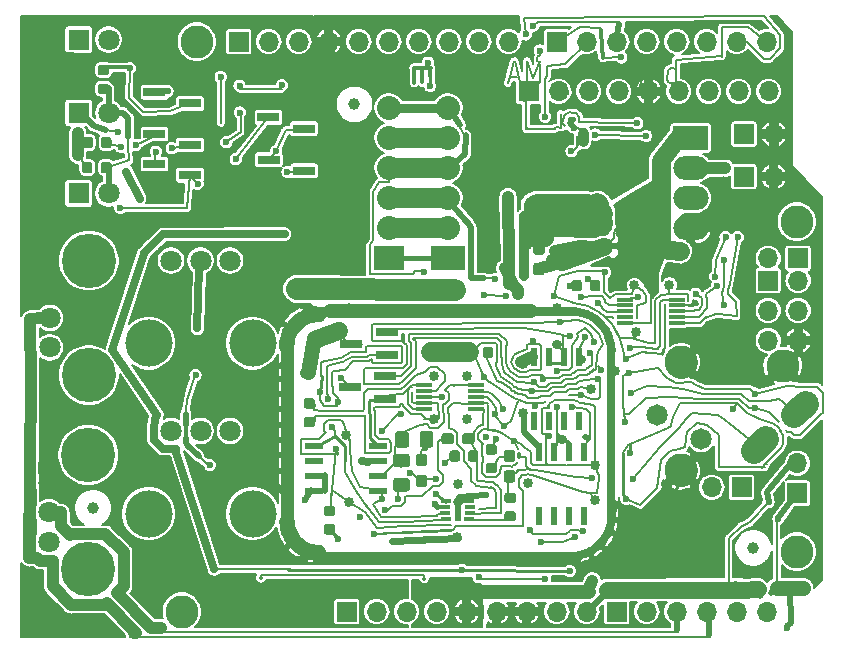
<source format=gtl>
G04 #@! TF.GenerationSoftware,KiCad,Pcbnew,5.1.4-e60b266~84~ubuntu16.04.1*
G04 #@! TF.CreationDate,2019-10-07T18:08:49-05:00*
G04 #@! TF.ProjectId,uno shield v.8 project SMD,756e6f20-7368-4696-956c-6420762e3820,rev?*
G04 #@! TF.SameCoordinates,Original*
G04 #@! TF.FileFunction,Copper,L1,Top*
G04 #@! TF.FilePolarity,Positive*
%FSLAX46Y46*%
G04 Gerber Fmt 4.6, Leading zero omitted, Abs format (unit mm)*
G04 Created by KiCad (PCBNEW 5.1.4-e60b266~84~ubuntu16.04.1) date 2019-10-07 18:08:49*
%MOMM*%
%LPD*%
G04 APERTURE LIST*
%ADD10C,0.100000*%
%ADD11C,0.700000*%
%ADD12C,1.100000*%
%ADD13C,0.875000*%
%ADD14C,0.950000*%
%ADD15R,1.700000X1.700000*%
%ADD16O,1.700000X1.700000*%
%ADD17C,2.032000*%
%ADD18R,3.000000X2.032000*%
%ADD19R,2.540000X2.032000*%
%ADD20O,3.000000X2.032000*%
%ADD21C,1.800000*%
%ADD22C,4.600001*%
%ADD23C,4.600000*%
%ADD24C,1.000000*%
%ADD25C,0.854000*%
%ADD26R,1.400000X0.300000*%
%ADD27R,0.609600X1.879600*%
%ADD28R,0.863600X0.300000*%
%ADD29C,1.300000*%
%ADD30R,1.900000X0.800000*%
%ADD31C,4.000000*%
%ADD32C,1.810000*%
%ADD33C,2.200000*%
%ADD34C,2.200000*%
%ADD35C,2.799999*%
%ADD36C,2.799999*%
%ADD37R,0.600000X1.550000*%
%ADD38R,1.550000X0.600000*%
%ADD39R,1.800000X1.800000*%
%ADD40C,2.800000*%
%ADD41C,1.150000*%
%ADD42C,1.135800*%
%ADD43C,0.600000*%
%ADD44C,0.810000*%
%ADD45C,0.350000*%
%ADD46C,0.200000*%
%ADD47C,0.500000*%
%ADD48C,0.830000*%
%ADD49C,0.300000*%
%ADD50C,0.700000*%
%ADD51C,1.700000*%
%ADD52C,0.620000*%
%ADD53C,0.400000*%
%ADD54C,2.000000*%
%ADD55C,0.900000*%
%ADD56C,1.000000*%
%ADD57C,1.600000*%
%ADD58C,1.400000*%
%ADD59C,0.250000*%
%ADD60C,1.500000*%
%ADD61C,1.200000*%
%ADD62C,1.220000*%
%ADD63C,1.300000*%
%ADD64C,0.410000*%
%ADD65C,1.900000*%
%ADD66C,0.350000*%
%ADD67C,0.800000*%
%ADD68C,0.280000*%
%ADD69C,1.460000*%
%ADD70C,0.650000*%
%ADD71C,0.254000*%
G04 APERTURE END LIST*
D10*
G36*
X145426000Y-88120000D02*
G01*
X141386000Y-88120000D01*
X141346000Y-87320000D01*
X145386000Y-87320000D01*
X145426000Y-88120000D01*
G37*
G36*
X145386000Y-100610000D02*
G01*
X141346000Y-100610000D01*
X141346000Y-100150000D01*
X145386000Y-100150000D01*
X145386000Y-100610000D01*
G37*
G36*
X145406000Y-98690000D02*
G01*
X141366000Y-98690000D01*
X141366000Y-96950000D01*
X145406000Y-96950000D01*
X145406000Y-98690000D01*
G37*
G36*
X145406000Y-93610000D02*
G01*
X141366000Y-93610000D01*
X141366000Y-91870000D01*
X145406000Y-91870000D01*
X145406000Y-93610000D01*
G37*
G36*
X145406000Y-91070000D02*
G01*
X141366000Y-91070000D01*
X141366000Y-89330000D01*
X145406000Y-89330000D01*
X145406000Y-91070000D01*
G37*
G36*
X145406000Y-96150000D02*
G01*
X141366000Y-96150000D01*
X141366000Y-94410000D01*
X145406000Y-94410000D01*
X145406000Y-96150000D01*
G37*
D11*
X145610000Y-125580000D03*
D10*
G36*
X159738038Y-121834053D02*
G01*
X159772063Y-121837462D01*
X159805592Y-121844176D01*
X159838307Y-121854129D01*
X159869893Y-121867227D01*
X159900051Y-121883344D01*
X159928494Y-121902328D01*
X159954946Y-121923996D01*
X159979159Y-121948143D01*
X160000899Y-121974537D01*
X160019960Y-122002926D01*
X160036160Y-122033040D01*
X160049344Y-122064591D01*
X160059386Y-122097279D01*
X160066190Y-122130790D01*
X160069692Y-122164805D01*
X160069858Y-122198999D01*
X160055326Y-122528927D01*
X160055077Y-122533808D01*
X160053512Y-122548397D01*
X160052154Y-122562974D01*
X160005500Y-122889887D01*
X160005498Y-122889910D01*
X160005493Y-122889937D01*
X160004773Y-122894742D01*
X160001802Y-122909060D01*
X159999018Y-122923486D01*
X159920683Y-123244291D01*
X159920680Y-123244306D01*
X159920675Y-123244323D01*
X159919487Y-123249046D01*
X159915124Y-123263037D01*
X159910955Y-123277089D01*
X159801684Y-123588735D01*
X159800035Y-123593336D01*
X159794332Y-123606823D01*
X159788807Y-123620414D01*
X159649651Y-123919899D01*
X159649647Y-123919908D01*
X159649646Y-123919909D01*
X159647556Y-123924326D01*
X159640562Y-123937195D01*
X159633740Y-123950177D01*
X159466026Y-124234649D01*
X159466018Y-124234665D01*
X159466007Y-124234682D01*
X159463506Y-124238857D01*
X159455299Y-124250969D01*
X159447233Y-124263238D01*
X159252556Y-124529991D01*
X159252549Y-124530001D01*
X159252540Y-124530012D01*
X159249641Y-124533928D01*
X159240256Y-124545223D01*
X159231066Y-124556604D01*
X159011291Y-124803083D01*
X159011281Y-124803095D01*
X159011269Y-124803108D01*
X159008002Y-124806720D01*
X158997611Y-124816995D01*
X158987304Y-124827475D01*
X158744515Y-125051343D01*
X158740899Y-125054630D01*
X158729523Y-125063868D01*
X158718272Y-125073268D01*
X158454805Y-125272366D01*
X158454796Y-125272374D01*
X158454784Y-125272382D01*
X158450875Y-125275293D01*
X158438676Y-125283361D01*
X158426540Y-125291632D01*
X158144906Y-125464069D01*
X158144892Y-125464079D01*
X158144874Y-125464089D01*
X158140707Y-125466601D01*
X158127737Y-125473462D01*
X158114891Y-125480488D01*
X157817759Y-125624627D01*
X157813347Y-125626729D01*
X157799792Y-125632283D01*
X157786301Y-125638031D01*
X157476522Y-125752487D01*
X157471926Y-125754148D01*
X157457908Y-125758348D01*
X157443905Y-125762757D01*
X157124441Y-125846435D01*
X157124436Y-125846437D01*
X157124430Y-125846438D01*
X157119699Y-125847642D01*
X157105311Y-125850459D01*
X157090973Y-125853475D01*
X156764862Y-125905581D01*
X156760030Y-125906319D01*
X156745398Y-125907722D01*
X156730872Y-125909320D01*
X156401233Y-125929355D01*
X156396353Y-125929618D01*
X156362159Y-125929545D01*
X156360000Y-125929329D01*
X156360000Y-125930000D01*
X134860000Y-125930000D01*
X134860000Y-125927954D01*
X134632055Y-125917667D01*
X134622992Y-125917195D01*
X134595912Y-125914261D01*
X134568833Y-125911709D01*
X134312570Y-125874856D01*
X134312561Y-125874855D01*
X134312551Y-125874853D01*
X134303591Y-125873501D01*
X134276940Y-125867941D01*
X134250220Y-125862755D01*
X133998782Y-125801071D01*
X133998772Y-125801069D01*
X133998761Y-125801066D01*
X133989971Y-125798845D01*
X133963987Y-125790709D01*
X133937909Y-125782943D01*
X133693678Y-125697014D01*
X133685139Y-125693943D01*
X133660081Y-125683315D01*
X133634874Y-125673036D01*
X133400194Y-125563684D01*
X133391995Y-125559794D01*
X133368097Y-125546773D01*
X133344011Y-125534082D01*
X133121122Y-125402350D01*
X133113342Y-125397679D01*
X133090800Y-125382368D01*
X133068097Y-125367408D01*
X132859127Y-125214556D01*
X132851839Y-125209147D01*
X132830914Y-125191723D01*
X132809764Y-125174606D01*
X132616717Y-125002101D01*
X132616706Y-125002092D01*
X132616695Y-125002081D01*
X132609982Y-124995998D01*
X132590864Y-124976622D01*
X132571477Y-124957514D01*
X132396186Y-124766995D01*
X132396176Y-124766985D01*
X132396166Y-124766973D01*
X132390077Y-124760263D01*
X132372939Y-124739110D01*
X132355512Y-124718206D01*
X132199640Y-124511479D01*
X132199638Y-124511477D01*
X132199632Y-124511469D01*
X132194227Y-124504195D01*
X132179241Y-124481481D01*
X132163929Y-124458963D01*
X132028975Y-124238013D01*
X132024298Y-124230235D01*
X132011590Y-124206148D01*
X131998561Y-124182267D01*
X131885811Y-123949201D01*
X131881916Y-123941004D01*
X131871634Y-123915828D01*
X131860982Y-123890753D01*
X131771517Y-123647807D01*
X131771512Y-123647796D01*
X131771508Y-123647782D01*
X131768436Y-123639259D01*
X131760661Y-123613204D01*
X131752504Y-123587202D01*
X131687171Y-123336675D01*
X131684942Y-123327878D01*
X131679743Y-123301170D01*
X131674167Y-123274516D01*
X131633593Y-123018810D01*
X131632233Y-123009837D01*
X131629664Y-122982741D01*
X131626717Y-122955679D01*
X131611289Y-122697233D01*
X131610811Y-122688170D01*
X131610851Y-122675673D01*
X131610151Y-122663207D01*
X131610017Y-122644708D01*
X131610014Y-122635633D01*
X131613543Y-122572226D01*
X131623242Y-122509466D01*
X131639019Y-122447953D01*
X131660723Y-122388272D01*
X131688148Y-122330994D01*
X131721030Y-122276665D01*
X131759058Y-122225805D01*
X131801867Y-122178899D01*
X131849050Y-122136393D01*
X131900154Y-122098695D01*
X131954694Y-122066164D01*
X132012147Y-122039109D01*
X132071966Y-122017792D01*
X132133581Y-122002412D01*
X132196402Y-121993119D01*
X132259830Y-121990000D01*
X132323260Y-121993086D01*
X132386086Y-122002346D01*
X132447708Y-122017693D01*
X132507538Y-122038980D01*
X132565007Y-122066004D01*
X132619562Y-122098507D01*
X132670688Y-122136178D01*
X132717891Y-122178659D01*
X132760725Y-122225543D01*
X132798779Y-122276383D01*
X132831691Y-122330694D01*
X132859145Y-122387958D01*
X132880881Y-122447627D01*
X132896690Y-122509133D01*
X132906422Y-122571887D01*
X132909983Y-122635292D01*
X132909994Y-122636764D01*
X132922512Y-122846476D01*
X132953123Y-123039390D01*
X133002414Y-123228401D01*
X133069908Y-123411683D01*
X133154971Y-123587518D01*
X133256785Y-123754211D01*
X133374378Y-123910169D01*
X133506631Y-124053911D01*
X133652271Y-124184055D01*
X133809929Y-124299375D01*
X133978077Y-124398753D01*
X134155125Y-124481252D01*
X134339382Y-124546080D01*
X134529083Y-124592619D01*
X134722418Y-124620422D01*
X134949303Y-124630661D01*
X134958366Y-124631133D01*
X135021502Y-124637974D01*
X135083668Y-124650943D01*
X135144272Y-124669916D01*
X135202735Y-124694713D01*
X135258500Y-124725097D01*
X135311034Y-124760777D01*
X135359835Y-124801413D01*
X135404437Y-124846618D01*
X135444416Y-124895959D01*
X135479389Y-124948966D01*
X135509022Y-125005133D01*
X135533034Y-125063923D01*
X135551193Y-125124776D01*
X135563329Y-125187110D01*
X135567395Y-125230000D01*
X156360000Y-125230000D01*
X156360000Y-125230570D01*
X156671317Y-125211649D01*
X156963621Y-125164944D01*
X157249972Y-125089939D01*
X157527643Y-124987347D01*
X157793974Y-124858150D01*
X158046423Y-124703581D01*
X158282582Y-124525119D01*
X158500202Y-124324459D01*
X158697209Y-124103515D01*
X158871708Y-123864409D01*
X159022039Y-123609420D01*
X159146778Y-123340963D01*
X159244719Y-123061630D01*
X159314938Y-122774064D01*
X159356757Y-122481020D01*
X159370536Y-122168197D01*
X159370785Y-122163316D01*
X159374432Y-122129316D01*
X159381379Y-122095835D01*
X159391560Y-122063191D01*
X159404879Y-122031696D01*
X159421207Y-122001651D01*
X159440388Y-121973344D01*
X159462240Y-121947042D01*
X159486556Y-121922999D01*
X159513101Y-121901444D01*
X159541623Y-121882580D01*
X159571849Y-121866592D01*
X159603492Y-121853629D01*
X159636247Y-121843815D01*
X159669806Y-121837244D01*
X159703845Y-121833980D01*
X159738038Y-121834053D01*
X159738038Y-121834053D01*
G37*
D11*
X145610000Y-104880000D03*
D10*
G36*
X134955373Y-104503296D02*
G01*
X135018169Y-104512761D01*
X135079740Y-104528310D01*
X135084441Y-104530000D01*
X156198435Y-104530000D01*
X156221692Y-104524891D01*
X156255647Y-104520848D01*
X156289834Y-104520138D01*
X156619022Y-104529391D01*
X156623906Y-104529562D01*
X156638528Y-104530896D01*
X156653116Y-104532021D01*
X156979812Y-104573351D01*
X156979830Y-104573352D01*
X156979850Y-104573356D01*
X156984675Y-104574000D01*
X156999044Y-104576744D01*
X157013504Y-104579296D01*
X157334627Y-104652312D01*
X157339385Y-104653429D01*
X157353456Y-104657573D01*
X157367561Y-104661514D01*
X157680019Y-104765516D01*
X157680025Y-104765518D01*
X157680032Y-104765521D01*
X157684650Y-104767093D01*
X157698265Y-104772596D01*
X157711903Y-104777889D01*
X158012727Y-104911888D01*
X158017178Y-104913908D01*
X158030175Y-104920705D01*
X158043246Y-104927311D01*
X158329558Y-105090025D01*
X158333790Y-105092469D01*
X158346078Y-105100513D01*
X158358426Y-105108353D01*
X158627485Y-105298224D01*
X158627495Y-105298230D01*
X158627506Y-105298239D01*
X158631468Y-105301075D01*
X158642905Y-105310274D01*
X158654437Y-105319287D01*
X158903679Y-105534503D01*
X158903691Y-105534513D01*
X158903704Y-105534525D01*
X158907368Y-105537734D01*
X158917829Y-105547982D01*
X158928449Y-105558099D01*
X159155492Y-105796602D01*
X159155513Y-105796622D01*
X159155535Y-105796648D01*
X159158857Y-105800186D01*
X159168253Y-105811387D01*
X159177852Y-105822512D01*
X159380544Y-106082042D01*
X159380555Y-106082054D01*
X159380566Y-106082069D01*
X159383536Y-106085926D01*
X159391829Y-106098042D01*
X159400261Y-106110000D01*
X159576664Y-106388074D01*
X159576670Y-106388083D01*
X159576676Y-106388094D01*
X159579259Y-106392229D01*
X159586302Y-106405046D01*
X159593555Y-106417818D01*
X159741981Y-106711781D01*
X159741986Y-106711789D01*
X159741986Y-106711790D01*
X159744158Y-106716168D01*
X159749925Y-106729630D01*
X159755888Y-106743030D01*
X159874920Y-107050072D01*
X159874925Y-107050083D01*
X159874929Y-107050096D01*
X159876659Y-107054651D01*
X159881084Y-107068608D01*
X159885713Y-107082532D01*
X159974217Y-107399735D01*
X159975497Y-107404452D01*
X159978540Y-107418779D01*
X159981786Y-107433080D01*
X160038912Y-107757391D01*
X160038916Y-107757407D01*
X160038918Y-107757426D01*
X160039730Y-107762225D01*
X160041362Y-107776799D01*
X160043195Y-107791333D01*
X160068402Y-108119685D01*
X160068742Y-108124560D01*
X160068847Y-108132191D01*
X160069366Y-108139818D01*
X160070485Y-108198637D01*
X160070544Y-108203524D01*
X160069046Y-108237685D01*
X160064222Y-108271538D01*
X160056118Y-108304758D01*
X160044809Y-108337030D01*
X160030407Y-108368044D01*
X160013047Y-108397504D01*
X159992895Y-108425130D01*
X159970142Y-108450656D01*
X159945008Y-108473841D01*
X159917731Y-108494464D01*
X159888572Y-108512325D01*
X159857809Y-108527256D01*
X159825737Y-108539114D01*
X159792659Y-108547786D01*
X159758893Y-108553188D01*
X159724763Y-108555269D01*
X159690591Y-108554010D01*
X159656705Y-108549422D01*
X159623428Y-108541550D01*
X159591080Y-108530468D01*
X159559966Y-108516282D01*
X159530385Y-108499128D01*
X159502620Y-108479169D01*
X159476934Y-108456596D01*
X159453574Y-108431623D01*
X159432763Y-108404491D01*
X159414697Y-108375458D01*
X159399552Y-108344800D01*
X159387471Y-108312810D01*
X159378569Y-108279795D01*
X159372931Y-108246068D01*
X159370611Y-108211952D01*
X159369684Y-108163204D01*
X159346559Y-107861980D01*
X159295369Y-107571371D01*
X159216063Y-107287136D01*
X159109405Y-107012014D01*
X158976404Y-106748604D01*
X158818336Y-106499431D01*
X158636704Y-106266868D01*
X158433247Y-106053143D01*
X158209907Y-105860292D01*
X157968815Y-105690156D01*
X157712263Y-105544355D01*
X157442710Y-105424286D01*
X157162733Y-105331095D01*
X156874988Y-105265668D01*
X156582249Y-105228634D01*
X156360000Y-105222387D01*
X156360000Y-105230000D01*
X135534396Y-105230000D01*
X135528118Y-105273717D01*
X135513000Y-105335395D01*
X135491935Y-105395305D01*
X135465125Y-105452873D01*
X135432824Y-105507549D01*
X135395343Y-105558814D01*
X135353038Y-105606175D01*
X135306313Y-105649183D01*
X135255615Y-105687425D01*
X135201427Y-105720538D01*
X135144265Y-105748205D01*
X135084677Y-105770162D01*
X135023230Y-105786199D01*
X134960513Y-105796164D01*
X134897122Y-105799961D01*
X134895438Y-105799979D01*
X134682826Y-105813459D01*
X134487128Y-105845251D01*
X134295474Y-105895986D01*
X134109677Y-105965185D01*
X133931525Y-106052182D01*
X133762708Y-106156150D01*
X133604849Y-106276092D01*
X133459432Y-106410880D01*
X133327881Y-106559193D01*
X133211421Y-106719649D01*
X133111175Y-106890702D01*
X133028106Y-107070708D01*
X132962989Y-107257987D01*
X132916464Y-107450706D01*
X132888966Y-107647050D01*
X132879443Y-107876907D01*
X132879004Y-107885971D01*
X132872396Y-107949132D01*
X132859657Y-108011346D01*
X132840907Y-108072019D01*
X132816326Y-108130574D01*
X132786148Y-108186450D01*
X132750663Y-108239115D01*
X132710207Y-108288066D01*
X132665167Y-108332835D01*
X132615973Y-108372996D01*
X132563096Y-108408164D01*
X132507039Y-108438004D01*
X132448338Y-108462233D01*
X132387553Y-108480616D01*
X132325263Y-108492982D01*
X132262064Y-108499209D01*
X132198560Y-108499239D01*
X132135355Y-108493072D01*
X132073054Y-108480768D01*
X132012251Y-108462442D01*
X131953526Y-108438271D01*
X131897440Y-108408484D01*
X131844530Y-108373366D01*
X131795297Y-108333254D01*
X131750215Y-108288527D01*
X131709712Y-108239616D01*
X131674175Y-108186985D01*
X131643944Y-108131138D01*
X131619307Y-108072607D01*
X131600498Y-108011952D01*
X131587699Y-107949749D01*
X131581031Y-107886596D01*
X131580557Y-107823093D01*
X131591396Y-107561476D01*
X131591835Y-107552411D01*
X131594666Y-107525347D01*
X131597121Y-107498231D01*
X131633437Y-107238919D01*
X131634758Y-107229941D01*
X131640220Y-107203267D01*
X131645307Y-107176532D01*
X131706755Y-106922002D01*
X131708946Y-106913195D01*
X131716984Y-106887186D01*
X131724655Y-106861073D01*
X131810647Y-106613755D01*
X131813687Y-106605204D01*
X131824235Y-106580077D01*
X131834409Y-106554862D01*
X131944117Y-106317132D01*
X131944124Y-106317115D01*
X131944134Y-106317096D01*
X131947985Y-106308901D01*
X131960913Y-106284965D01*
X131973519Y-106260823D01*
X132105911Y-106034917D01*
X132110554Y-106027119D01*
X132125779Y-106004523D01*
X132140658Y-105981762D01*
X132294463Y-105769853D01*
X132299844Y-105762546D01*
X132317199Y-105741547D01*
X132334233Y-105720341D01*
X132507983Y-105524452D01*
X132514052Y-105517705D01*
X132533341Y-105498532D01*
X132552390Y-105479061D01*
X132744416Y-105301072D01*
X132744426Y-105301061D01*
X132744439Y-105301050D01*
X132751124Y-105294939D01*
X132772219Y-105277717D01*
X132793054Y-105260218D01*
X133001543Y-105101808D01*
X133008807Y-105096368D01*
X133031494Y-105081280D01*
X133053925Y-105065905D01*
X133276876Y-104928596D01*
X133276877Y-104928595D01*
X133276884Y-104928591D01*
X133284637Y-104923890D01*
X133308677Y-104911093D01*
X133332512Y-104897975D01*
X133567790Y-104783082D01*
X133567798Y-104783078D01*
X133567807Y-104783074D01*
X133575981Y-104779152D01*
X133601148Y-104768765D01*
X133626156Y-104758033D01*
X133871522Y-104666648D01*
X133871533Y-104666643D01*
X133871547Y-104666639D01*
X133880058Y-104663536D01*
X133906107Y-104655658D01*
X133932056Y-104647413D01*
X134185172Y-104580407D01*
X134185177Y-104580405D01*
X134185183Y-104580404D01*
X134193967Y-104578143D01*
X134220696Y-104572838D01*
X134247288Y-104567172D01*
X134505721Y-104525187D01*
X134505741Y-104525183D01*
X134505764Y-104525180D01*
X134514708Y-104523791D01*
X134541745Y-104521127D01*
X134568847Y-104518074D01*
X134830165Y-104501507D01*
X134839226Y-104500996D01*
X134851713Y-104500990D01*
X134864169Y-104500244D01*
X134882878Y-104500039D01*
X134891953Y-104500003D01*
X134955373Y-104503296D01*
X134955373Y-104503296D01*
G37*
D12*
X132310000Y-115230000D03*
D10*
G36*
X132860000Y-107730000D02*
G01*
X132860000Y-122730000D01*
X131760000Y-122730000D01*
X131760000Y-107730000D01*
X132860000Y-107730000D01*
X132860000Y-107730000D01*
G37*
D11*
X159710000Y-115230000D03*
D10*
G36*
X160060000Y-108230000D02*
G01*
X160060000Y-122230000D01*
X159360000Y-122230000D01*
X159360000Y-108230000D01*
X160060000Y-108230000D01*
X160060000Y-108230000D01*
G37*
G36*
X146686331Y-116650533D02*
G01*
X146707566Y-116653683D01*
X146728390Y-116658899D01*
X146748602Y-116666131D01*
X146768008Y-116675310D01*
X146786421Y-116686346D01*
X146803664Y-116699134D01*
X146819570Y-116713550D01*
X146833986Y-116729456D01*
X146846774Y-116746699D01*
X146857810Y-116765112D01*
X146866989Y-116784518D01*
X146874221Y-116804730D01*
X146879437Y-116825554D01*
X146882587Y-116846789D01*
X146883640Y-116868230D01*
X146883640Y-117380730D01*
X146882587Y-117402171D01*
X146879437Y-117423406D01*
X146874221Y-117444230D01*
X146866989Y-117464442D01*
X146857810Y-117483848D01*
X146846774Y-117502261D01*
X146833986Y-117519504D01*
X146819570Y-117535410D01*
X146803664Y-117549826D01*
X146786421Y-117562614D01*
X146768008Y-117573650D01*
X146748602Y-117582829D01*
X146728390Y-117590061D01*
X146707566Y-117595277D01*
X146686331Y-117598427D01*
X146664890Y-117599480D01*
X146227390Y-117599480D01*
X146205949Y-117598427D01*
X146184714Y-117595277D01*
X146163890Y-117590061D01*
X146143678Y-117582829D01*
X146124272Y-117573650D01*
X146105859Y-117562614D01*
X146088616Y-117549826D01*
X146072710Y-117535410D01*
X146058294Y-117519504D01*
X146045506Y-117502261D01*
X146034470Y-117483848D01*
X146025291Y-117464442D01*
X146018059Y-117444230D01*
X146012843Y-117423406D01*
X146009693Y-117402171D01*
X146008640Y-117380730D01*
X146008640Y-116868230D01*
X146009693Y-116846789D01*
X146012843Y-116825554D01*
X146018059Y-116804730D01*
X146025291Y-116784518D01*
X146034470Y-116765112D01*
X146045506Y-116746699D01*
X146058294Y-116729456D01*
X146072710Y-116713550D01*
X146088616Y-116699134D01*
X146105859Y-116686346D01*
X146124272Y-116675310D01*
X146143678Y-116666131D01*
X146163890Y-116658899D01*
X146184714Y-116653683D01*
X146205949Y-116650533D01*
X146227390Y-116649480D01*
X146664890Y-116649480D01*
X146686331Y-116650533D01*
X146686331Y-116650533D01*
G37*
D13*
X146446140Y-117124480D03*
D10*
G36*
X148261331Y-116650533D02*
G01*
X148282566Y-116653683D01*
X148303390Y-116658899D01*
X148323602Y-116666131D01*
X148343008Y-116675310D01*
X148361421Y-116686346D01*
X148378664Y-116699134D01*
X148394570Y-116713550D01*
X148408986Y-116729456D01*
X148421774Y-116746699D01*
X148432810Y-116765112D01*
X148441989Y-116784518D01*
X148449221Y-116804730D01*
X148454437Y-116825554D01*
X148457587Y-116846789D01*
X148458640Y-116868230D01*
X148458640Y-117380730D01*
X148457587Y-117402171D01*
X148454437Y-117423406D01*
X148449221Y-117444230D01*
X148441989Y-117464442D01*
X148432810Y-117483848D01*
X148421774Y-117502261D01*
X148408986Y-117519504D01*
X148394570Y-117535410D01*
X148378664Y-117549826D01*
X148361421Y-117562614D01*
X148343008Y-117573650D01*
X148323602Y-117582829D01*
X148303390Y-117590061D01*
X148282566Y-117595277D01*
X148261331Y-117598427D01*
X148239890Y-117599480D01*
X147802390Y-117599480D01*
X147780949Y-117598427D01*
X147759714Y-117595277D01*
X147738890Y-117590061D01*
X147718678Y-117582829D01*
X147699272Y-117573650D01*
X147680859Y-117562614D01*
X147663616Y-117549826D01*
X147647710Y-117535410D01*
X147633294Y-117519504D01*
X147620506Y-117502261D01*
X147609470Y-117483848D01*
X147600291Y-117464442D01*
X147593059Y-117444230D01*
X147587843Y-117423406D01*
X147584693Y-117402171D01*
X147583640Y-117380730D01*
X147583640Y-116868230D01*
X147584693Y-116846789D01*
X147587843Y-116825554D01*
X147593059Y-116804730D01*
X147600291Y-116784518D01*
X147609470Y-116765112D01*
X147620506Y-116746699D01*
X147633294Y-116729456D01*
X147647710Y-116713550D01*
X147663616Y-116699134D01*
X147680859Y-116686346D01*
X147699272Y-116675310D01*
X147718678Y-116666131D01*
X147738890Y-116658899D01*
X147759714Y-116653683D01*
X147780949Y-116650533D01*
X147802390Y-116649480D01*
X148239890Y-116649480D01*
X148261331Y-116650533D01*
X148261331Y-116650533D01*
G37*
D13*
X148021140Y-117124480D03*
D10*
G36*
X143882539Y-116942284D02*
G01*
X143905594Y-116945703D01*
X143928203Y-116951367D01*
X143950147Y-116959219D01*
X143971217Y-116969184D01*
X143991208Y-116981166D01*
X144009928Y-116995050D01*
X144027198Y-117010702D01*
X144042850Y-117027972D01*
X144056734Y-117046692D01*
X144068716Y-117066683D01*
X144078681Y-117087753D01*
X144086533Y-117109697D01*
X144092197Y-117132306D01*
X144095616Y-117155361D01*
X144096760Y-117178640D01*
X144096760Y-117753640D01*
X144095616Y-117776919D01*
X144092197Y-117799974D01*
X144086533Y-117822583D01*
X144078681Y-117844527D01*
X144068716Y-117865597D01*
X144056734Y-117885588D01*
X144042850Y-117904308D01*
X144027198Y-117921578D01*
X144009928Y-117937230D01*
X143991208Y-117951114D01*
X143971217Y-117963096D01*
X143950147Y-117973061D01*
X143928203Y-117980913D01*
X143905594Y-117986577D01*
X143882539Y-117989996D01*
X143859260Y-117991140D01*
X143384260Y-117991140D01*
X143360981Y-117989996D01*
X143337926Y-117986577D01*
X143315317Y-117980913D01*
X143293373Y-117973061D01*
X143272303Y-117963096D01*
X143252312Y-117951114D01*
X143233592Y-117937230D01*
X143216322Y-117921578D01*
X143200670Y-117904308D01*
X143186786Y-117885588D01*
X143174804Y-117865597D01*
X143164839Y-117844527D01*
X143156987Y-117822583D01*
X143151323Y-117799974D01*
X143147904Y-117776919D01*
X143146760Y-117753640D01*
X143146760Y-117178640D01*
X143147904Y-117155361D01*
X143151323Y-117132306D01*
X143156987Y-117109697D01*
X143164839Y-117087753D01*
X143174804Y-117066683D01*
X143186786Y-117046692D01*
X143200670Y-117027972D01*
X143216322Y-117010702D01*
X143233592Y-116995050D01*
X143252312Y-116981166D01*
X143272303Y-116969184D01*
X143293373Y-116959219D01*
X143315317Y-116951367D01*
X143337926Y-116945703D01*
X143360981Y-116942284D01*
X143384260Y-116941140D01*
X143859260Y-116941140D01*
X143882539Y-116942284D01*
X143882539Y-116942284D01*
G37*
D14*
X143621760Y-117466140D03*
D10*
G36*
X143882539Y-118692284D02*
G01*
X143905594Y-118695703D01*
X143928203Y-118701367D01*
X143950147Y-118709219D01*
X143971217Y-118719184D01*
X143991208Y-118731166D01*
X144009928Y-118745050D01*
X144027198Y-118760702D01*
X144042850Y-118777972D01*
X144056734Y-118796692D01*
X144068716Y-118816683D01*
X144078681Y-118837753D01*
X144086533Y-118859697D01*
X144092197Y-118882306D01*
X144095616Y-118905361D01*
X144096760Y-118928640D01*
X144096760Y-119503640D01*
X144095616Y-119526919D01*
X144092197Y-119549974D01*
X144086533Y-119572583D01*
X144078681Y-119594527D01*
X144068716Y-119615597D01*
X144056734Y-119635588D01*
X144042850Y-119654308D01*
X144027198Y-119671578D01*
X144009928Y-119687230D01*
X143991208Y-119701114D01*
X143971217Y-119713096D01*
X143950147Y-119723061D01*
X143928203Y-119730913D01*
X143905594Y-119736577D01*
X143882539Y-119739996D01*
X143859260Y-119741140D01*
X143384260Y-119741140D01*
X143360981Y-119739996D01*
X143337926Y-119736577D01*
X143315317Y-119730913D01*
X143293373Y-119723061D01*
X143272303Y-119713096D01*
X143252312Y-119701114D01*
X143233592Y-119687230D01*
X143216322Y-119671578D01*
X143200670Y-119654308D01*
X143186786Y-119635588D01*
X143174804Y-119615597D01*
X143164839Y-119594527D01*
X143156987Y-119572583D01*
X143151323Y-119549974D01*
X143147904Y-119526919D01*
X143146760Y-119503640D01*
X143146760Y-118928640D01*
X143147904Y-118905361D01*
X143151323Y-118882306D01*
X143156987Y-118859697D01*
X143164839Y-118837753D01*
X143174804Y-118816683D01*
X143186786Y-118796692D01*
X143200670Y-118777972D01*
X143216322Y-118760702D01*
X143233592Y-118745050D01*
X143252312Y-118731166D01*
X143272303Y-118719184D01*
X143293373Y-118709219D01*
X143315317Y-118701367D01*
X143337926Y-118695703D01*
X143360981Y-118692284D01*
X143384260Y-118691140D01*
X143859260Y-118691140D01*
X143882539Y-118692284D01*
X143882539Y-118692284D01*
G37*
D14*
X143621760Y-119216140D03*
D10*
G36*
X157012691Y-102216053D02*
G01*
X157033926Y-102219203D01*
X157054750Y-102224419D01*
X157074962Y-102231651D01*
X157094368Y-102240830D01*
X157112781Y-102251866D01*
X157130024Y-102264654D01*
X157145930Y-102279070D01*
X157160346Y-102294976D01*
X157173134Y-102312219D01*
X157184170Y-102330632D01*
X157193349Y-102350038D01*
X157200581Y-102370250D01*
X157205797Y-102391074D01*
X157208947Y-102412309D01*
X157210000Y-102433750D01*
X157210000Y-102946250D01*
X157208947Y-102967691D01*
X157205797Y-102988926D01*
X157200581Y-103009750D01*
X157193349Y-103029962D01*
X157184170Y-103049368D01*
X157173134Y-103067781D01*
X157160346Y-103085024D01*
X157145930Y-103100930D01*
X157130024Y-103115346D01*
X157112781Y-103128134D01*
X157094368Y-103139170D01*
X157074962Y-103148349D01*
X157054750Y-103155581D01*
X157033926Y-103160797D01*
X157012691Y-103163947D01*
X156991250Y-103165000D01*
X156553750Y-103165000D01*
X156532309Y-103163947D01*
X156511074Y-103160797D01*
X156490250Y-103155581D01*
X156470038Y-103148349D01*
X156450632Y-103139170D01*
X156432219Y-103128134D01*
X156414976Y-103115346D01*
X156399070Y-103100930D01*
X156384654Y-103085024D01*
X156371866Y-103067781D01*
X156360830Y-103049368D01*
X156351651Y-103029962D01*
X156344419Y-103009750D01*
X156339203Y-102988926D01*
X156336053Y-102967691D01*
X156335000Y-102946250D01*
X156335000Y-102433750D01*
X156336053Y-102412309D01*
X156339203Y-102391074D01*
X156344419Y-102370250D01*
X156351651Y-102350038D01*
X156360830Y-102330632D01*
X156371866Y-102312219D01*
X156384654Y-102294976D01*
X156399070Y-102279070D01*
X156414976Y-102264654D01*
X156432219Y-102251866D01*
X156450632Y-102240830D01*
X156470038Y-102231651D01*
X156490250Y-102224419D01*
X156511074Y-102219203D01*
X156532309Y-102216053D01*
X156553750Y-102215000D01*
X156991250Y-102215000D01*
X157012691Y-102216053D01*
X157012691Y-102216053D01*
G37*
D13*
X156772500Y-102690000D03*
D10*
G36*
X158587691Y-102216053D02*
G01*
X158608926Y-102219203D01*
X158629750Y-102224419D01*
X158649962Y-102231651D01*
X158669368Y-102240830D01*
X158687781Y-102251866D01*
X158705024Y-102264654D01*
X158720930Y-102279070D01*
X158735346Y-102294976D01*
X158748134Y-102312219D01*
X158759170Y-102330632D01*
X158768349Y-102350038D01*
X158775581Y-102370250D01*
X158780797Y-102391074D01*
X158783947Y-102412309D01*
X158785000Y-102433750D01*
X158785000Y-102946250D01*
X158783947Y-102967691D01*
X158780797Y-102988926D01*
X158775581Y-103009750D01*
X158768349Y-103029962D01*
X158759170Y-103049368D01*
X158748134Y-103067781D01*
X158735346Y-103085024D01*
X158720930Y-103100930D01*
X158705024Y-103115346D01*
X158687781Y-103128134D01*
X158669368Y-103139170D01*
X158649962Y-103148349D01*
X158629750Y-103155581D01*
X158608926Y-103160797D01*
X158587691Y-103163947D01*
X158566250Y-103165000D01*
X158128750Y-103165000D01*
X158107309Y-103163947D01*
X158086074Y-103160797D01*
X158065250Y-103155581D01*
X158045038Y-103148349D01*
X158025632Y-103139170D01*
X158007219Y-103128134D01*
X157989976Y-103115346D01*
X157974070Y-103100930D01*
X157959654Y-103085024D01*
X157946866Y-103067781D01*
X157935830Y-103049368D01*
X157926651Y-103029962D01*
X157919419Y-103009750D01*
X157914203Y-102988926D01*
X157911053Y-102967691D01*
X157910000Y-102946250D01*
X157910000Y-102433750D01*
X157911053Y-102412309D01*
X157914203Y-102391074D01*
X157919419Y-102370250D01*
X157926651Y-102350038D01*
X157935830Y-102330632D01*
X157946866Y-102312219D01*
X157959654Y-102294976D01*
X157974070Y-102279070D01*
X157989976Y-102264654D01*
X158007219Y-102251866D01*
X158025632Y-102240830D01*
X158045038Y-102231651D01*
X158065250Y-102224419D01*
X158086074Y-102219203D01*
X158107309Y-102216053D01*
X158128750Y-102215000D01*
X158566250Y-102215000D01*
X158587691Y-102216053D01*
X158587691Y-102216053D01*
G37*
D13*
X158347500Y-102690000D03*
D15*
X170930000Y-93470000D03*
D16*
X173470000Y-93470000D03*
X175450000Y-117730000D03*
D15*
X175450000Y-120270000D03*
D16*
X168216580Y-119763540D03*
D15*
X170756580Y-119763540D03*
X175520000Y-100380000D03*
D16*
X172980000Y-100380000D03*
D17*
X145876000Y-87650000D03*
X140876000Y-87650000D03*
D16*
X173034960Y-86238080D03*
X170494960Y-86238080D03*
X167954960Y-86238080D03*
X165414960Y-86238080D03*
X162874960Y-86238080D03*
X160334960Y-86238080D03*
X157794960Y-86238080D03*
X155254960Y-86238080D03*
D15*
X152714960Y-86238080D03*
D17*
X145876000Y-100350000D03*
X140876000Y-100350000D03*
X145876000Y-87650000D03*
X140876000Y-95270000D03*
X145876000Y-90190000D03*
X145876000Y-92730000D03*
X145876000Y-95270000D03*
X145876000Y-97810000D03*
D18*
X145876000Y-100350000D03*
D19*
X140876000Y-100350000D03*
D17*
X140876000Y-97810000D03*
X140876000Y-87650000D03*
X140876000Y-90190000D03*
X140876000Y-92730000D03*
D20*
X166430000Y-97810000D03*
X166430000Y-95270000D03*
D17*
X166430000Y-90190000D03*
D10*
G36*
X165768217Y-89174000D02*
G01*
X165795032Y-89166915D01*
X165795052Y-89166909D01*
X165795075Y-89166904D01*
X165799789Y-89165693D01*
X165814163Y-89162847D01*
X165828500Y-89159800D01*
X165896010Y-89148865D01*
X165900839Y-89148117D01*
X165915448Y-89146684D01*
X165929996Y-89145053D01*
X165998250Y-89140759D01*
X166003130Y-89140486D01*
X166010454Y-89140486D01*
X166017791Y-89140076D01*
X166027565Y-89140008D01*
X166032452Y-89140008D01*
X166066593Y-89141918D01*
X166100385Y-89147150D01*
X166133505Y-89155655D01*
X166165638Y-89167352D01*
X166179514Y-89174000D01*
X166679680Y-89174000D01*
X166680978Y-89173310D01*
X166712592Y-89160280D01*
X166745328Y-89150396D01*
X166778872Y-89143755D01*
X166812903Y-89140417D01*
X166847098Y-89140418D01*
X166915386Y-89143758D01*
X166915402Y-89143758D01*
X166915420Y-89143760D01*
X166920286Y-89144032D01*
X166934822Y-89145662D01*
X166949434Y-89147095D01*
X167017082Y-89157084D01*
X167017094Y-89157085D01*
X167017108Y-89157088D01*
X167021920Y-89157833D01*
X167036240Y-89160877D01*
X167050638Y-89163728D01*
X167091836Y-89174000D01*
X167930000Y-89174000D01*
X167930000Y-91206000D01*
X167091783Y-91206000D01*
X167064968Y-91213085D01*
X167064948Y-91213091D01*
X167064925Y-91213096D01*
X167060211Y-91214307D01*
X167045837Y-91217153D01*
X167031500Y-91220200D01*
X166963990Y-91231135D01*
X166959161Y-91231883D01*
X166944552Y-91233316D01*
X166930004Y-91234947D01*
X166861750Y-91239241D01*
X166856870Y-91239514D01*
X166849545Y-91239514D01*
X166842209Y-91239924D01*
X166832435Y-91239992D01*
X166827548Y-91239992D01*
X166793407Y-91238082D01*
X166759615Y-91232850D01*
X166726495Y-91224345D01*
X166694361Y-91212648D01*
X166680486Y-91206000D01*
X166180320Y-91206000D01*
X166179022Y-91206690D01*
X166147408Y-91219720D01*
X166114672Y-91229604D01*
X166081128Y-91236245D01*
X166047096Y-91239583D01*
X166012902Y-91239582D01*
X165944613Y-91236242D01*
X165944597Y-91236242D01*
X165944579Y-91236240D01*
X165939714Y-91235968D01*
X165925178Y-91234338D01*
X165910566Y-91232905D01*
X165842909Y-91222915D01*
X165842904Y-91222914D01*
X165842895Y-91222913D01*
X165838080Y-91222167D01*
X165823746Y-91219121D01*
X165809363Y-91216272D01*
X165768162Y-91206000D01*
X164930000Y-91206000D01*
X164930000Y-89174000D01*
X165768217Y-89174000D01*
X165768217Y-89174000D01*
G37*
D20*
X166430000Y-92730000D03*
D21*
X112170000Y-107930000D03*
X112170000Y-105430000D03*
X112170000Y-102930000D03*
D22*
X115470000Y-110280000D03*
D23*
X115470000Y-100580000D03*
D24*
X137962640Y-87353140D03*
X171730000Y-124890000D03*
X115830000Y-121510000D03*
D25*
X147470000Y-113982000D03*
X144670000Y-110318000D03*
X147470000Y-110318000D03*
D26*
X143870000Y-111150000D03*
X143870000Y-111650000D03*
X143870000Y-112150000D03*
X143870000Y-112650000D03*
X143870000Y-113150000D03*
X148270000Y-113150000D03*
X148270000Y-112650000D03*
X148270000Y-112150000D03*
X148270000Y-111650000D03*
X148270000Y-111150000D03*
D16*
X172870000Y-130300000D03*
X170330000Y-130300000D03*
X167790000Y-130300000D03*
X165250000Y-130300000D03*
X162710000Y-130300000D03*
D15*
X160170000Y-130300000D03*
D27*
X146690000Y-121715000D03*
D28*
X145686700Y-122465000D03*
X145650000Y-121965000D03*
X145650000Y-121465000D03*
X145686700Y-120965000D03*
X147693300Y-120965000D03*
X147730000Y-121465000D03*
X147730000Y-121965000D03*
X147693300Y-122465000D03*
D16*
X173480000Y-89860000D03*
D15*
X170940000Y-89860000D03*
D10*
G36*
X153844419Y-99017504D02*
G01*
X153867474Y-99020923D01*
X153890083Y-99026587D01*
X153912027Y-99034439D01*
X153933097Y-99044404D01*
X153953088Y-99056386D01*
X153971808Y-99070270D01*
X153989078Y-99085922D01*
X154004730Y-99103192D01*
X154018614Y-99121912D01*
X154030596Y-99141903D01*
X154040561Y-99162973D01*
X154048413Y-99184917D01*
X154054077Y-99207526D01*
X154057496Y-99230581D01*
X154058640Y-99253860D01*
X154058640Y-99828860D01*
X154057496Y-99852139D01*
X154054077Y-99875194D01*
X154048413Y-99897803D01*
X154040561Y-99919747D01*
X154030596Y-99940817D01*
X154018614Y-99960808D01*
X154004730Y-99979528D01*
X153989078Y-99996798D01*
X153971808Y-100012450D01*
X153953088Y-100026334D01*
X153933097Y-100038316D01*
X153912027Y-100048281D01*
X153890083Y-100056133D01*
X153867474Y-100061797D01*
X153844419Y-100065216D01*
X153821140Y-100066360D01*
X153346140Y-100066360D01*
X153322861Y-100065216D01*
X153299806Y-100061797D01*
X153277197Y-100056133D01*
X153255253Y-100048281D01*
X153234183Y-100038316D01*
X153214192Y-100026334D01*
X153195472Y-100012450D01*
X153178202Y-99996798D01*
X153162550Y-99979528D01*
X153148666Y-99960808D01*
X153136684Y-99940817D01*
X153126719Y-99919747D01*
X153118867Y-99897803D01*
X153113203Y-99875194D01*
X153109784Y-99852139D01*
X153108640Y-99828860D01*
X153108640Y-99253860D01*
X153109784Y-99230581D01*
X153113203Y-99207526D01*
X153118867Y-99184917D01*
X153126719Y-99162973D01*
X153136684Y-99141903D01*
X153148666Y-99121912D01*
X153162550Y-99103192D01*
X153178202Y-99085922D01*
X153195472Y-99070270D01*
X153214192Y-99056386D01*
X153234183Y-99044404D01*
X153255253Y-99034439D01*
X153277197Y-99026587D01*
X153299806Y-99020923D01*
X153322861Y-99017504D01*
X153346140Y-99016360D01*
X153821140Y-99016360D01*
X153844419Y-99017504D01*
X153844419Y-99017504D01*
G37*
D14*
X153583640Y-99541360D03*
D10*
G36*
X153844419Y-100767504D02*
G01*
X153867474Y-100770923D01*
X153890083Y-100776587D01*
X153912027Y-100784439D01*
X153933097Y-100794404D01*
X153953088Y-100806386D01*
X153971808Y-100820270D01*
X153989078Y-100835922D01*
X154004730Y-100853192D01*
X154018614Y-100871912D01*
X154030596Y-100891903D01*
X154040561Y-100912973D01*
X154048413Y-100934917D01*
X154054077Y-100957526D01*
X154057496Y-100980581D01*
X154058640Y-101003860D01*
X154058640Y-101578860D01*
X154057496Y-101602139D01*
X154054077Y-101625194D01*
X154048413Y-101647803D01*
X154040561Y-101669747D01*
X154030596Y-101690817D01*
X154018614Y-101710808D01*
X154004730Y-101729528D01*
X153989078Y-101746798D01*
X153971808Y-101762450D01*
X153953088Y-101776334D01*
X153933097Y-101788316D01*
X153912027Y-101798281D01*
X153890083Y-101806133D01*
X153867474Y-101811797D01*
X153844419Y-101815216D01*
X153821140Y-101816360D01*
X153346140Y-101816360D01*
X153322861Y-101815216D01*
X153299806Y-101811797D01*
X153277197Y-101806133D01*
X153255253Y-101798281D01*
X153234183Y-101788316D01*
X153214192Y-101776334D01*
X153195472Y-101762450D01*
X153178202Y-101746798D01*
X153162550Y-101729528D01*
X153148666Y-101710808D01*
X153136684Y-101690817D01*
X153126719Y-101669747D01*
X153118867Y-101647803D01*
X153113203Y-101625194D01*
X153109784Y-101602139D01*
X153108640Y-101578860D01*
X153108640Y-101003860D01*
X153109784Y-100980581D01*
X153113203Y-100957526D01*
X153118867Y-100934917D01*
X153126719Y-100912973D01*
X153136684Y-100891903D01*
X153148666Y-100871912D01*
X153162550Y-100853192D01*
X153178202Y-100835922D01*
X153195472Y-100820270D01*
X153214192Y-100806386D01*
X153234183Y-100794404D01*
X153255253Y-100784439D01*
X153277197Y-100776587D01*
X153299806Y-100770923D01*
X153322861Y-100767504D01*
X153346140Y-100766360D01*
X153821140Y-100766360D01*
X153844419Y-100767504D01*
X153844419Y-100767504D01*
G37*
D14*
X153583640Y-101291360D03*
D10*
G36*
X159530779Y-98771144D02*
G01*
X159553834Y-98774563D01*
X159576443Y-98780227D01*
X159598387Y-98788079D01*
X159619457Y-98798044D01*
X159639448Y-98810026D01*
X159658168Y-98823910D01*
X159675438Y-98839562D01*
X159691090Y-98856832D01*
X159704974Y-98875552D01*
X159716956Y-98895543D01*
X159726921Y-98916613D01*
X159734773Y-98938557D01*
X159740437Y-98961166D01*
X159743856Y-98984221D01*
X159745000Y-99007500D01*
X159745000Y-99582500D01*
X159743856Y-99605779D01*
X159740437Y-99628834D01*
X159734773Y-99651443D01*
X159726921Y-99673387D01*
X159716956Y-99694457D01*
X159704974Y-99714448D01*
X159691090Y-99733168D01*
X159675438Y-99750438D01*
X159658168Y-99766090D01*
X159639448Y-99779974D01*
X159619457Y-99791956D01*
X159598387Y-99801921D01*
X159576443Y-99809773D01*
X159553834Y-99815437D01*
X159530779Y-99818856D01*
X159507500Y-99820000D01*
X159032500Y-99820000D01*
X159009221Y-99818856D01*
X158986166Y-99815437D01*
X158963557Y-99809773D01*
X158941613Y-99801921D01*
X158920543Y-99791956D01*
X158900552Y-99779974D01*
X158881832Y-99766090D01*
X158864562Y-99750438D01*
X158848910Y-99733168D01*
X158835026Y-99714448D01*
X158823044Y-99694457D01*
X158813079Y-99673387D01*
X158805227Y-99651443D01*
X158799563Y-99628834D01*
X158796144Y-99605779D01*
X158795000Y-99582500D01*
X158795000Y-99007500D01*
X158796144Y-98984221D01*
X158799563Y-98961166D01*
X158805227Y-98938557D01*
X158813079Y-98916613D01*
X158823044Y-98895543D01*
X158835026Y-98875552D01*
X158848910Y-98856832D01*
X158864562Y-98839562D01*
X158881832Y-98823910D01*
X158900552Y-98810026D01*
X158920543Y-98798044D01*
X158941613Y-98788079D01*
X158963557Y-98780227D01*
X158986166Y-98774563D01*
X159009221Y-98771144D01*
X159032500Y-98770000D01*
X159507500Y-98770000D01*
X159530779Y-98771144D01*
X159530779Y-98771144D01*
G37*
D14*
X159270000Y-99295000D03*
D10*
G36*
X159530779Y-97021144D02*
G01*
X159553834Y-97024563D01*
X159576443Y-97030227D01*
X159598387Y-97038079D01*
X159619457Y-97048044D01*
X159639448Y-97060026D01*
X159658168Y-97073910D01*
X159675438Y-97089562D01*
X159691090Y-97106832D01*
X159704974Y-97125552D01*
X159716956Y-97145543D01*
X159726921Y-97166613D01*
X159734773Y-97188557D01*
X159740437Y-97211166D01*
X159743856Y-97234221D01*
X159745000Y-97257500D01*
X159745000Y-97832500D01*
X159743856Y-97855779D01*
X159740437Y-97878834D01*
X159734773Y-97901443D01*
X159726921Y-97923387D01*
X159716956Y-97944457D01*
X159704974Y-97964448D01*
X159691090Y-97983168D01*
X159675438Y-98000438D01*
X159658168Y-98016090D01*
X159639448Y-98029974D01*
X159619457Y-98041956D01*
X159598387Y-98051921D01*
X159576443Y-98059773D01*
X159553834Y-98065437D01*
X159530779Y-98068856D01*
X159507500Y-98070000D01*
X159032500Y-98070000D01*
X159009221Y-98068856D01*
X158986166Y-98065437D01*
X158963557Y-98059773D01*
X158941613Y-98051921D01*
X158920543Y-98041956D01*
X158900552Y-98029974D01*
X158881832Y-98016090D01*
X158864562Y-98000438D01*
X158848910Y-97983168D01*
X158835026Y-97964448D01*
X158823044Y-97944457D01*
X158813079Y-97923387D01*
X158805227Y-97901443D01*
X158799563Y-97878834D01*
X158796144Y-97855779D01*
X158795000Y-97832500D01*
X158795000Y-97257500D01*
X158796144Y-97234221D01*
X158799563Y-97211166D01*
X158805227Y-97188557D01*
X158813079Y-97166613D01*
X158823044Y-97145543D01*
X158835026Y-97125552D01*
X158848910Y-97106832D01*
X158864562Y-97089562D01*
X158881832Y-97073910D01*
X158900552Y-97060026D01*
X158920543Y-97048044D01*
X158941613Y-97038079D01*
X158963557Y-97030227D01*
X158986166Y-97024563D01*
X159009221Y-97021144D01*
X159032500Y-97020000D01*
X159507500Y-97020000D01*
X159530779Y-97021144D01*
X159530779Y-97021144D01*
G37*
D14*
X159270000Y-97545000D03*
D17*
X145876000Y-97810000D03*
X140876000Y-97810000D03*
D29*
X145876000Y-97810000D03*
X166430000Y-97810000D03*
D17*
X145876000Y-92730000D03*
X140876000Y-92730000D03*
X145876000Y-90190000D03*
X140876000Y-90190000D03*
X145876000Y-95270000D03*
X140876000Y-95270000D03*
D10*
G36*
X151360379Y-118324644D02*
G01*
X151383434Y-118328063D01*
X151406043Y-118333727D01*
X151427987Y-118341579D01*
X151449057Y-118351544D01*
X151469048Y-118363526D01*
X151487768Y-118377410D01*
X151505038Y-118393062D01*
X151520690Y-118410332D01*
X151534574Y-118429052D01*
X151546556Y-118449043D01*
X151556521Y-118470113D01*
X151564373Y-118492057D01*
X151570037Y-118514666D01*
X151573456Y-118537721D01*
X151574600Y-118561000D01*
X151574600Y-119136000D01*
X151573456Y-119159279D01*
X151570037Y-119182334D01*
X151564373Y-119204943D01*
X151556521Y-119226887D01*
X151546556Y-119247957D01*
X151534574Y-119267948D01*
X151520690Y-119286668D01*
X151505038Y-119303938D01*
X151487768Y-119319590D01*
X151469048Y-119333474D01*
X151449057Y-119345456D01*
X151427987Y-119355421D01*
X151406043Y-119363273D01*
X151383434Y-119368937D01*
X151360379Y-119372356D01*
X151337100Y-119373500D01*
X150862100Y-119373500D01*
X150838821Y-119372356D01*
X150815766Y-119368937D01*
X150793157Y-119363273D01*
X150771213Y-119355421D01*
X150750143Y-119345456D01*
X150730152Y-119333474D01*
X150711432Y-119319590D01*
X150694162Y-119303938D01*
X150678510Y-119286668D01*
X150664626Y-119267948D01*
X150652644Y-119247957D01*
X150642679Y-119226887D01*
X150634827Y-119204943D01*
X150629163Y-119182334D01*
X150625744Y-119159279D01*
X150624600Y-119136000D01*
X150624600Y-118561000D01*
X150625744Y-118537721D01*
X150629163Y-118514666D01*
X150634827Y-118492057D01*
X150642679Y-118470113D01*
X150652644Y-118449043D01*
X150664626Y-118429052D01*
X150678510Y-118410332D01*
X150694162Y-118393062D01*
X150711432Y-118377410D01*
X150730152Y-118363526D01*
X150750143Y-118351544D01*
X150771213Y-118341579D01*
X150793157Y-118333727D01*
X150815766Y-118328063D01*
X150838821Y-118324644D01*
X150862100Y-118323500D01*
X151337100Y-118323500D01*
X151360379Y-118324644D01*
X151360379Y-118324644D01*
G37*
D14*
X151099600Y-118848500D03*
D10*
G36*
X151360379Y-116574644D02*
G01*
X151383434Y-116578063D01*
X151406043Y-116583727D01*
X151427987Y-116591579D01*
X151449057Y-116601544D01*
X151469048Y-116613526D01*
X151487768Y-116627410D01*
X151505038Y-116643062D01*
X151520690Y-116660332D01*
X151534574Y-116679052D01*
X151546556Y-116699043D01*
X151556521Y-116720113D01*
X151564373Y-116742057D01*
X151570037Y-116764666D01*
X151573456Y-116787721D01*
X151574600Y-116811000D01*
X151574600Y-117386000D01*
X151573456Y-117409279D01*
X151570037Y-117432334D01*
X151564373Y-117454943D01*
X151556521Y-117476887D01*
X151546556Y-117497957D01*
X151534574Y-117517948D01*
X151520690Y-117536668D01*
X151505038Y-117553938D01*
X151487768Y-117569590D01*
X151469048Y-117583474D01*
X151449057Y-117595456D01*
X151427987Y-117605421D01*
X151406043Y-117613273D01*
X151383434Y-117618937D01*
X151360379Y-117622356D01*
X151337100Y-117623500D01*
X150862100Y-117623500D01*
X150838821Y-117622356D01*
X150815766Y-117618937D01*
X150793157Y-117613273D01*
X150771213Y-117605421D01*
X150750143Y-117595456D01*
X150730152Y-117583474D01*
X150711432Y-117569590D01*
X150694162Y-117553938D01*
X150678510Y-117536668D01*
X150664626Y-117517948D01*
X150652644Y-117497957D01*
X150642679Y-117476887D01*
X150634827Y-117454943D01*
X150629163Y-117432334D01*
X150625744Y-117409279D01*
X150624600Y-117386000D01*
X150624600Y-116811000D01*
X150625744Y-116787721D01*
X150629163Y-116764666D01*
X150634827Y-116742057D01*
X150642679Y-116720113D01*
X150652644Y-116699043D01*
X150664626Y-116679052D01*
X150678510Y-116660332D01*
X150694162Y-116643062D01*
X150711432Y-116627410D01*
X150730152Y-116613526D01*
X150750143Y-116601544D01*
X150771213Y-116591579D01*
X150793157Y-116583727D01*
X150815766Y-116578063D01*
X150838821Y-116574644D01*
X150862100Y-116573500D01*
X151337100Y-116573500D01*
X151360379Y-116574644D01*
X151360379Y-116574644D01*
G37*
D14*
X151099600Y-117098500D03*
D30*
X124030000Y-87270000D03*
X124030000Y-85370000D03*
X121030000Y-86320000D03*
X124030000Y-90800000D03*
X124030000Y-88900000D03*
X121030000Y-89850000D03*
X121030000Y-92400000D03*
X121030000Y-94300000D03*
X124030000Y-93350000D03*
X133680000Y-89400000D03*
X133680000Y-87500000D03*
X130680000Y-88450000D03*
X133710000Y-92980000D03*
X133710000Y-91080000D03*
X130710000Y-92030000D03*
D15*
X137310000Y-130300000D03*
D16*
X139850000Y-130300000D03*
X142390000Y-130300000D03*
X144930000Y-130300000D03*
X147470000Y-130300000D03*
X150010000Y-130300000D03*
X152550000Y-130300000D03*
X155090000Y-130300000D03*
X157630000Y-130300000D03*
D10*
G36*
X115582691Y-92226053D02*
G01*
X115603926Y-92229203D01*
X115624750Y-92234419D01*
X115644962Y-92241651D01*
X115664368Y-92250830D01*
X115682781Y-92261866D01*
X115700024Y-92274654D01*
X115715930Y-92289070D01*
X115730346Y-92304976D01*
X115743134Y-92322219D01*
X115754170Y-92340632D01*
X115763349Y-92360038D01*
X115770581Y-92380250D01*
X115775797Y-92401074D01*
X115778947Y-92422309D01*
X115780000Y-92443750D01*
X115780000Y-92956250D01*
X115778947Y-92977691D01*
X115775797Y-92998926D01*
X115770581Y-93019750D01*
X115763349Y-93039962D01*
X115754170Y-93059368D01*
X115743134Y-93077781D01*
X115730346Y-93095024D01*
X115715930Y-93110930D01*
X115700024Y-93125346D01*
X115682781Y-93138134D01*
X115664368Y-93149170D01*
X115644962Y-93158349D01*
X115624750Y-93165581D01*
X115603926Y-93170797D01*
X115582691Y-93173947D01*
X115561250Y-93175000D01*
X115123750Y-93175000D01*
X115102309Y-93173947D01*
X115081074Y-93170797D01*
X115060250Y-93165581D01*
X115040038Y-93158349D01*
X115020632Y-93149170D01*
X115002219Y-93138134D01*
X114984976Y-93125346D01*
X114969070Y-93110930D01*
X114954654Y-93095024D01*
X114941866Y-93077781D01*
X114930830Y-93059368D01*
X114921651Y-93039962D01*
X114914419Y-93019750D01*
X114909203Y-92998926D01*
X114906053Y-92977691D01*
X114905000Y-92956250D01*
X114905000Y-92443750D01*
X114906053Y-92422309D01*
X114909203Y-92401074D01*
X114914419Y-92380250D01*
X114921651Y-92360038D01*
X114930830Y-92340632D01*
X114941866Y-92322219D01*
X114954654Y-92304976D01*
X114969070Y-92289070D01*
X114984976Y-92274654D01*
X115002219Y-92261866D01*
X115020632Y-92250830D01*
X115040038Y-92241651D01*
X115060250Y-92234419D01*
X115081074Y-92229203D01*
X115102309Y-92226053D01*
X115123750Y-92225000D01*
X115561250Y-92225000D01*
X115582691Y-92226053D01*
X115582691Y-92226053D01*
G37*
D13*
X115342500Y-92700000D03*
D10*
G36*
X117157691Y-92226053D02*
G01*
X117178926Y-92229203D01*
X117199750Y-92234419D01*
X117219962Y-92241651D01*
X117239368Y-92250830D01*
X117257781Y-92261866D01*
X117275024Y-92274654D01*
X117290930Y-92289070D01*
X117305346Y-92304976D01*
X117318134Y-92322219D01*
X117329170Y-92340632D01*
X117338349Y-92360038D01*
X117345581Y-92380250D01*
X117350797Y-92401074D01*
X117353947Y-92422309D01*
X117355000Y-92443750D01*
X117355000Y-92956250D01*
X117353947Y-92977691D01*
X117350797Y-92998926D01*
X117345581Y-93019750D01*
X117338349Y-93039962D01*
X117329170Y-93059368D01*
X117318134Y-93077781D01*
X117305346Y-93095024D01*
X117290930Y-93110930D01*
X117275024Y-93125346D01*
X117257781Y-93138134D01*
X117239368Y-93149170D01*
X117219962Y-93158349D01*
X117199750Y-93165581D01*
X117178926Y-93170797D01*
X117157691Y-93173947D01*
X117136250Y-93175000D01*
X116698750Y-93175000D01*
X116677309Y-93173947D01*
X116656074Y-93170797D01*
X116635250Y-93165581D01*
X116615038Y-93158349D01*
X116595632Y-93149170D01*
X116577219Y-93138134D01*
X116559976Y-93125346D01*
X116544070Y-93110930D01*
X116529654Y-93095024D01*
X116516866Y-93077781D01*
X116505830Y-93059368D01*
X116496651Y-93039962D01*
X116489419Y-93019750D01*
X116484203Y-92998926D01*
X116481053Y-92977691D01*
X116480000Y-92956250D01*
X116480000Y-92443750D01*
X116481053Y-92422309D01*
X116484203Y-92401074D01*
X116489419Y-92380250D01*
X116496651Y-92360038D01*
X116505830Y-92340632D01*
X116516866Y-92322219D01*
X116529654Y-92304976D01*
X116544070Y-92289070D01*
X116559976Y-92274654D01*
X116577219Y-92261866D01*
X116595632Y-92250830D01*
X116615038Y-92241651D01*
X116635250Y-92234419D01*
X116656074Y-92229203D01*
X116677309Y-92226053D01*
X116698750Y-92225000D01*
X117136250Y-92225000D01*
X117157691Y-92226053D01*
X117157691Y-92226053D01*
G37*
D13*
X116917500Y-92700000D03*
D10*
G36*
X116987691Y-84016053D02*
G01*
X117008926Y-84019203D01*
X117029750Y-84024419D01*
X117049962Y-84031651D01*
X117069368Y-84040830D01*
X117087781Y-84051866D01*
X117105024Y-84064654D01*
X117120930Y-84079070D01*
X117135346Y-84094976D01*
X117148134Y-84112219D01*
X117159170Y-84130632D01*
X117168349Y-84150038D01*
X117175581Y-84170250D01*
X117180797Y-84191074D01*
X117183947Y-84212309D01*
X117185000Y-84233750D01*
X117185000Y-84671250D01*
X117183947Y-84692691D01*
X117180797Y-84713926D01*
X117175581Y-84734750D01*
X117168349Y-84754962D01*
X117159170Y-84774368D01*
X117148134Y-84792781D01*
X117135346Y-84810024D01*
X117120930Y-84825930D01*
X117105024Y-84840346D01*
X117087781Y-84853134D01*
X117069368Y-84864170D01*
X117049962Y-84873349D01*
X117029750Y-84880581D01*
X117008926Y-84885797D01*
X116987691Y-84888947D01*
X116966250Y-84890000D01*
X116453750Y-84890000D01*
X116432309Y-84888947D01*
X116411074Y-84885797D01*
X116390250Y-84880581D01*
X116370038Y-84873349D01*
X116350632Y-84864170D01*
X116332219Y-84853134D01*
X116314976Y-84840346D01*
X116299070Y-84825930D01*
X116284654Y-84810024D01*
X116271866Y-84792781D01*
X116260830Y-84774368D01*
X116251651Y-84754962D01*
X116244419Y-84734750D01*
X116239203Y-84713926D01*
X116236053Y-84692691D01*
X116235000Y-84671250D01*
X116235000Y-84233750D01*
X116236053Y-84212309D01*
X116239203Y-84191074D01*
X116244419Y-84170250D01*
X116251651Y-84150038D01*
X116260830Y-84130632D01*
X116271866Y-84112219D01*
X116284654Y-84094976D01*
X116299070Y-84079070D01*
X116314976Y-84064654D01*
X116332219Y-84051866D01*
X116350632Y-84040830D01*
X116370038Y-84031651D01*
X116390250Y-84024419D01*
X116411074Y-84019203D01*
X116432309Y-84016053D01*
X116453750Y-84015000D01*
X116966250Y-84015000D01*
X116987691Y-84016053D01*
X116987691Y-84016053D01*
G37*
D13*
X116710000Y-84452500D03*
D10*
G36*
X116987691Y-85591053D02*
G01*
X117008926Y-85594203D01*
X117029750Y-85599419D01*
X117049962Y-85606651D01*
X117069368Y-85615830D01*
X117087781Y-85626866D01*
X117105024Y-85639654D01*
X117120930Y-85654070D01*
X117135346Y-85669976D01*
X117148134Y-85687219D01*
X117159170Y-85705632D01*
X117168349Y-85725038D01*
X117175581Y-85745250D01*
X117180797Y-85766074D01*
X117183947Y-85787309D01*
X117185000Y-85808750D01*
X117185000Y-86246250D01*
X117183947Y-86267691D01*
X117180797Y-86288926D01*
X117175581Y-86309750D01*
X117168349Y-86329962D01*
X117159170Y-86349368D01*
X117148134Y-86367781D01*
X117135346Y-86385024D01*
X117120930Y-86400930D01*
X117105024Y-86415346D01*
X117087781Y-86428134D01*
X117069368Y-86439170D01*
X117049962Y-86448349D01*
X117029750Y-86455581D01*
X117008926Y-86460797D01*
X116987691Y-86463947D01*
X116966250Y-86465000D01*
X116453750Y-86465000D01*
X116432309Y-86463947D01*
X116411074Y-86460797D01*
X116390250Y-86455581D01*
X116370038Y-86448349D01*
X116350632Y-86439170D01*
X116332219Y-86428134D01*
X116314976Y-86415346D01*
X116299070Y-86400930D01*
X116284654Y-86385024D01*
X116271866Y-86367781D01*
X116260830Y-86349368D01*
X116251651Y-86329962D01*
X116244419Y-86309750D01*
X116239203Y-86288926D01*
X116236053Y-86267691D01*
X116235000Y-86246250D01*
X116235000Y-85808750D01*
X116236053Y-85787309D01*
X116239203Y-85766074D01*
X116244419Y-85745250D01*
X116251651Y-85725038D01*
X116260830Y-85705632D01*
X116271866Y-85687219D01*
X116284654Y-85669976D01*
X116299070Y-85654070D01*
X116314976Y-85639654D01*
X116332219Y-85626866D01*
X116350632Y-85615830D01*
X116370038Y-85606651D01*
X116390250Y-85599419D01*
X116411074Y-85594203D01*
X116432309Y-85591053D01*
X116453750Y-85590000D01*
X116966250Y-85590000D01*
X116987691Y-85591053D01*
X116987691Y-85591053D01*
G37*
D13*
X116710000Y-86027500D03*
D10*
G36*
X115619591Y-90107533D02*
G01*
X115640826Y-90110683D01*
X115661650Y-90115899D01*
X115681862Y-90123131D01*
X115701268Y-90132310D01*
X115719681Y-90143346D01*
X115736924Y-90156134D01*
X115752830Y-90170550D01*
X115767246Y-90186456D01*
X115780034Y-90203699D01*
X115791070Y-90222112D01*
X115800249Y-90241518D01*
X115807481Y-90261730D01*
X115812697Y-90282554D01*
X115815847Y-90303789D01*
X115816900Y-90325230D01*
X115816900Y-90837730D01*
X115815847Y-90859171D01*
X115812697Y-90880406D01*
X115807481Y-90901230D01*
X115800249Y-90921442D01*
X115791070Y-90940848D01*
X115780034Y-90959261D01*
X115767246Y-90976504D01*
X115752830Y-90992410D01*
X115736924Y-91006826D01*
X115719681Y-91019614D01*
X115701268Y-91030650D01*
X115681862Y-91039829D01*
X115661650Y-91047061D01*
X115640826Y-91052277D01*
X115619591Y-91055427D01*
X115598150Y-91056480D01*
X115160650Y-91056480D01*
X115139209Y-91055427D01*
X115117974Y-91052277D01*
X115097150Y-91047061D01*
X115076938Y-91039829D01*
X115057532Y-91030650D01*
X115039119Y-91019614D01*
X115021876Y-91006826D01*
X115005970Y-90992410D01*
X114991554Y-90976504D01*
X114978766Y-90959261D01*
X114967730Y-90940848D01*
X114958551Y-90921442D01*
X114951319Y-90901230D01*
X114946103Y-90880406D01*
X114942953Y-90859171D01*
X114941900Y-90837730D01*
X114941900Y-90325230D01*
X114942953Y-90303789D01*
X114946103Y-90282554D01*
X114951319Y-90261730D01*
X114958551Y-90241518D01*
X114967730Y-90222112D01*
X114978766Y-90203699D01*
X114991554Y-90186456D01*
X115005970Y-90170550D01*
X115021876Y-90156134D01*
X115039119Y-90143346D01*
X115057532Y-90132310D01*
X115076938Y-90123131D01*
X115097150Y-90115899D01*
X115117974Y-90110683D01*
X115139209Y-90107533D01*
X115160650Y-90106480D01*
X115598150Y-90106480D01*
X115619591Y-90107533D01*
X115619591Y-90107533D01*
G37*
D13*
X115379400Y-90581480D03*
D10*
G36*
X117194591Y-90107533D02*
G01*
X117215826Y-90110683D01*
X117236650Y-90115899D01*
X117256862Y-90123131D01*
X117276268Y-90132310D01*
X117294681Y-90143346D01*
X117311924Y-90156134D01*
X117327830Y-90170550D01*
X117342246Y-90186456D01*
X117355034Y-90203699D01*
X117366070Y-90222112D01*
X117375249Y-90241518D01*
X117382481Y-90261730D01*
X117387697Y-90282554D01*
X117390847Y-90303789D01*
X117391900Y-90325230D01*
X117391900Y-90837730D01*
X117390847Y-90859171D01*
X117387697Y-90880406D01*
X117382481Y-90901230D01*
X117375249Y-90921442D01*
X117366070Y-90940848D01*
X117355034Y-90959261D01*
X117342246Y-90976504D01*
X117327830Y-90992410D01*
X117311924Y-91006826D01*
X117294681Y-91019614D01*
X117276268Y-91030650D01*
X117256862Y-91039829D01*
X117236650Y-91047061D01*
X117215826Y-91052277D01*
X117194591Y-91055427D01*
X117173150Y-91056480D01*
X116735650Y-91056480D01*
X116714209Y-91055427D01*
X116692974Y-91052277D01*
X116672150Y-91047061D01*
X116651938Y-91039829D01*
X116632532Y-91030650D01*
X116614119Y-91019614D01*
X116596876Y-91006826D01*
X116580970Y-90992410D01*
X116566554Y-90976504D01*
X116553766Y-90959261D01*
X116542730Y-90940848D01*
X116533551Y-90921442D01*
X116526319Y-90901230D01*
X116521103Y-90880406D01*
X116517953Y-90859171D01*
X116516900Y-90837730D01*
X116516900Y-90325230D01*
X116517953Y-90303789D01*
X116521103Y-90282554D01*
X116526319Y-90261730D01*
X116533551Y-90241518D01*
X116542730Y-90222112D01*
X116553766Y-90203699D01*
X116566554Y-90186456D01*
X116580970Y-90170550D01*
X116596876Y-90156134D01*
X116614119Y-90143346D01*
X116632532Y-90132310D01*
X116651938Y-90123131D01*
X116672150Y-90115899D01*
X116692974Y-90110683D01*
X116714209Y-90107533D01*
X116735650Y-90106480D01*
X117173150Y-90106480D01*
X117194591Y-90107533D01*
X117194591Y-90107533D01*
G37*
D13*
X116954400Y-90581480D03*
D10*
G36*
X134407691Y-112228553D02*
G01*
X134428926Y-112231703D01*
X134449750Y-112236919D01*
X134469962Y-112244151D01*
X134489368Y-112253330D01*
X134507781Y-112264366D01*
X134525024Y-112277154D01*
X134540930Y-112291570D01*
X134555346Y-112307476D01*
X134568134Y-112324719D01*
X134579170Y-112343132D01*
X134588349Y-112362538D01*
X134595581Y-112382750D01*
X134600797Y-112403574D01*
X134603947Y-112424809D01*
X134605000Y-112446250D01*
X134605000Y-112883750D01*
X134603947Y-112905191D01*
X134600797Y-112926426D01*
X134595581Y-112947250D01*
X134588349Y-112967462D01*
X134579170Y-112986868D01*
X134568134Y-113005281D01*
X134555346Y-113022524D01*
X134540930Y-113038430D01*
X134525024Y-113052846D01*
X134507781Y-113065634D01*
X134489368Y-113076670D01*
X134469962Y-113085849D01*
X134449750Y-113093081D01*
X134428926Y-113098297D01*
X134407691Y-113101447D01*
X134386250Y-113102500D01*
X133873750Y-113102500D01*
X133852309Y-113101447D01*
X133831074Y-113098297D01*
X133810250Y-113093081D01*
X133790038Y-113085849D01*
X133770632Y-113076670D01*
X133752219Y-113065634D01*
X133734976Y-113052846D01*
X133719070Y-113038430D01*
X133704654Y-113022524D01*
X133691866Y-113005281D01*
X133680830Y-112986868D01*
X133671651Y-112967462D01*
X133664419Y-112947250D01*
X133659203Y-112926426D01*
X133656053Y-112905191D01*
X133655000Y-112883750D01*
X133655000Y-112446250D01*
X133656053Y-112424809D01*
X133659203Y-112403574D01*
X133664419Y-112382750D01*
X133671651Y-112362538D01*
X133680830Y-112343132D01*
X133691866Y-112324719D01*
X133704654Y-112307476D01*
X133719070Y-112291570D01*
X133734976Y-112277154D01*
X133752219Y-112264366D01*
X133770632Y-112253330D01*
X133790038Y-112244151D01*
X133810250Y-112236919D01*
X133831074Y-112231703D01*
X133852309Y-112228553D01*
X133873750Y-112227500D01*
X134386250Y-112227500D01*
X134407691Y-112228553D01*
X134407691Y-112228553D01*
G37*
D13*
X134130000Y-112665000D03*
D10*
G36*
X134407691Y-113803553D02*
G01*
X134428926Y-113806703D01*
X134449750Y-113811919D01*
X134469962Y-113819151D01*
X134489368Y-113828330D01*
X134507781Y-113839366D01*
X134525024Y-113852154D01*
X134540930Y-113866570D01*
X134555346Y-113882476D01*
X134568134Y-113899719D01*
X134579170Y-113918132D01*
X134588349Y-113937538D01*
X134595581Y-113957750D01*
X134600797Y-113978574D01*
X134603947Y-113999809D01*
X134605000Y-114021250D01*
X134605000Y-114458750D01*
X134603947Y-114480191D01*
X134600797Y-114501426D01*
X134595581Y-114522250D01*
X134588349Y-114542462D01*
X134579170Y-114561868D01*
X134568134Y-114580281D01*
X134555346Y-114597524D01*
X134540930Y-114613430D01*
X134525024Y-114627846D01*
X134507781Y-114640634D01*
X134489368Y-114651670D01*
X134469962Y-114660849D01*
X134449750Y-114668081D01*
X134428926Y-114673297D01*
X134407691Y-114676447D01*
X134386250Y-114677500D01*
X133873750Y-114677500D01*
X133852309Y-114676447D01*
X133831074Y-114673297D01*
X133810250Y-114668081D01*
X133790038Y-114660849D01*
X133770632Y-114651670D01*
X133752219Y-114640634D01*
X133734976Y-114627846D01*
X133719070Y-114613430D01*
X133704654Y-114597524D01*
X133691866Y-114580281D01*
X133680830Y-114561868D01*
X133671651Y-114542462D01*
X133664419Y-114522250D01*
X133659203Y-114501426D01*
X133656053Y-114480191D01*
X133655000Y-114458750D01*
X133655000Y-114021250D01*
X133656053Y-113999809D01*
X133659203Y-113978574D01*
X133664419Y-113957750D01*
X133671651Y-113937538D01*
X133680830Y-113918132D01*
X133691866Y-113899719D01*
X133704654Y-113882476D01*
X133719070Y-113866570D01*
X133734976Y-113852154D01*
X133752219Y-113839366D01*
X133770632Y-113828330D01*
X133790038Y-113819151D01*
X133810250Y-113811919D01*
X133831074Y-113806703D01*
X133852309Y-113803553D01*
X133873750Y-113802500D01*
X134386250Y-113802500D01*
X134407691Y-113803553D01*
X134407691Y-113803553D01*
G37*
D13*
X134130000Y-114240000D03*
D31*
X120530000Y-107580000D03*
X129330000Y-107580000D03*
D21*
X122430000Y-100580000D03*
X124930000Y-100580000D03*
X127430000Y-100580000D03*
D31*
X120530000Y-121998000D03*
X129330000Y-121998000D03*
D21*
X122430000Y-114998000D03*
X124930000Y-114998000D03*
X127430000Y-114998000D03*
D32*
X163610000Y-113670000D03*
D33*
X175704975Y-113175025D03*
D34*
X176199950Y-112680050D02*
X175210000Y-113670000D01*
D33*
X172315025Y-116164975D03*
D34*
X172810000Y-115670000D02*
X171820050Y-116659950D01*
D32*
X167310000Y-115670000D03*
D35*
X174210000Y-109480000D03*
X165592843Y-109197157D03*
D36*
X165592843Y-109197157D02*
X165592843Y-109197157D01*
D35*
X165592843Y-118342843D03*
D36*
X165592843Y-118342843D02*
X165592843Y-118342843D01*
D10*
G36*
X147912691Y-107876053D02*
G01*
X147933926Y-107879203D01*
X147954750Y-107884419D01*
X147974962Y-107891651D01*
X147994368Y-107900830D01*
X148012781Y-107911866D01*
X148030024Y-107924654D01*
X148045930Y-107939070D01*
X148060346Y-107954976D01*
X148073134Y-107972219D01*
X148084170Y-107990632D01*
X148093349Y-108010038D01*
X148100581Y-108030250D01*
X148105797Y-108051074D01*
X148108947Y-108072309D01*
X148110000Y-108093750D01*
X148110000Y-108606250D01*
X148108947Y-108627691D01*
X148105797Y-108648926D01*
X148100581Y-108669750D01*
X148093349Y-108689962D01*
X148084170Y-108709368D01*
X148073134Y-108727781D01*
X148060346Y-108745024D01*
X148045930Y-108760930D01*
X148030024Y-108775346D01*
X148012781Y-108788134D01*
X147994368Y-108799170D01*
X147974962Y-108808349D01*
X147954750Y-108815581D01*
X147933926Y-108820797D01*
X147912691Y-108823947D01*
X147891250Y-108825000D01*
X147453750Y-108825000D01*
X147432309Y-108823947D01*
X147411074Y-108820797D01*
X147390250Y-108815581D01*
X147370038Y-108808349D01*
X147350632Y-108799170D01*
X147332219Y-108788134D01*
X147314976Y-108775346D01*
X147299070Y-108760930D01*
X147284654Y-108745024D01*
X147271866Y-108727781D01*
X147260830Y-108709368D01*
X147251651Y-108689962D01*
X147244419Y-108669750D01*
X147239203Y-108648926D01*
X147236053Y-108627691D01*
X147235000Y-108606250D01*
X147235000Y-108093750D01*
X147236053Y-108072309D01*
X147239203Y-108051074D01*
X147244419Y-108030250D01*
X147251651Y-108010038D01*
X147260830Y-107990632D01*
X147271866Y-107972219D01*
X147284654Y-107954976D01*
X147299070Y-107939070D01*
X147314976Y-107924654D01*
X147332219Y-107911866D01*
X147350632Y-107900830D01*
X147370038Y-107891651D01*
X147390250Y-107884419D01*
X147411074Y-107879203D01*
X147432309Y-107876053D01*
X147453750Y-107875000D01*
X147891250Y-107875000D01*
X147912691Y-107876053D01*
X147912691Y-107876053D01*
G37*
D13*
X147672500Y-108350000D03*
D10*
G36*
X149487691Y-107876053D02*
G01*
X149508926Y-107879203D01*
X149529750Y-107884419D01*
X149549962Y-107891651D01*
X149569368Y-107900830D01*
X149587781Y-107911866D01*
X149605024Y-107924654D01*
X149620930Y-107939070D01*
X149635346Y-107954976D01*
X149648134Y-107972219D01*
X149659170Y-107990632D01*
X149668349Y-108010038D01*
X149675581Y-108030250D01*
X149680797Y-108051074D01*
X149683947Y-108072309D01*
X149685000Y-108093750D01*
X149685000Y-108606250D01*
X149683947Y-108627691D01*
X149680797Y-108648926D01*
X149675581Y-108669750D01*
X149668349Y-108689962D01*
X149659170Y-108709368D01*
X149648134Y-108727781D01*
X149635346Y-108745024D01*
X149620930Y-108760930D01*
X149605024Y-108775346D01*
X149587781Y-108788134D01*
X149569368Y-108799170D01*
X149549962Y-108808349D01*
X149529750Y-108815581D01*
X149508926Y-108820797D01*
X149487691Y-108823947D01*
X149466250Y-108825000D01*
X149028750Y-108825000D01*
X149007309Y-108823947D01*
X148986074Y-108820797D01*
X148965250Y-108815581D01*
X148945038Y-108808349D01*
X148925632Y-108799170D01*
X148907219Y-108788134D01*
X148889976Y-108775346D01*
X148874070Y-108760930D01*
X148859654Y-108745024D01*
X148846866Y-108727781D01*
X148835830Y-108709368D01*
X148826651Y-108689962D01*
X148819419Y-108669750D01*
X148814203Y-108648926D01*
X148811053Y-108627691D01*
X148810000Y-108606250D01*
X148810000Y-108093750D01*
X148811053Y-108072309D01*
X148814203Y-108051074D01*
X148819419Y-108030250D01*
X148826651Y-108010038D01*
X148835830Y-107990632D01*
X148846866Y-107972219D01*
X148859654Y-107954976D01*
X148874070Y-107939070D01*
X148889976Y-107924654D01*
X148907219Y-107911866D01*
X148925632Y-107900830D01*
X148945038Y-107891651D01*
X148965250Y-107884419D01*
X148986074Y-107879203D01*
X149007309Y-107876053D01*
X149028750Y-107875000D01*
X149466250Y-107875000D01*
X149487691Y-107876053D01*
X149487691Y-107876053D01*
G37*
D13*
X149247500Y-108350000D03*
D37*
X157365000Y-116770000D03*
X156095000Y-116770000D03*
X154825000Y-116770000D03*
X153555000Y-116770000D03*
X153555000Y-122170000D03*
X154825000Y-122170000D03*
X156095000Y-122170000D03*
X157365000Y-122170000D03*
X156975000Y-108750000D03*
X155705000Y-108750000D03*
X154435000Y-108750000D03*
X153165000Y-108750000D03*
X153165000Y-114150000D03*
X154435000Y-114150000D03*
X155705000Y-114150000D03*
X156975000Y-114150000D03*
D23*
X115420000Y-117030000D03*
D22*
X115420000Y-126730000D03*
D21*
X112120000Y-119380000D03*
X112120000Y-121880000D03*
X112120000Y-124380000D03*
D38*
X134540000Y-120100000D03*
X134540000Y-118830000D03*
X134540000Y-117560000D03*
X134540000Y-116290000D03*
X139940000Y-116290000D03*
X139940000Y-117560000D03*
X139940000Y-118830000D03*
X139940000Y-120100000D03*
D10*
G36*
X136127691Y-122901053D02*
G01*
X136148926Y-122904203D01*
X136169750Y-122909419D01*
X136189962Y-122916651D01*
X136209368Y-122925830D01*
X136227781Y-122936866D01*
X136245024Y-122949654D01*
X136260930Y-122964070D01*
X136275346Y-122979976D01*
X136288134Y-122997219D01*
X136299170Y-123015632D01*
X136308349Y-123035038D01*
X136315581Y-123055250D01*
X136320797Y-123076074D01*
X136323947Y-123097309D01*
X136325000Y-123118750D01*
X136325000Y-123556250D01*
X136323947Y-123577691D01*
X136320797Y-123598926D01*
X136315581Y-123619750D01*
X136308349Y-123639962D01*
X136299170Y-123659368D01*
X136288134Y-123677781D01*
X136275346Y-123695024D01*
X136260930Y-123710930D01*
X136245024Y-123725346D01*
X136227781Y-123738134D01*
X136209368Y-123749170D01*
X136189962Y-123758349D01*
X136169750Y-123765581D01*
X136148926Y-123770797D01*
X136127691Y-123773947D01*
X136106250Y-123775000D01*
X135593750Y-123775000D01*
X135572309Y-123773947D01*
X135551074Y-123770797D01*
X135530250Y-123765581D01*
X135510038Y-123758349D01*
X135490632Y-123749170D01*
X135472219Y-123738134D01*
X135454976Y-123725346D01*
X135439070Y-123710930D01*
X135424654Y-123695024D01*
X135411866Y-123677781D01*
X135400830Y-123659368D01*
X135391651Y-123639962D01*
X135384419Y-123619750D01*
X135379203Y-123598926D01*
X135376053Y-123577691D01*
X135375000Y-123556250D01*
X135375000Y-123118750D01*
X135376053Y-123097309D01*
X135379203Y-123076074D01*
X135384419Y-123055250D01*
X135391651Y-123035038D01*
X135400830Y-123015632D01*
X135411866Y-122997219D01*
X135424654Y-122979976D01*
X135439070Y-122964070D01*
X135454976Y-122949654D01*
X135472219Y-122936866D01*
X135490632Y-122925830D01*
X135510038Y-122916651D01*
X135530250Y-122909419D01*
X135551074Y-122904203D01*
X135572309Y-122901053D01*
X135593750Y-122900000D01*
X136106250Y-122900000D01*
X136127691Y-122901053D01*
X136127691Y-122901053D01*
G37*
D13*
X135850000Y-123337500D03*
D10*
G36*
X136127691Y-121326053D02*
G01*
X136148926Y-121329203D01*
X136169750Y-121334419D01*
X136189962Y-121341651D01*
X136209368Y-121350830D01*
X136227781Y-121361866D01*
X136245024Y-121374654D01*
X136260930Y-121389070D01*
X136275346Y-121404976D01*
X136288134Y-121422219D01*
X136299170Y-121440632D01*
X136308349Y-121460038D01*
X136315581Y-121480250D01*
X136320797Y-121501074D01*
X136323947Y-121522309D01*
X136325000Y-121543750D01*
X136325000Y-121981250D01*
X136323947Y-122002691D01*
X136320797Y-122023926D01*
X136315581Y-122044750D01*
X136308349Y-122064962D01*
X136299170Y-122084368D01*
X136288134Y-122102781D01*
X136275346Y-122120024D01*
X136260930Y-122135930D01*
X136245024Y-122150346D01*
X136227781Y-122163134D01*
X136209368Y-122174170D01*
X136189962Y-122183349D01*
X136169750Y-122190581D01*
X136148926Y-122195797D01*
X136127691Y-122198947D01*
X136106250Y-122200000D01*
X135593750Y-122200000D01*
X135572309Y-122198947D01*
X135551074Y-122195797D01*
X135530250Y-122190581D01*
X135510038Y-122183349D01*
X135490632Y-122174170D01*
X135472219Y-122163134D01*
X135454976Y-122150346D01*
X135439070Y-122135930D01*
X135424654Y-122120024D01*
X135411866Y-122102781D01*
X135400830Y-122084368D01*
X135391651Y-122064962D01*
X135384419Y-122044750D01*
X135379203Y-122023926D01*
X135376053Y-122002691D01*
X135375000Y-121981250D01*
X135375000Y-121543750D01*
X135376053Y-121522309D01*
X135379203Y-121501074D01*
X135384419Y-121480250D01*
X135391651Y-121460038D01*
X135400830Y-121440632D01*
X135411866Y-121422219D01*
X135424654Y-121404976D01*
X135439070Y-121389070D01*
X135454976Y-121374654D01*
X135472219Y-121361866D01*
X135490632Y-121350830D01*
X135510038Y-121341651D01*
X135530250Y-121334419D01*
X135551074Y-121329203D01*
X135572309Y-121326053D01*
X135593750Y-121325000D01*
X136106250Y-121325000D01*
X136127691Y-121326053D01*
X136127691Y-121326053D01*
G37*
D13*
X135850000Y-121762500D03*
D10*
G36*
X151417691Y-120216053D02*
G01*
X151438926Y-120219203D01*
X151459750Y-120224419D01*
X151479962Y-120231651D01*
X151499368Y-120240830D01*
X151517781Y-120251866D01*
X151535024Y-120264654D01*
X151550930Y-120279070D01*
X151565346Y-120294976D01*
X151578134Y-120312219D01*
X151589170Y-120330632D01*
X151598349Y-120350038D01*
X151605581Y-120370250D01*
X151610797Y-120391074D01*
X151613947Y-120412309D01*
X151615000Y-120433750D01*
X151615000Y-120871250D01*
X151613947Y-120892691D01*
X151610797Y-120913926D01*
X151605581Y-120934750D01*
X151598349Y-120954962D01*
X151589170Y-120974368D01*
X151578134Y-120992781D01*
X151565346Y-121010024D01*
X151550930Y-121025930D01*
X151535024Y-121040346D01*
X151517781Y-121053134D01*
X151499368Y-121064170D01*
X151479962Y-121073349D01*
X151459750Y-121080581D01*
X151438926Y-121085797D01*
X151417691Y-121088947D01*
X151396250Y-121090000D01*
X150883750Y-121090000D01*
X150862309Y-121088947D01*
X150841074Y-121085797D01*
X150820250Y-121080581D01*
X150800038Y-121073349D01*
X150780632Y-121064170D01*
X150762219Y-121053134D01*
X150744976Y-121040346D01*
X150729070Y-121025930D01*
X150714654Y-121010024D01*
X150701866Y-120992781D01*
X150690830Y-120974368D01*
X150681651Y-120954962D01*
X150674419Y-120934750D01*
X150669203Y-120913926D01*
X150666053Y-120892691D01*
X150665000Y-120871250D01*
X150665000Y-120433750D01*
X150666053Y-120412309D01*
X150669203Y-120391074D01*
X150674419Y-120370250D01*
X150681651Y-120350038D01*
X150690830Y-120330632D01*
X150701866Y-120312219D01*
X150714654Y-120294976D01*
X150729070Y-120279070D01*
X150744976Y-120264654D01*
X150762219Y-120251866D01*
X150780632Y-120240830D01*
X150800038Y-120231651D01*
X150820250Y-120224419D01*
X150841074Y-120219203D01*
X150862309Y-120216053D01*
X150883750Y-120215000D01*
X151396250Y-120215000D01*
X151417691Y-120216053D01*
X151417691Y-120216053D01*
G37*
D13*
X151140000Y-120652500D03*
D10*
G36*
X151417691Y-121791053D02*
G01*
X151438926Y-121794203D01*
X151459750Y-121799419D01*
X151479962Y-121806651D01*
X151499368Y-121815830D01*
X151517781Y-121826866D01*
X151535024Y-121839654D01*
X151550930Y-121854070D01*
X151565346Y-121869976D01*
X151578134Y-121887219D01*
X151589170Y-121905632D01*
X151598349Y-121925038D01*
X151605581Y-121945250D01*
X151610797Y-121966074D01*
X151613947Y-121987309D01*
X151615000Y-122008750D01*
X151615000Y-122446250D01*
X151613947Y-122467691D01*
X151610797Y-122488926D01*
X151605581Y-122509750D01*
X151598349Y-122529962D01*
X151589170Y-122549368D01*
X151578134Y-122567781D01*
X151565346Y-122585024D01*
X151550930Y-122600930D01*
X151535024Y-122615346D01*
X151517781Y-122628134D01*
X151499368Y-122639170D01*
X151479962Y-122648349D01*
X151459750Y-122655581D01*
X151438926Y-122660797D01*
X151417691Y-122663947D01*
X151396250Y-122665000D01*
X150883750Y-122665000D01*
X150862309Y-122663947D01*
X150841074Y-122660797D01*
X150820250Y-122655581D01*
X150800038Y-122648349D01*
X150780632Y-122639170D01*
X150762219Y-122628134D01*
X150744976Y-122615346D01*
X150729070Y-122600930D01*
X150714654Y-122585024D01*
X150701866Y-122567781D01*
X150690830Y-122549368D01*
X150681651Y-122529962D01*
X150674419Y-122509750D01*
X150669203Y-122488926D01*
X150666053Y-122467691D01*
X150665000Y-122446250D01*
X150665000Y-122008750D01*
X150666053Y-121987309D01*
X150669203Y-121966074D01*
X150674419Y-121945250D01*
X150681651Y-121925038D01*
X150690830Y-121905632D01*
X150701866Y-121887219D01*
X150714654Y-121869976D01*
X150729070Y-121854070D01*
X150744976Y-121839654D01*
X150762219Y-121826866D01*
X150780632Y-121815830D01*
X150800038Y-121806651D01*
X150820250Y-121799419D01*
X150841074Y-121794203D01*
X150862309Y-121791053D01*
X150883750Y-121790000D01*
X151396250Y-121790000D01*
X151417691Y-121791053D01*
X151417691Y-121791053D01*
G37*
D13*
X151140000Y-122227500D03*
D10*
G36*
X149819831Y-117707893D02*
G01*
X149841066Y-117711043D01*
X149861890Y-117716259D01*
X149882102Y-117723491D01*
X149901508Y-117732670D01*
X149919921Y-117743706D01*
X149937164Y-117756494D01*
X149953070Y-117770910D01*
X149967486Y-117786816D01*
X149980274Y-117804059D01*
X149991310Y-117822472D01*
X150000489Y-117841878D01*
X150007721Y-117862090D01*
X150012937Y-117882914D01*
X150016087Y-117904149D01*
X150017140Y-117925590D01*
X150017140Y-118363090D01*
X150016087Y-118384531D01*
X150012937Y-118405766D01*
X150007721Y-118426590D01*
X150000489Y-118446802D01*
X149991310Y-118466208D01*
X149980274Y-118484621D01*
X149967486Y-118501864D01*
X149953070Y-118517770D01*
X149937164Y-118532186D01*
X149919921Y-118544974D01*
X149901508Y-118556010D01*
X149882102Y-118565189D01*
X149861890Y-118572421D01*
X149841066Y-118577637D01*
X149819831Y-118580787D01*
X149798390Y-118581840D01*
X149285890Y-118581840D01*
X149264449Y-118580787D01*
X149243214Y-118577637D01*
X149222390Y-118572421D01*
X149202178Y-118565189D01*
X149182772Y-118556010D01*
X149164359Y-118544974D01*
X149147116Y-118532186D01*
X149131210Y-118517770D01*
X149116794Y-118501864D01*
X149104006Y-118484621D01*
X149092970Y-118466208D01*
X149083791Y-118446802D01*
X149076559Y-118426590D01*
X149071343Y-118405766D01*
X149068193Y-118384531D01*
X149067140Y-118363090D01*
X149067140Y-117925590D01*
X149068193Y-117904149D01*
X149071343Y-117882914D01*
X149076559Y-117862090D01*
X149083791Y-117841878D01*
X149092970Y-117822472D01*
X149104006Y-117804059D01*
X149116794Y-117786816D01*
X149131210Y-117770910D01*
X149147116Y-117756494D01*
X149164359Y-117743706D01*
X149182772Y-117732670D01*
X149202178Y-117723491D01*
X149222390Y-117716259D01*
X149243214Y-117711043D01*
X149264449Y-117707893D01*
X149285890Y-117706840D01*
X149798390Y-117706840D01*
X149819831Y-117707893D01*
X149819831Y-117707893D01*
G37*
D13*
X149542140Y-118144340D03*
D10*
G36*
X149819831Y-116132893D02*
G01*
X149841066Y-116136043D01*
X149861890Y-116141259D01*
X149882102Y-116148491D01*
X149901508Y-116157670D01*
X149919921Y-116168706D01*
X149937164Y-116181494D01*
X149953070Y-116195910D01*
X149967486Y-116211816D01*
X149980274Y-116229059D01*
X149991310Y-116247472D01*
X150000489Y-116266878D01*
X150007721Y-116287090D01*
X150012937Y-116307914D01*
X150016087Y-116329149D01*
X150017140Y-116350590D01*
X150017140Y-116788090D01*
X150016087Y-116809531D01*
X150012937Y-116830766D01*
X150007721Y-116851590D01*
X150000489Y-116871802D01*
X149991310Y-116891208D01*
X149980274Y-116909621D01*
X149967486Y-116926864D01*
X149953070Y-116942770D01*
X149937164Y-116957186D01*
X149919921Y-116969974D01*
X149901508Y-116981010D01*
X149882102Y-116990189D01*
X149861890Y-116997421D01*
X149841066Y-117002637D01*
X149819831Y-117005787D01*
X149798390Y-117006840D01*
X149285890Y-117006840D01*
X149264449Y-117005787D01*
X149243214Y-117002637D01*
X149222390Y-116997421D01*
X149202178Y-116990189D01*
X149182772Y-116981010D01*
X149164359Y-116969974D01*
X149147116Y-116957186D01*
X149131210Y-116942770D01*
X149116794Y-116926864D01*
X149104006Y-116909621D01*
X149092970Y-116891208D01*
X149083791Y-116871802D01*
X149076559Y-116851590D01*
X149071343Y-116830766D01*
X149068193Y-116809531D01*
X149067140Y-116788090D01*
X149067140Y-116350590D01*
X149068193Y-116329149D01*
X149071343Y-116307914D01*
X149076559Y-116287090D01*
X149083791Y-116266878D01*
X149092970Y-116247472D01*
X149104006Y-116229059D01*
X149116794Y-116211816D01*
X149131210Y-116195910D01*
X149147116Y-116181494D01*
X149164359Y-116168706D01*
X149182772Y-116157670D01*
X149202178Y-116148491D01*
X149222390Y-116141259D01*
X149243214Y-116136043D01*
X149264449Y-116132893D01*
X149285890Y-116131840D01*
X149798390Y-116131840D01*
X149819831Y-116132893D01*
X149819831Y-116132893D01*
G37*
D13*
X149542140Y-116569340D03*
D39*
X114600000Y-88080000D03*
D21*
X117140000Y-88080000D03*
X117140000Y-81870000D03*
D39*
X114600000Y-81870000D03*
D40*
X124610000Y-82040000D03*
D16*
X172870000Y-82040000D03*
X170330000Y-82040000D03*
X167790000Y-82040000D03*
X165250000Y-82040000D03*
X162710000Y-82040000D03*
X160170000Y-82040000D03*
X157630000Y-82040000D03*
D15*
X155090000Y-82040000D03*
D40*
X175410000Y-97280000D03*
D16*
X175520000Y-107360000D03*
X172980000Y-107360000D03*
X175520000Y-104820000D03*
X172980000Y-104820000D03*
X175520000Y-102280000D03*
D15*
X172980000Y-102280000D03*
D16*
X151026000Y-82040000D03*
X148486000Y-82040000D03*
X145946000Y-82040000D03*
X143406000Y-82040000D03*
X140866000Y-82040000D03*
X138326000Y-82040000D03*
X135786000Y-82040000D03*
X133246000Y-82040000D03*
X130706000Y-82040000D03*
D15*
X128166000Y-82040000D03*
D40*
X123340000Y-130300000D03*
X175410000Y-125220000D03*
D39*
X114600000Y-94890000D03*
D21*
X117140000Y-94890000D03*
D26*
X165242600Y-105871520D03*
X165242600Y-105371520D03*
X165242600Y-104871520D03*
X165242600Y-104371520D03*
X165242600Y-103871520D03*
X160842600Y-103871520D03*
X160842600Y-104371520D03*
X160842600Y-104871520D03*
X160842600Y-105371520D03*
X160842600Y-105871520D03*
D10*
G36*
X142409705Y-116932844D02*
G01*
X142433973Y-116936444D01*
X142457772Y-116942405D01*
X142480871Y-116950670D01*
X142503050Y-116961160D01*
X142524093Y-116973772D01*
X142543799Y-116988387D01*
X142561977Y-117004863D01*
X142578453Y-117023041D01*
X142593068Y-117042747D01*
X142605680Y-117063790D01*
X142616170Y-117085969D01*
X142624435Y-117109068D01*
X142630396Y-117132867D01*
X142633996Y-117157135D01*
X142635200Y-117181639D01*
X142635200Y-117831641D01*
X142633996Y-117856145D01*
X142630396Y-117880413D01*
X142624435Y-117904212D01*
X142616170Y-117927311D01*
X142605680Y-117949490D01*
X142593068Y-117970533D01*
X142578453Y-117990239D01*
X142561977Y-118008417D01*
X142543799Y-118024893D01*
X142524093Y-118039508D01*
X142503050Y-118052120D01*
X142480871Y-118062610D01*
X142457772Y-118070875D01*
X142433973Y-118076836D01*
X142409705Y-118080436D01*
X142385201Y-118081640D01*
X141485199Y-118081640D01*
X141460695Y-118080436D01*
X141436427Y-118076836D01*
X141412628Y-118070875D01*
X141389529Y-118062610D01*
X141367350Y-118052120D01*
X141346307Y-118039508D01*
X141326601Y-118024893D01*
X141308423Y-118008417D01*
X141291947Y-117990239D01*
X141277332Y-117970533D01*
X141264720Y-117949490D01*
X141254230Y-117927311D01*
X141245965Y-117904212D01*
X141240004Y-117880413D01*
X141236404Y-117856145D01*
X141235200Y-117831641D01*
X141235200Y-117181639D01*
X141236404Y-117157135D01*
X141240004Y-117132867D01*
X141245965Y-117109068D01*
X141254230Y-117085969D01*
X141264720Y-117063790D01*
X141277332Y-117042747D01*
X141291947Y-117023041D01*
X141308423Y-117004863D01*
X141326601Y-116988387D01*
X141346307Y-116973772D01*
X141367350Y-116961160D01*
X141389529Y-116950670D01*
X141412628Y-116942405D01*
X141436427Y-116936444D01*
X141460695Y-116932844D01*
X141485199Y-116931640D01*
X142385201Y-116931640D01*
X142409705Y-116932844D01*
X142409705Y-116932844D01*
G37*
D41*
X141935200Y-117506640D03*
D10*
G36*
X142409705Y-118982844D02*
G01*
X142433973Y-118986444D01*
X142457772Y-118992405D01*
X142480871Y-119000670D01*
X142503050Y-119011160D01*
X142524093Y-119023772D01*
X142543799Y-119038387D01*
X142561977Y-119054863D01*
X142578453Y-119073041D01*
X142593068Y-119092747D01*
X142605680Y-119113790D01*
X142616170Y-119135969D01*
X142624435Y-119159068D01*
X142630396Y-119182867D01*
X142633996Y-119207135D01*
X142635200Y-119231639D01*
X142635200Y-119881641D01*
X142633996Y-119906145D01*
X142630396Y-119930413D01*
X142624435Y-119954212D01*
X142616170Y-119977311D01*
X142605680Y-119999490D01*
X142593068Y-120020533D01*
X142578453Y-120040239D01*
X142561977Y-120058417D01*
X142543799Y-120074893D01*
X142524093Y-120089508D01*
X142503050Y-120102120D01*
X142480871Y-120112610D01*
X142457772Y-120120875D01*
X142433973Y-120126836D01*
X142409705Y-120130436D01*
X142385201Y-120131640D01*
X141485199Y-120131640D01*
X141460695Y-120130436D01*
X141436427Y-120126836D01*
X141412628Y-120120875D01*
X141389529Y-120112610D01*
X141367350Y-120102120D01*
X141346307Y-120089508D01*
X141326601Y-120074893D01*
X141308423Y-120058417D01*
X141291947Y-120040239D01*
X141277332Y-120020533D01*
X141264720Y-119999490D01*
X141254230Y-119977311D01*
X141245965Y-119954212D01*
X141240004Y-119930413D01*
X141236404Y-119906145D01*
X141235200Y-119881641D01*
X141235200Y-119231639D01*
X141236404Y-119207135D01*
X141240004Y-119182867D01*
X141245965Y-119159068D01*
X141254230Y-119135969D01*
X141264720Y-119113790D01*
X141277332Y-119092747D01*
X141291947Y-119073041D01*
X141308423Y-119054863D01*
X141326601Y-119038387D01*
X141346307Y-119023772D01*
X141367350Y-119011160D01*
X141389529Y-119000670D01*
X141412628Y-118992405D01*
X141436427Y-118986444D01*
X141460695Y-118982844D01*
X141485199Y-118981640D01*
X142385201Y-118981640D01*
X142409705Y-118982844D01*
X142409705Y-118982844D01*
G37*
D41*
X141935200Y-119556640D03*
D10*
G36*
X142346825Y-115031224D02*
G01*
X142371093Y-115034824D01*
X142394892Y-115040785D01*
X142417991Y-115049050D01*
X142440170Y-115059540D01*
X142461213Y-115072152D01*
X142480919Y-115086767D01*
X142499097Y-115103243D01*
X142515573Y-115121421D01*
X142530188Y-115141127D01*
X142542800Y-115162170D01*
X142553290Y-115184349D01*
X142561555Y-115207448D01*
X142567516Y-115231247D01*
X142571116Y-115255515D01*
X142572320Y-115280019D01*
X142572320Y-116180021D01*
X142571116Y-116204525D01*
X142567516Y-116228793D01*
X142561555Y-116252592D01*
X142553290Y-116275691D01*
X142542800Y-116297870D01*
X142530188Y-116318913D01*
X142515573Y-116338619D01*
X142499097Y-116356797D01*
X142480919Y-116373273D01*
X142461213Y-116387888D01*
X142440170Y-116400500D01*
X142417991Y-116410990D01*
X142394892Y-116419255D01*
X142371093Y-116425216D01*
X142346825Y-116428816D01*
X142322321Y-116430020D01*
X141672319Y-116430020D01*
X141647815Y-116428816D01*
X141623547Y-116425216D01*
X141599748Y-116419255D01*
X141576649Y-116410990D01*
X141554470Y-116400500D01*
X141533427Y-116387888D01*
X141513721Y-116373273D01*
X141495543Y-116356797D01*
X141479067Y-116338619D01*
X141464452Y-116318913D01*
X141451840Y-116297870D01*
X141441350Y-116275691D01*
X141433085Y-116252592D01*
X141427124Y-116228793D01*
X141423524Y-116204525D01*
X141422320Y-116180021D01*
X141422320Y-115280019D01*
X141423524Y-115255515D01*
X141427124Y-115231247D01*
X141433085Y-115207448D01*
X141441350Y-115184349D01*
X141451840Y-115162170D01*
X141464452Y-115141127D01*
X141479067Y-115121421D01*
X141495543Y-115103243D01*
X141513721Y-115086767D01*
X141533427Y-115072152D01*
X141554470Y-115059540D01*
X141576649Y-115049050D01*
X141599748Y-115040785D01*
X141623547Y-115034824D01*
X141647815Y-115031224D01*
X141672319Y-115030020D01*
X142322321Y-115030020D01*
X142346825Y-115031224D01*
X142346825Y-115031224D01*
G37*
D41*
X141997320Y-115730020D03*
D10*
G36*
X144417910Y-115013207D02*
G01*
X144441836Y-115016756D01*
X144465298Y-115022633D01*
X144488071Y-115030781D01*
X144509936Y-115041123D01*
X144530682Y-115053557D01*
X144550110Y-115067966D01*
X144568031Y-115084209D01*
X144584274Y-115102130D01*
X144598683Y-115121558D01*
X144611117Y-115142304D01*
X144621459Y-115164169D01*
X144629607Y-115186942D01*
X144635484Y-115210404D01*
X144639033Y-115234330D01*
X144640220Y-115258488D01*
X144640220Y-116165552D01*
X144639033Y-116189710D01*
X144635484Y-116213636D01*
X144629607Y-116237098D01*
X144621459Y-116259871D01*
X144611117Y-116281736D01*
X144598683Y-116302482D01*
X144584274Y-116321910D01*
X144568031Y-116339831D01*
X144550110Y-116356074D01*
X144530682Y-116370483D01*
X144509936Y-116382917D01*
X144488071Y-116393259D01*
X144465298Y-116401407D01*
X144441836Y-116407284D01*
X144417910Y-116410833D01*
X144393752Y-116412020D01*
X143750888Y-116412020D01*
X143726730Y-116410833D01*
X143702804Y-116407284D01*
X143679342Y-116401407D01*
X143656569Y-116393259D01*
X143634704Y-116382917D01*
X143613958Y-116370483D01*
X143594530Y-116356074D01*
X143576609Y-116339831D01*
X143560366Y-116321910D01*
X143545957Y-116302482D01*
X143533523Y-116281736D01*
X143523181Y-116259871D01*
X143515033Y-116237098D01*
X143509156Y-116213636D01*
X143505607Y-116189710D01*
X143504420Y-116165552D01*
X143504420Y-115258488D01*
X143505607Y-115234330D01*
X143509156Y-115210404D01*
X143515033Y-115186942D01*
X143523181Y-115164169D01*
X143533523Y-115142304D01*
X143545957Y-115121558D01*
X143560366Y-115102130D01*
X143576609Y-115084209D01*
X143594530Y-115067966D01*
X143613958Y-115053557D01*
X143634704Y-115041123D01*
X143656569Y-115030781D01*
X143679342Y-115022633D01*
X143702804Y-115016756D01*
X143726730Y-115013207D01*
X143750888Y-115012020D01*
X144393752Y-115012020D01*
X144417910Y-115013207D01*
X144417910Y-115013207D01*
G37*
D42*
X144072320Y-115712020D03*
D30*
X140710000Y-108550000D03*
X140710000Y-106650000D03*
X137710000Y-107600000D03*
X140550000Y-112260000D03*
X140550000Y-110360000D03*
X137550000Y-111310000D03*
D10*
G36*
X147916499Y-115187584D02*
G01*
X147939554Y-115191003D01*
X147962163Y-115196667D01*
X147984107Y-115204519D01*
X148005177Y-115214484D01*
X148025168Y-115226466D01*
X148043888Y-115240350D01*
X148061158Y-115256002D01*
X148076810Y-115273272D01*
X148090694Y-115291992D01*
X148102676Y-115311983D01*
X148112641Y-115333053D01*
X148120493Y-115354997D01*
X148126157Y-115377606D01*
X148129576Y-115400661D01*
X148130720Y-115423940D01*
X148130720Y-115898940D01*
X148129576Y-115922219D01*
X148126157Y-115945274D01*
X148120493Y-115967883D01*
X148112641Y-115989827D01*
X148102676Y-116010897D01*
X148090694Y-116030888D01*
X148076810Y-116049608D01*
X148061158Y-116066878D01*
X148043888Y-116082530D01*
X148025168Y-116096414D01*
X148005177Y-116108396D01*
X147984107Y-116118361D01*
X147962163Y-116126213D01*
X147939554Y-116131877D01*
X147916499Y-116135296D01*
X147893220Y-116136440D01*
X147318220Y-116136440D01*
X147294941Y-116135296D01*
X147271886Y-116131877D01*
X147249277Y-116126213D01*
X147227333Y-116118361D01*
X147206263Y-116108396D01*
X147186272Y-116096414D01*
X147167552Y-116082530D01*
X147150282Y-116066878D01*
X147134630Y-116049608D01*
X147120746Y-116030888D01*
X147108764Y-116010897D01*
X147098799Y-115989827D01*
X147090947Y-115967883D01*
X147085283Y-115945274D01*
X147081864Y-115922219D01*
X147080720Y-115898940D01*
X147080720Y-115423940D01*
X147081864Y-115400661D01*
X147085283Y-115377606D01*
X147090947Y-115354997D01*
X147098799Y-115333053D01*
X147108764Y-115311983D01*
X147120746Y-115291992D01*
X147134630Y-115273272D01*
X147150282Y-115256002D01*
X147167552Y-115240350D01*
X147186272Y-115226466D01*
X147206263Y-115214484D01*
X147227333Y-115204519D01*
X147249277Y-115196667D01*
X147271886Y-115191003D01*
X147294941Y-115187584D01*
X147318220Y-115186440D01*
X147893220Y-115186440D01*
X147916499Y-115187584D01*
X147916499Y-115187584D01*
G37*
D14*
X147605720Y-115661440D03*
D10*
G36*
X146166499Y-115187584D02*
G01*
X146189554Y-115191003D01*
X146212163Y-115196667D01*
X146234107Y-115204519D01*
X146255177Y-115214484D01*
X146275168Y-115226466D01*
X146293888Y-115240350D01*
X146311158Y-115256002D01*
X146326810Y-115273272D01*
X146340694Y-115291992D01*
X146352676Y-115311983D01*
X146362641Y-115333053D01*
X146370493Y-115354997D01*
X146376157Y-115377606D01*
X146379576Y-115400661D01*
X146380720Y-115423940D01*
X146380720Y-115898940D01*
X146379576Y-115922219D01*
X146376157Y-115945274D01*
X146370493Y-115967883D01*
X146362641Y-115989827D01*
X146352676Y-116010897D01*
X146340694Y-116030888D01*
X146326810Y-116049608D01*
X146311158Y-116066878D01*
X146293888Y-116082530D01*
X146275168Y-116096414D01*
X146255177Y-116108396D01*
X146234107Y-116118361D01*
X146212163Y-116126213D01*
X146189554Y-116131877D01*
X146166499Y-116135296D01*
X146143220Y-116136440D01*
X145568220Y-116136440D01*
X145544941Y-116135296D01*
X145521886Y-116131877D01*
X145499277Y-116126213D01*
X145477333Y-116118361D01*
X145456263Y-116108396D01*
X145436272Y-116096414D01*
X145417552Y-116082530D01*
X145400282Y-116066878D01*
X145384630Y-116049608D01*
X145370746Y-116030888D01*
X145358764Y-116010897D01*
X145348799Y-115989827D01*
X145340947Y-115967883D01*
X145335283Y-115945274D01*
X145331864Y-115922219D01*
X145330720Y-115898940D01*
X145330720Y-115423940D01*
X145331864Y-115400661D01*
X145335283Y-115377606D01*
X145340947Y-115354997D01*
X145348799Y-115333053D01*
X145358764Y-115311983D01*
X145370746Y-115291992D01*
X145384630Y-115273272D01*
X145400282Y-115256002D01*
X145417552Y-115240350D01*
X145436272Y-115226466D01*
X145456263Y-115214484D01*
X145477333Y-115204519D01*
X145499277Y-115196667D01*
X145521886Y-115191003D01*
X145544941Y-115187584D01*
X145568220Y-115186440D01*
X146143220Y-115186440D01*
X146166499Y-115187584D01*
X146166499Y-115187584D01*
G37*
D14*
X145855720Y-115661440D03*
D43*
X150580000Y-113120000D03*
X150810000Y-103540000D03*
X148930000Y-103500000D03*
X149890000Y-102140000D03*
X152800000Y-123350000D03*
X157340000Y-123460000D03*
X156951680Y-95890080D03*
X138610000Y-117510000D03*
X141638780Y-120735580D03*
X136580000Y-124190000D03*
X150650000Y-114540000D03*
X149110000Y-115510000D03*
X161186180Y-110073820D03*
X153050000Y-95870000D03*
D25*
X146680000Y-123960000D03*
D43*
X171860000Y-111830000D03*
X171860000Y-113090000D03*
X160886140Y-114282220D03*
X141490000Y-124300000D03*
X144030000Y-124190000D03*
X148910000Y-110450000D03*
D25*
X152620000Y-119410000D03*
D43*
X153210000Y-112850000D03*
X152960000Y-111630000D03*
X157160000Y-111980000D03*
D44*
X146745960Y-120985280D03*
D43*
X158540000Y-110590000D03*
X149880000Y-113570000D03*
D25*
X146750000Y-119480000D03*
D43*
X144440000Y-108350000D03*
X149086640Y-120446840D03*
X143898620Y-116441220D03*
X152344120Y-101876860D03*
D25*
X155130000Y-104610000D03*
D43*
X177280000Y-124000000D03*
X121260000Y-83180000D03*
X172260000Y-109810000D03*
X171700000Y-108730000D03*
X150600000Y-125570000D03*
X149600000Y-125900000D03*
X151430000Y-125900000D03*
D25*
X137480000Y-104610000D03*
X132190000Y-109230000D03*
X132190000Y-120490000D03*
X138480000Y-125850000D03*
X155020000Y-125850000D03*
X159980000Y-121280000D03*
X159980000Y-109890000D03*
D43*
X120560000Y-129560000D03*
X117540000Y-131870000D03*
X129640000Y-99580000D03*
X129720000Y-114010000D03*
X166034720Y-122763280D03*
X163748720Y-125354080D03*
X163208007Y-122628967D03*
X167401240Y-126268480D03*
X175270160Y-122864880D03*
X176719780Y-126900220D03*
X176743360Y-109722920D03*
X176895760Y-106019600D03*
X172730160Y-118907560D03*
X170936920Y-121660920D03*
X168767760Y-123403360D03*
X172684440Y-122483880D03*
X170611800Y-126710440D03*
X167751760Y-117373400D03*
X162212020Y-87980520D03*
X152478740Y-93141800D03*
X161157920Y-92430600D03*
X160312100Y-93276420D03*
X153799540Y-93144340D03*
X171272200Y-101737160D03*
X166809420Y-104180640D03*
X171706540Y-106674920D03*
D25*
X167619680Y-101010720D03*
X167619680Y-108018580D03*
D43*
X156331920Y-91323160D03*
X156519880Y-89311480D03*
X165244780Y-99578160D03*
D25*
X152230000Y-113510000D03*
D43*
X151086820Y-100558600D03*
D25*
X152230000Y-109320000D03*
D43*
X151850000Y-103380000D03*
X136940000Y-106330000D03*
X133740000Y-120840000D03*
X156303980Y-100375720D03*
X158100000Y-127690000D03*
X152610000Y-108840000D03*
X136291320Y-102880160D03*
X133830000Y-110090000D03*
X146420000Y-103280000D03*
X145360000Y-112110000D03*
X136850000Y-110480000D03*
X144745052Y-121174948D03*
X154721560Y-100558600D03*
X163890000Y-94389900D03*
X163890000Y-95710700D03*
X163620000Y-99910000D03*
X134818120Y-102930960D03*
X133294120Y-102981760D03*
X160428940Y-95923100D03*
X161549080Y-100444300D03*
X150964900Y-95158560D03*
X169224960Y-100495100D03*
X169278300Y-104305100D03*
X114528600Y-89794080D03*
X169570000Y-92740000D03*
X127920000Y-92000000D03*
X124681539Y-94071539D03*
X118120000Y-96120000D03*
X117980460Y-89730580D03*
X119451120Y-90797380D03*
X122140000Y-86240000D03*
X166870000Y-103380000D03*
X168640760Y-102743000D03*
X153118820Y-80675480D03*
X126649364Y-85030636D03*
X122490000Y-91060000D03*
X128230000Y-85770000D03*
X131820000Y-85740000D03*
X128260000Y-88050000D03*
X127110000Y-90550000D03*
X121150000Y-91370000D03*
X144185640Y-83830160D03*
X144358360Y-85801200D03*
X154090000Y-88410000D03*
X170410000Y-98610000D03*
X160550000Y-83370000D03*
X149980000Y-115640000D03*
X161549080Y-119044720D03*
X158088161Y-118947839D03*
X156240000Y-106980000D03*
X156200000Y-102750000D03*
X136020000Y-114701000D03*
X135747150Y-112279000D03*
X118660000Y-93040000D03*
X119765000Y-95380000D03*
X131340000Y-91300000D03*
X118193820Y-90970100D03*
X157470000Y-107080000D03*
X157160000Y-103660000D03*
X155347200Y-105741080D03*
X139630000Y-123760000D03*
X151460000Y-115870000D03*
X170000000Y-113160000D03*
X161260000Y-116830000D03*
X158840000Y-109810000D03*
X160911540Y-108940600D03*
X153160000Y-110830000D03*
X154861260Y-103576120D03*
X159156400Y-101546660D03*
X160980000Y-120760000D03*
D25*
X158300000Y-120810000D03*
X158300000Y-117910000D03*
D43*
X154420000Y-115470000D03*
D25*
X164631400Y-102654140D03*
D43*
X153110000Y-107420000D03*
D25*
X161787840Y-106644440D03*
X161630360Y-102623620D03*
D43*
X138420000Y-122320000D03*
X140567840Y-121668380D03*
D25*
X137470000Y-121000000D03*
D43*
X140290000Y-120790000D03*
D25*
X137260000Y-115310000D03*
D43*
X136410000Y-116510000D03*
X135040000Y-111670000D03*
X136600000Y-112540000D03*
D25*
X157970000Y-111420000D03*
D43*
X161389060Y-111765080D03*
X174585000Y-131675000D03*
X173860000Y-122430000D03*
X124510000Y-110270000D03*
X154120000Y-127530000D03*
X148470000Y-127390000D03*
X125720000Y-117890000D03*
X124660000Y-106320000D03*
X173020000Y-121030000D03*
D45*
X130030000Y-127450000D03*
X143870000Y-127510000D03*
D43*
X153652220Y-82804000D03*
X161910000Y-88950000D03*
X152458420Y-81429860D03*
X144830000Y-120310000D03*
X147060000Y-126740000D03*
X156200000Y-126860000D03*
X132050000Y-98330000D03*
X132290000Y-93070000D03*
X118930000Y-84300000D03*
D25*
X144720000Y-113982000D03*
D43*
X153780000Y-124400000D03*
X156600000Y-123990000D03*
X143891000Y-101564440D03*
X169390000Y-98590000D03*
X162650000Y-90030000D03*
X158350000Y-89910000D03*
X168503600Y-101925120D03*
X141886940Y-113568480D03*
X145649950Y-117745510D03*
X140322300Y-115023900D03*
X142684500Y-118526560D03*
X144868900Y-119032020D03*
X158610000Y-104200000D03*
X157720000Y-102110000D03*
X162010000Y-103680000D03*
X156340000Y-112980000D03*
X155070000Y-109900000D03*
X158230000Y-107490000D03*
X153950000Y-110640000D03*
X157880000Y-108380000D03*
X155070000Y-112980000D03*
X161310000Y-108000000D03*
D46*
X140876000Y-90190000D02*
X145920000Y-90240000D01*
X140876000Y-95270000D02*
X145760000Y-95290000D01*
X150000000Y-102070000D02*
X148910000Y-102060000D01*
X148930000Y-103500000D02*
X150810000Y-103540000D01*
X156630001Y-123389999D02*
X157340000Y-123460000D01*
X156249999Y-123389999D02*
X156630001Y-123389999D01*
X156060000Y-123550000D02*
X156060000Y-123557337D01*
X156089998Y-123550000D02*
X156249999Y-123389999D01*
X156060000Y-123550000D02*
X156089998Y-123550000D01*
X155910000Y-123700000D02*
X156060000Y-123550000D01*
X152800000Y-123350000D02*
X152800000Y-123400000D01*
X153100000Y-123700000D02*
X155910000Y-123700000D01*
X152800000Y-123400000D02*
X153100000Y-123700000D01*
D47*
X146875081Y-96594079D02*
X145690000Y-95280000D01*
D46*
X147341202Y-97257482D02*
X147341202Y-97110938D01*
D47*
X147341202Y-97110938D02*
X146875081Y-96594079D01*
X147638929Y-97441071D02*
X147341202Y-97110938D01*
X147826001Y-97742281D02*
X147341202Y-97110938D01*
X148910000Y-102060000D02*
X147830000Y-102060000D01*
X147830000Y-102060000D02*
X147830000Y-101460000D01*
X147830000Y-101460000D02*
X147826001Y-101456001D01*
X147826001Y-101456001D02*
X147826001Y-97742281D01*
D46*
X150170000Y-112490000D02*
X149567900Y-111892080D01*
X150580000Y-113120000D02*
X150170000Y-112490000D01*
X149210001Y-111699999D02*
X148730000Y-111699999D01*
X149220002Y-111710000D02*
X149210001Y-111699999D01*
X149275380Y-111710000D02*
X149220002Y-111710000D01*
X149567900Y-111892080D02*
X149275380Y-111710000D01*
X153400000Y-97200000D02*
X153050000Y-96850000D01*
X153460000Y-97200000D02*
X153400000Y-97200000D01*
X153920000Y-97720000D02*
X153050000Y-96850000D01*
X153085000Y-99205000D02*
X153910000Y-99205000D01*
D48*
X152344120Y-101876860D02*
X152344120Y-96816860D01*
D46*
X160703425Y-112882845D02*
X160683435Y-112862855D01*
X160695640Y-113009680D02*
X160695640Y-112869680D01*
X160690560Y-112825320D02*
X160690560Y-112255300D01*
X160690560Y-112243369D02*
X160690560Y-112133380D01*
X160751964Y-113237316D02*
X160690560Y-112948720D01*
X160797736Y-113437464D02*
X160759140Y-113256060D01*
D49*
X147693300Y-120950000D02*
X147224999Y-120950000D01*
D46*
X171860000Y-113090000D02*
X173062465Y-113427535D01*
X173062465Y-113427535D02*
X173844221Y-114145779D01*
X160797240Y-113438940D02*
X160857240Y-114048940D01*
X160990000Y-110110000D02*
X161554179Y-110045821D01*
X164410000Y-110500000D02*
X165188472Y-110901528D01*
X163662843Y-109692843D02*
X164410000Y-110500000D01*
X161186180Y-110073820D02*
X163662843Y-109692843D01*
X171490000Y-111460000D02*
X171860000Y-111830000D01*
X170592268Y-111460000D02*
X171490000Y-111460000D01*
X170592258Y-111460010D02*
X170592268Y-111460000D01*
X165188472Y-110901528D02*
X166450000Y-110890000D01*
X166450000Y-110890000D02*
X166904801Y-111135199D01*
X167627742Y-111460010D02*
X170592258Y-111460010D01*
X166904801Y-111135199D02*
X167627742Y-111460010D01*
X177600000Y-111700000D02*
X177600000Y-113480000D01*
X171860000Y-111830000D02*
X174620000Y-111190000D01*
X174620000Y-111190000D02*
X176022000Y-111252000D01*
X177162000Y-111252000D02*
X177574990Y-111664990D01*
X176022000Y-111252000D02*
X177162000Y-111252000D01*
X177160000Y-113880000D02*
X177572990Y-113467010D01*
X177160000Y-113880000D02*
X177140000Y-113880000D01*
X177140000Y-113880000D02*
X175680000Y-115340000D01*
X175680000Y-115340000D02*
X175660000Y-115360000D01*
X174915824Y-115065824D02*
X174625910Y-115065824D01*
X175210000Y-115360000D02*
X174915824Y-115065824D01*
X175660000Y-115360000D02*
X175210000Y-115360000D01*
X174625910Y-115065824D02*
X174484233Y-114924147D01*
D47*
X146790000Y-121030000D02*
X147010000Y-120930000D01*
D46*
X160690560Y-112112470D02*
X160690560Y-110282490D01*
X161186180Y-110073820D02*
X160720000Y-110310000D01*
X140876000Y-97810000D02*
X145880000Y-97810000D01*
D50*
X138610000Y-117530000D02*
X139140000Y-117590000D01*
D46*
X139140000Y-117570000D02*
X140140000Y-117570000D01*
X153000021Y-112640021D02*
X153210000Y-112850000D01*
X157280000Y-111940000D02*
X157160000Y-111980000D01*
X156985690Y-111979989D02*
X157280000Y-111940000D01*
X156140808Y-111979989D02*
X156985690Y-111979989D01*
X155689380Y-111300019D02*
X154743682Y-111300019D01*
X155959368Y-111030030D02*
X155689380Y-111300019D01*
X158540000Y-110590000D02*
X158230000Y-110620000D01*
X158230000Y-110620000D02*
X156982452Y-110790000D01*
X156982452Y-110790000D02*
X156742422Y-111030030D01*
X156742422Y-111030030D02*
X155959368Y-111030030D01*
X158760000Y-112109990D02*
X158760000Y-110790000D01*
X158540000Y-112310000D02*
X158750010Y-112099990D01*
X158110000Y-112310000D02*
X158120000Y-112320000D01*
X158030000Y-112310000D02*
X158110000Y-112310000D01*
X157160000Y-111980000D02*
X158030000Y-112310000D01*
X158120000Y-112320000D02*
X158549990Y-112320000D01*
X158550000Y-110580000D02*
X158750000Y-110780000D01*
X158540000Y-110590000D02*
X158560000Y-110590000D01*
X153426002Y-111650000D02*
X152850000Y-111650000D01*
X148270000Y-112150000D02*
X149150000Y-112150000D01*
X149325691Y-112249990D02*
X149449732Y-112374031D01*
X149449732Y-112374031D02*
X149476834Y-112374791D01*
X149150000Y-112150000D02*
X149476834Y-112374791D01*
X149476834Y-112374791D02*
X149325691Y-112249990D01*
X154069989Y-112526310D02*
X154146269Y-112450030D01*
X153956278Y-112640021D02*
X154069989Y-112526310D01*
X152460621Y-112640021D02*
X153956278Y-112640021D01*
X147880060Y-108350000D02*
X147672500Y-108350000D01*
X150005324Y-107675324D02*
X149900030Y-107570030D01*
X148660030Y-107570030D02*
X147880060Y-108350000D01*
X150009990Y-107675324D02*
X150005324Y-107675324D01*
X149900030Y-107570030D02*
X148660030Y-107570030D01*
X150024155Y-108901524D02*
X150009990Y-108887359D01*
X150009990Y-108887359D02*
X150009990Y-107675324D01*
X148038860Y-108350000D02*
X148910000Y-110450000D01*
X147672500Y-108350000D02*
X148038860Y-108350000D01*
D49*
X136580000Y-124190000D02*
X135970000Y-123420000D01*
D51*
X147672500Y-108350000D02*
X144440000Y-108350000D01*
D52*
X146690000Y-124060000D02*
X141180000Y-124320000D01*
D46*
X146690000Y-121715000D02*
X147010000Y-120930000D01*
D53*
X146630000Y-120920000D02*
X146800000Y-120570000D01*
D46*
X152960000Y-111630000D02*
X152910000Y-111630000D01*
X153557992Y-111650010D02*
X152960000Y-111630000D01*
X154352398Y-111650010D02*
X153557992Y-111650010D01*
X154712398Y-111300010D02*
X154352398Y-111650010D01*
X154840000Y-111300010D02*
X154712398Y-111300010D01*
X173855779Y-114145779D02*
X173915471Y-114205471D01*
X173844221Y-114145779D02*
X173855779Y-114145779D01*
X173915471Y-114205471D02*
X173814176Y-114139630D01*
X173814176Y-114139630D02*
X173915470Y-114205471D01*
D54*
X153840000Y-97977960D02*
X153840000Y-96697960D01*
D55*
X159120840Y-97962720D02*
X158424880Y-97962720D01*
D56*
X158358840Y-98171000D02*
X156704840Y-98171000D01*
D46*
X159270000Y-97545000D02*
X156399120Y-97545000D01*
X156399120Y-97545000D02*
X156321760Y-97622360D01*
X156321760Y-97622360D02*
X158028640Y-97622360D01*
X157937200Y-97713800D02*
X157937200Y-98604251D01*
X158028640Y-97622360D02*
X157937200Y-97713800D01*
X157937200Y-98604251D02*
X157989043Y-98606246D01*
X157937200Y-98604251D02*
X157882131Y-98602131D01*
X156321760Y-97787920D02*
X156704840Y-98171000D01*
X156321760Y-97622360D02*
X156321760Y-97787920D01*
X153840000Y-97977960D02*
X154559000Y-97977960D01*
X154559000Y-97977960D02*
X154940000Y-97596960D01*
X154940000Y-97596960D02*
X154980640Y-97637600D01*
X154980640Y-97637600D02*
X155422600Y-97637600D01*
X155422600Y-97637600D02*
X155895040Y-97637600D01*
X155895040Y-97637600D02*
X156042360Y-97784920D01*
X156042360Y-97784920D02*
X156042360Y-98298000D01*
X156042360Y-98298000D02*
X155854400Y-98485960D01*
X155854400Y-98485960D02*
X154762200Y-98485960D01*
X154762200Y-98485960D02*
X154828240Y-98485960D01*
X154828240Y-98485960D02*
X155346400Y-97967800D01*
X155346400Y-97967800D02*
X155346400Y-98267520D01*
X155346400Y-98267520D02*
X155752800Y-98267520D01*
X155752800Y-98267520D02*
X155818840Y-98267520D01*
X155818840Y-98267520D02*
X155905200Y-98181160D01*
X155905200Y-98181160D02*
X155702000Y-97977960D01*
X155702000Y-97977960D02*
X155702000Y-97901760D01*
X155702000Y-97901760D02*
X155666440Y-97866200D01*
X155666440Y-97866200D02*
X155346400Y-97866200D01*
X152838960Y-99507040D02*
X152838960Y-98828400D01*
X156511800Y-97977960D02*
X156704840Y-98171000D01*
D56*
X154172920Y-98049080D02*
X156844720Y-98049080D01*
D54*
X153361440Y-96596680D02*
X158841440Y-96626680D01*
D57*
X153306250Y-98600550D02*
X153050000Y-95870000D01*
D54*
X153450340Y-95923580D02*
X157700094Y-95946846D01*
X158808420Y-97476720D02*
X158530000Y-95900000D01*
D58*
X154091640Y-98651060D02*
X152885295Y-98673829D01*
D46*
X162615000Y-112205000D02*
X161220000Y-113600000D01*
X164650000Y-112150000D02*
X162615000Y-112205000D01*
X171860000Y-113090000D02*
X171354301Y-113090000D01*
X171354301Y-113090000D02*
X170524332Y-112260030D01*
X170524332Y-112260030D02*
X167296364Y-112260030D01*
X161220000Y-113600000D02*
X160838920Y-113600000D01*
X167296364Y-112260030D02*
X164650000Y-112150000D01*
X150009990Y-108920010D02*
X149981920Y-109542580D01*
X150009990Y-108887359D02*
X150009990Y-108920010D01*
X149910000Y-113020000D02*
X149900000Y-113010000D01*
X149900000Y-113010000D02*
X149637069Y-112544271D01*
X149910000Y-113430000D02*
X149910000Y-113020000D01*
X149476834Y-112374791D02*
X149637069Y-112544271D01*
X151497560Y-111237547D02*
X151667139Y-111251664D01*
X151667139Y-111251664D02*
X151831807Y-111416333D01*
X151381932Y-111100920D02*
X151497560Y-111237547D01*
X150509545Y-110493163D02*
X151381932Y-111100920D01*
X150403184Y-110453560D02*
X150509545Y-110493163D01*
X149981920Y-109542580D02*
X150373960Y-110453560D01*
X150373960Y-110453560D02*
X150403184Y-110453560D01*
X151831807Y-111416333D02*
X152960000Y-111630000D01*
X151200000Y-114200000D02*
X150650000Y-114540000D01*
X151816978Y-112452242D02*
X151200000Y-114200000D01*
X151450723Y-112208897D02*
X152539979Y-112640021D01*
X149270001Y-110759999D02*
X151504136Y-112244384D01*
X149210001Y-110699999D02*
X149270001Y-110759999D01*
X148910000Y-110450000D02*
X149210001Y-110699999D01*
X143881820Y-116458020D02*
X143898620Y-116441220D01*
D47*
X146800000Y-120570000D02*
X149086640Y-120446840D01*
D46*
X149880000Y-113770000D02*
X150650000Y-114540000D01*
X149880000Y-113570000D02*
X149880000Y-113770000D01*
X141638780Y-120772680D02*
X141638020Y-119862600D01*
X141638780Y-120735580D02*
X141638780Y-120772680D01*
X144072320Y-115712020D02*
X144072320Y-115939860D01*
X144072320Y-115939860D02*
X143918940Y-116093240D01*
X143918940Y-116420900D02*
X143898620Y-116441220D01*
X143918940Y-116093240D02*
X143918940Y-116420900D01*
X143621760Y-116718080D02*
X143898620Y-116441220D01*
X143621760Y-117466140D02*
X143621760Y-116718080D01*
D59*
X171230000Y-97830000D02*
X171290000Y-97890000D01*
X171290000Y-109110000D02*
X171450000Y-109110000D01*
D60*
X166088851Y-97318851D02*
X171160000Y-97310000D01*
D53*
X115060000Y-83200000D02*
X118440000Y-83200000D01*
D61*
X152870000Y-104880000D02*
X135920000Y-104860000D01*
D56*
X171421149Y-97261149D02*
X171420623Y-103320623D01*
X171420623Y-103320623D02*
X171420000Y-110520000D01*
D60*
X135587740Y-86285160D02*
X135587740Y-82305160D01*
D47*
X118900002Y-83160000D02*
X118690000Y-83160000D01*
X121260000Y-83180000D02*
X118900002Y-83160000D01*
D46*
X173480000Y-89860000D02*
X173460000Y-93570000D01*
X146110000Y-105030000D02*
X136090000Y-105010000D01*
X160190000Y-121280000D02*
X159630000Y-121280000D01*
X159820000Y-115180000D02*
X159820000Y-110090000D01*
X159820000Y-109880000D02*
X160120000Y-109880000D01*
D47*
X112080000Y-82790000D02*
X112628261Y-83211739D01*
X112628261Y-83211739D02*
X115947500Y-83242500D01*
D59*
X163790000Y-122620000D02*
X163208007Y-122628967D01*
X163840000Y-122570000D02*
X163790000Y-122620000D01*
X165960000Y-118350000D02*
X163840000Y-122570000D01*
D46*
X159600000Y-107200000D02*
X158980000Y-106140000D01*
X156520000Y-104870000D02*
X155330000Y-104820000D01*
X159770000Y-115200000D02*
X159693772Y-107596228D01*
X159600000Y-107200000D02*
X159693772Y-107596228D01*
X157921637Y-105188363D02*
X157601277Y-105111277D01*
X158980000Y-106140000D02*
X157921637Y-105188363D01*
X157601277Y-105111277D02*
X156520000Y-104870000D01*
X157730000Y-105140000D02*
X157601277Y-105111277D01*
X157967061Y-87388081D02*
X158494831Y-87240211D01*
X156751639Y-86762141D02*
X156618940Y-86354920D01*
X157637480Y-87393780D02*
X157285243Y-87288817D01*
X157124400Y-87200740D02*
X156662120Y-86738460D01*
X157967061Y-87388081D02*
X157607619Y-87388081D01*
X156924909Y-87070031D02*
X156644959Y-86525100D01*
X157361053Y-87314607D02*
X156924909Y-87070031D01*
X157185293Y-87216047D02*
X156916120Y-87048340D01*
X158084828Y-87361068D02*
X157843839Y-87396939D01*
X162874960Y-86238080D02*
X162118040Y-85758020D01*
X162118040Y-85758020D02*
X162278060Y-85206840D01*
X162212020Y-87980520D02*
X157414396Y-87388081D01*
X166502790Y-104371520D02*
X166658835Y-104215475D01*
X165242600Y-104371520D02*
X166502790Y-104371520D01*
D56*
X134880000Y-125730000D02*
X156720000Y-125730000D01*
D47*
X132190000Y-109230000D02*
X130520440Y-110022640D01*
X129720000Y-114491330D02*
X132019040Y-114473990D01*
X132190000Y-120490000D02*
X130764280Y-118940580D01*
X132504180Y-124660660D02*
X131986020Y-125028960D01*
X132504180Y-106276140D02*
X131356100Y-105526840D01*
X129720000Y-111903070D02*
X132019040Y-111885730D01*
X129720000Y-117079590D02*
X132019040Y-117062250D01*
X129720000Y-118373720D02*
X132019040Y-118356380D01*
X129720000Y-115785460D02*
X132019040Y-115768120D01*
X129720000Y-113197200D02*
X132019040Y-113179860D01*
X129720000Y-110608940D02*
X132019040Y-110591600D01*
X134894320Y-125562360D02*
X133106160Y-125882400D01*
X135757920Y-104960420D02*
X133418580Y-104429560D01*
X159980000Y-121280000D02*
X159512000Y-123474480D01*
X159512000Y-123474480D02*
X160390840Y-123855480D01*
X160390840Y-123855480D02*
X159504380Y-125277880D01*
X159504380Y-125277880D02*
X158871920Y-124736860D01*
X158871920Y-124736860D02*
X157736540Y-125178820D01*
X157736540Y-125178820D02*
X158313120Y-126067820D01*
X163208007Y-122628967D02*
X159824420Y-122524520D01*
D46*
X156519880Y-89311480D02*
X157342840Y-89413080D01*
X157384493Y-89413080D02*
X157499481Y-89455421D01*
X157342840Y-89413080D02*
X157384493Y-89413080D01*
X157499481Y-89455421D02*
X157617160Y-89573100D01*
D55*
X157353000Y-89796691D02*
X157353000Y-90492580D01*
D46*
X156331920Y-91323160D02*
X156453840Y-91323160D01*
X156453840Y-91323160D02*
X156875480Y-90901520D01*
X156839920Y-90883740D02*
X156839920Y-90032840D01*
X156875480Y-90050620D02*
X156875480Y-90705940D01*
X156875480Y-90705940D02*
X156982160Y-90812620D01*
X156524960Y-88709500D02*
X156522981Y-88711479D01*
D53*
X156496022Y-88590120D02*
X156204920Y-88590120D01*
D46*
X156479240Y-88709500D02*
X156477261Y-88711479D01*
X156524960Y-88709500D02*
X156479240Y-88709500D01*
X156477261Y-88711479D02*
X156329380Y-88711479D01*
D47*
X156519880Y-89311480D02*
X156230320Y-88925400D01*
D46*
X156230320Y-88925400D02*
X156459130Y-88859861D01*
X156459130Y-88859861D02*
X156140220Y-89068162D01*
X156140220Y-89068162D02*
X156137880Y-89064347D01*
X156140220Y-89068162D02*
X156111781Y-88848359D01*
D59*
X156111781Y-88848359D02*
X156236495Y-88487075D01*
X156374980Y-88585160D02*
X156111781Y-88848359D01*
X156349280Y-88572760D02*
X156111781Y-88848359D01*
X156267459Y-88686479D02*
X156349280Y-88604658D01*
X156349280Y-88604658D02*
X156349280Y-88572760D01*
X156219879Y-88686479D02*
X156267459Y-88686479D01*
D56*
X165499196Y-99810000D02*
X165499196Y-99810000D01*
D57*
X163890000Y-96209216D02*
X163890000Y-99620000D01*
D46*
X136940000Y-106330000D02*
X136940000Y-106180000D01*
D56*
X133870000Y-110070000D02*
X133870000Y-110070000D01*
D57*
X163890000Y-96209216D02*
X163890000Y-93467880D01*
D62*
X157810000Y-128640000D02*
X148050000Y-128640000D01*
D56*
X158100000Y-127690000D02*
X157640000Y-128660000D01*
D49*
X144870000Y-121465000D02*
X145620000Y-121465000D01*
D63*
X134531100Y-107096560D02*
X134049729Y-110045189D01*
D60*
X136690000Y-106500000D02*
X134830000Y-107230000D01*
D46*
X138580000Y-107600000D02*
X137830000Y-107700000D01*
D47*
X133740000Y-120840000D02*
X134280000Y-120040000D01*
X135510000Y-118770000D02*
X135490000Y-120050000D01*
D46*
X137290000Y-107590000D02*
X136690000Y-106500000D01*
X136850000Y-110480000D02*
X137650000Y-111350000D01*
X143870000Y-112150000D02*
X145310000Y-112150000D01*
D56*
X163620000Y-99910000D02*
X163620000Y-99910000D01*
D57*
X163898940Y-99589140D02*
X165508940Y-99799140D01*
D56*
X152960000Y-108730000D02*
X152090000Y-109130000D01*
D64*
X144745052Y-121174948D02*
X144910000Y-121420000D01*
D47*
X152300000Y-115100000D02*
X152300000Y-113430000D01*
X153480000Y-116310000D02*
X152300000Y-115100000D01*
D46*
X135490000Y-120050000D02*
X135040000Y-120140000D01*
X135510000Y-118770000D02*
X134870000Y-118840000D01*
D56*
X158843323Y-99460000D02*
X159070000Y-99460000D01*
X157256480Y-99415600D02*
X158329594Y-99415600D01*
D46*
X154686000Y-101127560D02*
X155011120Y-101041200D01*
D57*
X163890000Y-93467880D02*
X163890000Y-92147080D01*
D65*
X133096000Y-102981760D02*
X146507200Y-103057960D01*
D60*
X163890000Y-92147080D02*
X165638480Y-89933780D01*
D46*
X159900620Y-98628200D02*
X159471360Y-99057460D01*
X159900620Y-98199536D02*
X159900620Y-98628200D01*
X160045010Y-98055146D02*
X159900620Y-98199536D01*
X159900620Y-95848883D02*
X160144377Y-96095324D01*
X160144377Y-96095324D02*
X160138483Y-97172268D01*
X160138483Y-97172268D02*
X160084252Y-97225907D01*
X160084252Y-97225907D02*
X160182261Y-97780937D01*
X160182261Y-97780937D02*
X160045010Y-97977054D01*
X160045010Y-97977054D02*
X160045010Y-98055146D01*
X163565000Y-99295000D02*
X163890000Y-99620000D01*
X163890000Y-93467880D02*
X161546343Y-94866657D01*
X161546343Y-94866657D02*
X159900620Y-95848883D01*
D56*
X151850000Y-103099998D02*
X151850000Y-103380000D01*
X151437780Y-102687778D02*
X151850000Y-103099998D01*
X150680420Y-101229160D02*
X151437780Y-102687778D01*
X151050752Y-101942392D02*
X151066500Y-102547420D01*
X151086820Y-100558600D02*
X151050752Y-101942392D01*
X150964900Y-95158560D02*
X151086820Y-100558600D01*
X157255339Y-100260021D02*
X157222355Y-99377341D01*
X157222355Y-99377341D02*
X157952440Y-99405440D01*
X154721560Y-100558600D02*
X157255339Y-100260021D01*
X153746200Y-101229160D02*
X156700220Y-100408740D01*
X154922220Y-99786440D02*
X157062095Y-99373615D01*
D60*
X155573081Y-100721781D02*
X159070000Y-99460000D01*
D56*
X163974780Y-99491800D02*
X163108319Y-101963301D01*
D54*
X161747200Y-96060260D02*
X161594514Y-99671854D01*
D46*
X160842600Y-105871520D02*
X163034089Y-105871520D01*
X163034089Y-105871520D02*
X163034089Y-102065911D01*
X169290000Y-102620000D02*
X169224960Y-100495100D01*
X169170000Y-103140000D02*
X169290000Y-102620000D01*
X169110660Y-103334820D02*
X169190000Y-103030000D01*
X169278300Y-104305100D02*
X169110660Y-103334820D01*
X114950000Y-90320000D02*
X114528600Y-89794080D01*
D56*
X114541300Y-91673680D02*
X114528600Y-89794080D01*
D46*
X115222500Y-92602500D02*
X115270000Y-92650000D01*
X114541300Y-91673680D02*
X115222500Y-92602500D01*
D56*
X169370000Y-92750000D02*
X169370000Y-92750000D01*
X166430000Y-92750000D02*
X168990000Y-92750000D01*
D46*
X130680000Y-88450000D02*
X127920000Y-92000000D01*
X127920000Y-92000000D02*
X127920000Y-92000000D01*
X124620000Y-94110000D02*
X124050000Y-93320000D01*
X123785135Y-96125135D02*
X124030000Y-93350000D01*
X118120000Y-96120000D02*
X123785135Y-96125135D01*
D47*
X117140000Y-94890000D02*
X117140000Y-92490000D01*
X116897500Y-88312500D02*
X117150000Y-88060000D01*
X117150000Y-88060000D02*
X117150000Y-85980000D01*
X117140000Y-88080000D02*
X118400000Y-88080000D01*
X118790000Y-88470000D02*
X118790000Y-90120000D01*
X118400000Y-88080000D02*
X118790000Y-88470000D01*
D46*
X118892320Y-92090240D02*
X116917500Y-92700000D01*
X118808500Y-90835480D02*
X118892320Y-92090240D01*
X118790000Y-90120000D02*
X118808500Y-90835480D01*
X114940000Y-88230000D02*
X114540000Y-88230000D01*
D47*
X115890000Y-89180000D02*
X114940000Y-88230000D01*
X116939060Y-89552780D02*
X115890000Y-89180000D01*
D46*
X117980460Y-89730580D02*
X116939060Y-89552780D01*
X120920000Y-90090000D02*
X119451120Y-90797380D01*
X122140000Y-86240000D02*
X122140000Y-86240000D01*
X122140000Y-86240000D02*
X121070000Y-86340000D01*
X165683272Y-104870592D02*
X166565603Y-104843603D01*
X167365680Y-103784400D02*
X166870000Y-103380000D01*
X167395680Y-104008400D02*
X167365680Y-103784400D01*
X167416480Y-104188260D02*
X167395680Y-104008400D01*
X167414656Y-104376936D02*
X167416480Y-104188260D01*
X167134540Y-104739440D02*
X167324336Y-104518328D01*
X166371972Y-104865070D02*
X167134540Y-104739440D01*
X167342664Y-104500000D02*
X167414656Y-104376936D01*
X167324336Y-104518328D02*
X167342664Y-104500000D01*
X167113199Y-105390701D02*
X167523781Y-104902621D01*
X165242600Y-105371520D02*
X167113199Y-105390701D01*
X167619357Y-104789006D02*
X167346228Y-105113687D01*
X168640760Y-102743000D02*
X167722966Y-103424574D01*
X167722966Y-103424574D02*
X167801515Y-104020968D01*
X167827840Y-104135040D02*
X167818617Y-104401620D01*
X167827840Y-104135040D02*
X167801515Y-104020968D01*
X167818617Y-104401620D02*
X167780533Y-104578373D01*
X167774620Y-104561640D02*
X167660812Y-104747552D01*
D47*
X167950000Y-132274990D02*
X167950000Y-130330000D01*
D46*
X110919999Y-123803999D02*
X110919999Y-126078001D01*
X110919999Y-119956001D02*
X110960000Y-119996002D01*
X110919999Y-118803999D02*
X110919999Y-119956001D01*
X110960000Y-118763998D02*
X110919999Y-118803999D01*
X110960000Y-121263998D02*
X110919999Y-121303999D01*
X110960000Y-119996002D02*
X110960000Y-121263998D01*
X110919999Y-121303999D02*
X110919999Y-122456001D01*
X110919999Y-122456001D02*
X110960000Y-122496002D01*
X110960000Y-122496002D02*
X110960000Y-123763998D01*
X110960000Y-123763998D02*
X110919999Y-123803999D01*
D47*
X112170000Y-105430000D02*
X111510000Y-105430000D01*
D56*
X110530000Y-105510000D02*
X110540000Y-110830000D01*
X110540000Y-110520000D02*
X110440000Y-125750000D01*
X111510000Y-105430000D02*
X110530000Y-105510000D01*
X111121998Y-125750000D02*
X111371998Y-126000000D01*
X110440000Y-125750000D02*
X111121998Y-125750000D01*
X111371998Y-126000000D02*
X112419999Y-126000000D01*
X112419999Y-128170001D02*
X113979999Y-129730001D01*
X113979999Y-129730001D02*
X116860001Y-129730001D01*
X112419999Y-126000000D02*
X112419999Y-128170001D01*
X116860001Y-129730001D02*
X116991466Y-129598536D01*
X116991466Y-129598536D02*
X119457920Y-132064990D01*
D46*
X118981220Y-132464990D02*
X168066230Y-132464990D01*
D56*
X119457920Y-132064990D02*
X119255010Y-132064990D01*
D47*
X165250000Y-130300000D02*
X165250000Y-131820000D01*
D56*
X113120000Y-121900000D02*
X112300000Y-121900000D01*
X113909000Y-123800998D02*
X113979999Y-123729999D01*
X113120000Y-123011998D02*
X113909000Y-123800998D01*
X113120000Y-121900000D02*
X113120000Y-123011998D01*
X118420001Y-125289999D02*
X118420001Y-128170001D01*
X116860001Y-123729999D02*
X118420001Y-125289999D01*
X113979999Y-123729999D02*
X116860001Y-123729999D01*
X118420001Y-128170001D02*
X117840001Y-128750001D01*
X117840001Y-128750001D02*
X120754980Y-131664980D01*
X120754980Y-131664980D02*
X121596978Y-131664980D01*
D46*
X121931999Y-132000001D02*
X121596978Y-131664980D01*
X165069999Y-132000001D02*
X121931999Y-132000001D01*
X165361620Y-132003800D02*
X165069999Y-132000001D01*
D47*
X126649364Y-85030636D02*
X126650000Y-85090000D01*
D46*
X126649364Y-88920638D02*
X126649364Y-85030636D01*
X122490000Y-91060000D02*
X123950000Y-90840000D01*
X160170000Y-82040000D02*
X160141920Y-81927700D01*
X153118820Y-80675480D02*
X153543701Y-80410619D01*
X153543701Y-80410619D02*
X153380440Y-80411320D01*
D47*
X160141920Y-81927700D02*
X160398460Y-80528160D01*
D46*
X160368438Y-80381298D02*
X153543701Y-80410619D01*
X128260000Y-85740000D02*
X128230000Y-85770000D01*
X131790000Y-86030000D02*
X128230000Y-86030000D01*
X127110000Y-90550000D02*
X128320000Y-89700000D01*
X128320000Y-88110000D02*
X128260000Y-88050000D01*
X128320000Y-89700000D02*
X128320000Y-88110000D01*
X128230000Y-85770000D02*
X128230000Y-86030000D01*
X121150000Y-91370000D02*
X120990000Y-92500000D01*
X144214246Y-84169854D02*
X144185640Y-83830160D01*
X144225491Y-84303389D02*
X144214246Y-84169854D01*
X144324282Y-85426338D02*
X144185640Y-83830160D01*
X144358360Y-85801200D02*
X144324282Y-85426338D01*
X144437100Y-85514180D02*
X144419320Y-84244180D01*
D49*
X143700500Y-84297520D02*
X143700500Y-85496400D01*
X144419320Y-84244180D02*
X143696711Y-84248011D01*
X143696711Y-84248011D02*
X142981680Y-84251800D01*
X143017240Y-84244180D02*
X143017240Y-85539580D01*
D46*
X157630000Y-82154496D02*
X157630000Y-82040000D01*
X154090000Y-88410000D02*
X154062388Y-85210692D01*
X154062388Y-85210692D02*
X154299920Y-84973160D01*
X154299920Y-84973160D02*
X154299920Y-84079080D01*
X154299920Y-84079080D02*
X155810388Y-83974108D01*
X155810388Y-83974108D02*
X157630000Y-82154496D01*
X155090000Y-82040000D02*
X157050740Y-80812640D01*
X157050740Y-80812640D02*
X158831280Y-80845660D01*
X158996380Y-83385660D02*
X160550000Y-83370000D01*
D66*
X158897320Y-82529680D02*
X158996380Y-83385660D01*
X158838373Y-81026527D02*
X158897320Y-82529680D01*
D46*
X158838373Y-81026527D02*
X158831280Y-80845660D01*
X167181911Y-105890060D02*
X167557005Y-105514965D01*
X165508940Y-105890060D02*
X167181911Y-105890060D01*
X167557005Y-105514965D02*
X167557005Y-105484509D01*
X167557005Y-105484509D02*
X167653592Y-105369691D01*
X167653592Y-105369691D02*
X167721264Y-105343957D01*
X169717022Y-102548501D02*
X170410000Y-98610000D01*
X169605437Y-103032037D02*
X169717022Y-102548501D01*
X169609122Y-103434502D02*
X169605437Y-103032037D01*
X170294300Y-104096820D02*
X169609122Y-103434502D01*
X170317160Y-105285540D02*
X170294300Y-104096820D01*
X167630000Y-105410000D02*
X168610000Y-105130000D01*
X168610000Y-105130000D02*
X168731998Y-105130000D01*
X168731998Y-105130000D02*
X168741999Y-105140001D01*
X168741999Y-105140001D02*
X170317160Y-105285540D01*
X149980000Y-115640000D02*
X149567900Y-116403120D01*
D49*
X151924700Y-117193500D02*
X151924700Y-116993500D01*
D46*
X151566208Y-118533500D02*
X151539600Y-118533500D01*
X151752200Y-118287800D02*
X152222200Y-118287800D01*
X151284600Y-118848500D02*
X151769600Y-118363500D01*
X151099600Y-118848500D02*
X151284600Y-118848500D01*
X150950000Y-120520000D02*
X150920000Y-119560000D01*
X152471120Y-117902900D02*
X152471120Y-117182900D01*
X173120000Y-115640000D02*
X173040000Y-115600000D01*
X171820000Y-115990000D02*
X173120000Y-115640000D01*
X169340000Y-114110000D02*
X171820000Y-115990000D01*
X168767586Y-113682414D02*
X169340000Y-114110000D01*
X166505776Y-113514224D02*
X168767586Y-113682414D01*
X161549080Y-119044720D02*
X163830000Y-116400000D01*
X163830000Y-116400000D02*
X165480000Y-114740000D01*
X165480000Y-114740000D02*
X166000000Y-113960000D01*
X166000000Y-113960000D02*
X166505776Y-113514224D01*
X152198063Y-118275217D02*
X152772051Y-118202769D01*
X150920000Y-119560000D02*
X150939600Y-118933500D01*
X152471120Y-117182900D02*
X151924700Y-117193500D01*
X152930010Y-118290010D02*
X152458420Y-117983000D01*
X158088161Y-118947839D02*
X156750000Y-118860000D01*
X152876307Y-118272008D02*
X152851007Y-118269187D01*
X156750000Y-118860000D02*
X153250400Y-118300000D01*
X152458420Y-117983000D02*
X152876307Y-118272008D01*
X153250400Y-118300000D02*
X152940000Y-118300000D01*
X152940000Y-118300000D02*
X152930010Y-118290010D01*
X149240000Y-121960000D02*
X148110000Y-122000000D01*
X150350000Y-119974140D02*
X150014922Y-119595078D01*
X150060000Y-121960000D02*
X149240000Y-121960000D01*
X150350000Y-121979844D02*
X150060000Y-121960000D01*
X150350000Y-119989820D02*
X150350000Y-121979844D01*
X148028760Y-117114320D02*
X148028760Y-117116760D01*
X149692338Y-119349542D02*
X149969922Y-119550078D01*
X148431753Y-119197887D02*
X149692338Y-119349542D01*
X147605720Y-115661440D02*
X147647660Y-115661440D01*
X147647660Y-115661440D02*
X148358860Y-116834920D01*
X148358860Y-116834920D02*
X148367120Y-119133254D01*
X148367120Y-119133254D02*
X148431753Y-119197887D01*
X148270000Y-113150000D02*
X148886491Y-113150000D01*
X148886491Y-113150000D02*
X148887614Y-113117824D01*
X148864458Y-113781643D02*
X148879989Y-113798297D01*
X148887614Y-113117824D02*
X148864458Y-113781643D01*
X148879989Y-113798297D02*
X148879989Y-114469991D01*
X148696308Y-114469991D02*
X148461987Y-114704312D01*
X148879989Y-114469991D02*
X148696308Y-114469991D01*
X148050292Y-115116008D02*
X148050292Y-115459708D01*
X148461987Y-114704312D02*
X148050292Y-115116008D01*
X148050292Y-115459708D02*
X147840000Y-115670000D01*
D67*
X155007040Y-107652820D02*
X155082240Y-107652820D01*
D59*
X154930000Y-109260000D02*
X155680000Y-109260000D01*
X154385000Y-109200000D02*
X154930000Y-109260000D01*
D46*
X155612298Y-107337702D02*
X155610000Y-108090000D01*
X155750000Y-106980000D02*
X155613808Y-106843808D01*
X156240000Y-106980000D02*
X155750000Y-106980000D01*
X155613808Y-106843808D02*
X155612298Y-107337702D01*
X154820000Y-106710000D02*
X155613808Y-106843808D01*
X152282153Y-106322153D02*
X154820000Y-106710000D01*
X143886299Y-106370000D02*
X152282153Y-106322153D01*
X141620000Y-106370000D02*
X143886299Y-106370000D01*
X155007040Y-107652820D02*
X155635960Y-108219240D01*
X156200000Y-102750000D02*
X156801820Y-102991920D01*
D59*
X145826700Y-122440001D02*
X145329999Y-122440001D01*
X137160000Y-117515002D02*
X137160000Y-117320000D01*
D46*
X141560000Y-108710000D02*
X141560000Y-108560000D01*
D59*
X136275957Y-115465957D02*
X137160000Y-116250000D01*
X136275957Y-115465957D02*
X134760000Y-116270000D01*
D46*
X136299000Y-114980000D02*
X136020000Y-114701000D01*
X136275957Y-115465957D02*
X136299000Y-114980000D01*
D59*
X137160000Y-117320000D02*
X137160000Y-116250000D01*
D46*
X139215701Y-108550000D02*
X140710000Y-108550000D01*
X135670000Y-109500000D02*
X136250000Y-109330000D01*
X135640000Y-110360000D02*
X135670000Y-109500000D01*
X135640001Y-111540001D02*
X135640000Y-110360000D01*
X135747150Y-112279000D02*
X135640001Y-111540001D01*
X136250000Y-109330000D02*
X136936303Y-109200010D01*
X136936303Y-109200010D02*
X136975689Y-109200010D01*
X136975689Y-109200010D02*
X137057527Y-109118172D01*
X137057527Y-109118172D02*
X137760039Y-108700011D01*
X137760039Y-108700011D02*
X139065690Y-108700011D01*
X139065690Y-108700011D02*
X139215701Y-108550000D01*
X137160000Y-118470000D02*
X137160000Y-117320000D01*
X138104030Y-120055970D02*
X137160000Y-118470000D01*
X139029826Y-121462414D02*
X138104030Y-120055970D01*
X140047980Y-122727720D02*
X138910851Y-121281669D01*
X142136894Y-122669980D02*
X140047980Y-122727720D01*
X145462151Y-122560838D02*
X142136894Y-122669980D01*
X140410000Y-112000000D02*
X141360000Y-111980000D01*
X143870000Y-111150000D02*
X142900000Y-111150000D01*
X142858496Y-111120000D02*
X142418468Y-111560028D01*
X142870000Y-111120000D02*
X142858496Y-111120000D01*
X142900000Y-111150000D02*
X142870000Y-111120000D01*
X142371371Y-111560028D02*
X142071379Y-111860021D01*
X142418468Y-111560028D02*
X142371371Y-111560028D01*
X142071379Y-111860021D02*
X141459979Y-111860021D01*
X141459979Y-111860021D02*
X141100000Y-112220000D01*
X142469989Y-111508506D02*
X142704310Y-111274185D01*
X142914299Y-113150000D02*
X142469989Y-112705690D01*
X142469989Y-112705690D02*
X142469989Y-111508506D01*
X143870000Y-113150000D02*
X142914299Y-113150000D01*
X142704310Y-111274185D02*
X142798800Y-111274185D01*
D59*
X139990000Y-116270000D02*
X139285980Y-115636040D01*
X139285980Y-113524149D02*
X139225009Y-113463177D01*
X139285980Y-115636040D02*
X139285980Y-113524149D01*
X139225009Y-113346045D02*
X139225011Y-113346043D01*
X139225009Y-113463177D02*
X139225009Y-113346045D01*
X139225011Y-113346043D02*
X139225011Y-112694720D01*
X139225011Y-112694720D02*
X139225011Y-112478829D01*
X139225011Y-112478829D02*
X139313920Y-112389920D01*
X139313920Y-112389920D02*
X140012420Y-112389920D01*
D46*
X150169880Y-117221000D02*
X151122140Y-117116840D01*
X149762140Y-117966840D02*
X150169880Y-117221000D01*
D50*
X119765000Y-95380000D02*
X118660000Y-93040000D01*
D46*
X131340000Y-91300000D02*
X130690000Y-92050000D01*
X131340000Y-91300000D02*
X131340000Y-91300000D01*
X132160000Y-89510000D02*
X133570000Y-89510000D01*
X131340000Y-91300000D02*
X132160000Y-89510000D01*
X118193820Y-90970100D02*
X116969540Y-90586560D01*
X148392155Y-122512155D02*
X151080000Y-122580000D01*
X147730000Y-122510000D02*
X148392155Y-122512155D01*
D67*
X157100000Y-108940600D02*
X157175200Y-108940600D01*
D46*
X157460000Y-107100000D02*
X156900000Y-108210000D01*
X158321999Y-103599999D02*
X157130000Y-103650000D01*
X158898001Y-103599999D02*
X158321999Y-103599999D01*
X159210001Y-103911999D02*
X158898001Y-103599999D01*
X159210001Y-104080001D02*
X159210001Y-103911999D01*
X160842600Y-104371520D02*
X159501520Y-104371520D01*
X159501520Y-104371520D02*
X159210001Y-104080001D01*
X156100000Y-117870000D02*
X155940004Y-117870000D01*
X157150002Y-117870000D02*
X156070000Y-117870000D01*
X155759989Y-110630000D02*
X155490000Y-110899989D01*
D59*
X161297495Y-116365145D02*
X161312485Y-116350155D01*
D46*
X174240000Y-115320000D02*
X174244176Y-115750000D01*
X174240000Y-115740000D02*
X174235824Y-116100000D01*
X174235824Y-116100000D02*
X174080000Y-116410000D01*
X173956843Y-116546843D02*
X173810000Y-116710000D01*
X174080000Y-116410000D02*
X173956843Y-116546843D01*
X173810000Y-116710000D02*
X172607758Y-117897758D01*
X172640000Y-117940000D02*
X172471984Y-118108016D01*
X172867758Y-117777758D02*
X172862156Y-117777758D01*
X172763191Y-117924008D02*
X172589573Y-118092024D01*
X172699914Y-118080000D02*
X168810000Y-118080000D01*
D59*
X161300160Y-116313430D02*
X161300160Y-116093410D01*
D46*
X170358644Y-112660040D02*
X170000000Y-113160000D01*
X174030000Y-114980000D02*
X174205824Y-115310000D01*
X173450000Y-114380000D02*
X173850000Y-114640000D01*
X173850000Y-114640000D02*
X174060000Y-114980000D01*
X173080000Y-114230000D02*
X173450000Y-114380000D01*
X170358644Y-112660040D02*
X171188604Y-113490000D01*
X171188604Y-113490000D02*
X171571999Y-113690001D01*
X172498027Y-114068027D02*
X173080000Y-114230000D01*
X171571999Y-113690001D02*
X172498027Y-114068027D01*
X163930000Y-117420000D02*
X164717526Y-116687526D01*
X164717526Y-116687526D02*
X165427157Y-116532843D01*
X163600000Y-119800000D02*
X163930000Y-117420000D01*
X165427157Y-116532843D02*
X165920000Y-116333402D01*
X166102252Y-115012252D02*
X165920000Y-116353402D01*
X166963073Y-114366927D02*
X166120653Y-115087253D01*
X167840000Y-114470000D02*
X166963073Y-114366927D01*
X168790000Y-116153402D02*
X168805001Y-116138401D01*
X168804226Y-117945774D02*
X168790000Y-116153402D01*
X168805001Y-116138401D02*
X168805001Y-115305001D01*
X168805001Y-115305001D02*
X167840000Y-114470000D01*
X157150002Y-117870000D02*
X158230000Y-117900000D01*
X153834999Y-115165001D02*
X153834999Y-113134999D01*
X154524981Y-115225001D02*
X153894999Y-115225001D01*
X154584990Y-115285010D02*
X154524981Y-115225001D01*
X154164990Y-117724992D02*
X154164990Y-115285010D01*
X153894999Y-115225001D02*
X153834999Y-115165001D01*
X154250000Y-117810002D02*
X154164990Y-117724992D01*
D59*
X160715960Y-120327180D02*
X160715960Y-119837200D01*
D46*
X160980000Y-120760000D02*
X162172946Y-121250000D01*
X162172946Y-121250000D02*
X163526473Y-119896473D01*
X163526473Y-119896473D02*
X163663956Y-119758990D01*
X153834999Y-113134999D02*
X153929967Y-113040031D01*
X153929967Y-113040031D02*
X154269969Y-113040031D01*
X154269969Y-113040031D02*
X154469999Y-112840001D01*
X154469999Y-113074999D02*
X154469999Y-112840001D01*
X154640000Y-112560000D02*
X154560000Y-112640000D01*
X154518857Y-112688857D02*
X154469999Y-112820000D01*
X152030000Y-105850000D02*
X142110001Y-105949999D01*
X139459999Y-107290001D02*
X139519999Y-107350001D01*
X142055702Y-109659999D02*
X140149999Y-109659999D01*
X142370000Y-107754299D02*
X142370000Y-109345701D01*
X141965702Y-107350001D02*
X142370000Y-107754299D01*
X142370000Y-109345701D02*
X142055702Y-109659999D01*
X140340001Y-107350001D02*
X141965702Y-107350001D01*
X140340001Y-107350001D02*
X140630000Y-107350001D01*
X139519999Y-107350001D02*
X140340001Y-107350001D01*
X141960001Y-106770010D02*
X141960001Y-107290001D01*
X142139990Y-106770010D02*
X141960001Y-106770010D01*
X142139990Y-107524289D02*
X142139990Y-106770010D01*
X142370000Y-107754299D02*
X142139990Y-107524289D01*
X142055703Y-109659999D02*
X142370000Y-109345702D01*
X140149999Y-109659999D02*
X142055703Y-109659999D01*
X142370000Y-109345702D02*
X142370000Y-107754299D01*
X141960001Y-107290001D02*
X141900001Y-107350001D01*
X143170020Y-107422921D02*
X143037100Y-107290001D01*
X142139990Y-107290001D02*
X142139990Y-107524289D01*
X141960001Y-107290001D02*
X142139990Y-107290001D01*
X153770000Y-107780000D02*
X153770000Y-108280000D01*
X153780000Y-108280000D02*
X153770000Y-109750002D01*
X153615001Y-107674999D02*
X153770000Y-107780000D01*
X143170020Y-107422921D02*
X143170020Y-109677079D01*
X140149999Y-109659999D02*
X138900001Y-109659999D01*
X138800001Y-109759999D02*
X138800001Y-111000001D01*
X138900001Y-109659999D02*
X138800001Y-109759999D01*
X139319998Y-111020000D02*
X139359999Y-111060001D01*
X139359999Y-111060001D02*
X140380001Y-111060001D01*
X138820000Y-111020000D02*
X139319998Y-111020000D01*
X138800001Y-111000001D02*
X138820000Y-111020000D01*
X140380001Y-111060001D02*
X140149999Y-111060001D01*
X142773549Y-110073549D02*
X142590001Y-110257097D01*
X142039994Y-110760008D02*
X141740001Y-111060001D01*
X143170020Y-109677079D02*
X142773549Y-110073549D01*
X142773549Y-110073549D02*
X142087090Y-110760008D01*
X142087090Y-110760008D02*
X142039994Y-110760008D01*
X141740001Y-111060001D02*
X140380001Y-111060001D01*
X148270000Y-112650000D02*
X149160002Y-112650000D01*
X149160002Y-112650000D02*
X149270001Y-112759999D01*
X154745000Y-112455000D02*
X154650000Y-112550000D01*
X154950000Y-112379999D02*
X154745000Y-112455000D01*
X156580001Y-112379999D02*
X154950000Y-112379999D01*
X157000000Y-112570000D02*
X156580001Y-112379999D01*
D68*
X164091376Y-108150000D02*
X163988161Y-108491839D01*
D46*
X163988161Y-108491839D02*
X162300000Y-108350000D01*
X162807370Y-108392630D02*
X162300000Y-108350000D01*
X153590000Y-111250000D02*
X154190000Y-111250000D01*
X154550000Y-110900000D02*
X154190000Y-111250000D01*
X155489999Y-110900000D02*
X154550000Y-110900000D01*
X153074999Y-107674999D02*
X153074999Y-107425001D01*
X153074999Y-107674999D02*
X153615001Y-107674999D01*
X150070384Y-107170020D02*
X150410000Y-107509636D01*
X142940010Y-107170020D02*
X150070384Y-107170020D01*
X142940010Y-107192911D02*
X142940010Y-107170020D01*
X143170020Y-107422921D02*
X142940010Y-107192911D01*
X150410000Y-108721670D02*
X150424165Y-108735835D01*
X150410000Y-107509636D02*
X150410000Y-108721670D01*
X150290000Y-115050000D02*
X149831053Y-114910001D01*
X149398003Y-114910001D02*
X150290000Y-115050000D01*
X150290000Y-115050000D02*
X151460000Y-115870000D01*
X153590000Y-111250000D02*
X153376796Y-111103204D01*
X153376796Y-111103204D02*
X153160000Y-110830000D01*
X153780000Y-109750002D02*
X153765001Y-109750002D01*
X153765001Y-109750002D02*
X153765001Y-109765001D01*
X153765001Y-109765001D02*
X153705001Y-109825001D01*
X153705001Y-109825001D02*
X152880000Y-109830000D01*
X152760000Y-109830000D02*
X152990000Y-109827622D01*
X152795962Y-109830000D02*
X152795973Y-109829989D01*
X152880000Y-109830000D02*
X152795962Y-109830000D01*
X149300000Y-112770000D02*
X149270000Y-113630000D01*
X149270000Y-113640000D02*
X149279999Y-113649999D01*
X149270000Y-113630000D02*
X149270000Y-113640000D01*
X149279999Y-113649999D02*
X149279999Y-114870001D01*
X149279999Y-114870001D02*
X149239999Y-114910001D01*
X149830000Y-114910001D02*
X149239999Y-114910001D01*
X151460000Y-115870000D02*
X151390000Y-115870000D01*
X139459999Y-107240001D02*
X139569999Y-107350001D01*
X139519999Y-105949999D02*
X139459999Y-106009999D01*
X139459999Y-106009999D02*
X139459999Y-107240001D01*
X142770001Y-105949999D02*
X139519999Y-105949999D01*
X139569999Y-107350001D02*
X139519999Y-107350001D01*
X141900001Y-107350001D02*
X139569999Y-107350001D01*
X154250000Y-117890000D02*
X155890002Y-117890000D01*
X153059998Y-117890000D02*
X154250000Y-117890000D01*
X152926722Y-117723278D02*
X153059998Y-117890000D01*
X152280000Y-116380000D02*
X152940000Y-116810000D01*
X151460000Y-115870000D02*
X152027891Y-116089499D01*
X152027891Y-116089499D02*
X152280000Y-116380000D01*
X152940000Y-116810000D02*
X152926722Y-117723278D01*
X152692616Y-118654016D02*
X152642017Y-118648374D01*
X152059997Y-118894041D02*
X151892999Y-119061039D01*
X152059997Y-118700003D02*
X152059997Y-118894041D01*
X152450000Y-118700000D02*
X152059997Y-118700003D01*
X152692616Y-118654016D02*
X152450000Y-118700000D01*
X152210000Y-120075962D02*
X152210000Y-123030000D01*
X151892999Y-119061039D02*
X151892999Y-119758961D01*
X152200001Y-123050001D02*
X151000000Y-123050000D01*
X151892999Y-119758961D02*
X152210000Y-120075962D01*
X158300000Y-120810000D02*
X157885112Y-120244888D01*
X158490000Y-120230000D02*
X157885112Y-120244888D01*
X152639651Y-109929651D02*
X152723823Y-109860000D01*
X152639651Y-109929651D02*
X152639651Y-109935329D01*
X158199000Y-117910000D02*
X158300000Y-117910000D01*
X158360000Y-112860000D02*
X158300000Y-117910000D01*
X157790000Y-112730000D02*
X158360000Y-112860000D01*
X157070000Y-112620000D02*
X157790000Y-112730000D01*
X158300000Y-117910000D02*
X158600000Y-118610000D01*
X158700000Y-118980000D02*
X158470000Y-120230000D01*
X158688162Y-118698162D02*
X158600000Y-118610000D01*
X158688162Y-118898162D02*
X158688162Y-118698162D01*
X158700000Y-118910000D02*
X158688162Y-118898162D01*
X158700000Y-118980000D02*
X158700000Y-118910000D01*
X157812851Y-110092851D02*
X158280000Y-109760000D01*
X158840000Y-109810000D02*
X158565000Y-109485000D01*
D59*
X161300160Y-116515660D02*
X161300160Y-116405660D01*
X160715960Y-119959120D02*
X160715960Y-116849120D01*
X160980000Y-120760000D02*
X160715960Y-120327180D01*
D46*
X161260000Y-116830000D02*
X161271470Y-116097570D01*
X167130675Y-112660040D02*
X170358644Y-112660040D01*
X165490000Y-112630000D02*
X166380000Y-112650000D01*
X164730869Y-114512533D02*
X164940000Y-113860000D01*
X164940000Y-113860000D02*
X165490000Y-112630000D01*
X161112541Y-116162541D02*
X164470000Y-114790000D01*
X166380000Y-112650000D02*
X167130675Y-112660040D01*
X164470000Y-114790000D02*
X164730869Y-114550869D01*
X160715960Y-116849120D02*
X161112541Y-116162541D01*
X164730869Y-114550869D02*
X164730869Y-114512533D01*
X160850000Y-108930000D02*
X162300000Y-108350000D01*
X160703260Y-108158280D02*
X160850000Y-108930000D01*
X152624999Y-107674999D02*
X152564999Y-107734999D01*
X153005201Y-107674999D02*
X152624999Y-107674999D01*
X153110000Y-107570200D02*
X153005201Y-107674999D01*
X153110000Y-107420000D02*
X153110000Y-107570200D01*
X152564999Y-107734999D02*
X152564999Y-108031096D01*
X152564999Y-108031096D02*
X151962425Y-108308140D01*
X151962425Y-108308140D02*
X151712341Y-108423121D01*
X151712341Y-108423121D02*
X151610621Y-108469889D01*
X153303591Y-111029999D02*
X153376796Y-111103204D01*
X152459119Y-110921101D02*
X153303591Y-111029999D01*
X151399590Y-117923510D02*
X151559746Y-117923510D01*
X151309600Y-118013500D02*
X151399590Y-117923510D01*
X151559746Y-117923510D02*
X151839746Y-117643510D01*
X150329219Y-117938681D02*
X151246840Y-117993160D01*
X150317150Y-118577970D02*
X150329219Y-117938681D01*
X149979940Y-118915180D02*
X150317150Y-118577970D01*
X151460000Y-115870000D02*
X151809600Y-116553500D01*
X151453165Y-109660005D02*
X151984941Y-110047001D01*
X151224711Y-109163114D02*
X151453165Y-109660005D01*
X151454734Y-108541561D02*
X151224711Y-109163114D01*
X151712341Y-108423121D02*
X151454734Y-108541561D01*
X152497832Y-110047001D02*
X152639651Y-109929651D01*
X151984941Y-110047001D02*
X152497832Y-110047001D01*
X151695860Y-110852660D02*
X153045160Y-110964980D01*
X151703480Y-110837420D02*
X151058880Y-110378240D01*
X150696619Y-110135981D02*
X151703480Y-110837420D01*
X150657560Y-110050580D02*
X150696619Y-110135981D01*
X150410000Y-108721670D02*
X150424163Y-108735834D01*
X150424163Y-108735834D02*
X150424163Y-109071537D01*
X150424163Y-109071537D02*
X150416260Y-109329220D01*
X150416260Y-109329220D02*
X150657560Y-110050580D01*
X148509999Y-115726219D02*
X148509999Y-115798001D01*
X148450300Y-115666520D02*
X148509999Y-115726219D01*
X148807419Y-116095421D02*
X148767130Y-116135710D01*
X148509999Y-115798001D02*
X148807419Y-116095421D01*
X148767130Y-116135710D02*
X148767130Y-117161910D01*
X148767130Y-117710710D02*
X148767130Y-118577970D01*
X148833840Y-117644000D02*
X148767130Y-117710710D01*
X148833840Y-117228620D02*
X148833840Y-117644000D01*
X148767130Y-117161910D02*
X148833840Y-117228620D01*
X149479000Y-118915180D02*
X149689820Y-118915180D01*
X149430769Y-118915180D02*
X149689820Y-118915180D01*
X149689820Y-118915180D02*
X149979940Y-118915180D01*
X148767130Y-118577970D02*
X149059698Y-118870538D01*
X149059698Y-118870538D02*
X149430769Y-118915180D01*
X148861997Y-114870001D02*
X149279999Y-114870001D01*
X148450300Y-115281698D02*
X148861997Y-114870001D01*
X148450300Y-115666520D02*
X148450300Y-115281698D01*
X139630000Y-123760000D02*
X146121120Y-123446540D01*
X145935741Y-123345741D02*
X139630000Y-123760000D01*
X146275181Y-123345741D02*
X145935741Y-123345741D01*
X150998112Y-123041886D02*
X150458114Y-123041886D01*
X150458114Y-123041886D02*
X146540134Y-123080385D01*
X146540134Y-123080385D02*
X146275181Y-123345741D01*
X159726022Y-105932578D02*
X160478096Y-107253144D01*
X160478096Y-107253144D02*
X160703260Y-108158280D01*
X160440000Y-107100000D02*
X160478096Y-107253144D01*
X148264880Y-119661940D02*
X148264124Y-119662696D01*
X148264880Y-119661940D02*
X149594347Y-119795513D01*
X157718181Y-104440299D02*
X158704942Y-104911498D01*
X156535120Y-104134920D02*
X157718181Y-104440299D01*
X154861260Y-103576120D02*
X156535120Y-104134920D01*
X160335239Y-107002301D02*
X160440000Y-107100000D01*
X159726022Y-105932578D02*
X160335239Y-107002301D01*
X163387790Y-107574096D02*
X162873326Y-107574096D01*
X162873326Y-107574096D02*
X161354639Y-107103041D01*
X160440000Y-107100000D02*
X161490347Y-107145133D01*
X161859480Y-102520000D02*
X161858960Y-102519480D01*
X164282600Y-106301522D02*
X164242599Y-106261521D01*
X164091376Y-108150000D02*
X164282600Y-107958776D01*
X164282600Y-107958776D02*
X164282600Y-106301522D01*
X164242599Y-106261521D02*
X164242599Y-104271530D01*
X163425904Y-107574096D02*
X163442579Y-107557421D01*
X163387790Y-107574096D02*
X163425904Y-107574096D01*
X163442579Y-107557421D02*
X163442579Y-105200000D01*
X163442579Y-103940152D02*
X163911221Y-103471510D01*
X163442579Y-104837421D02*
X163442579Y-103940152D01*
X163442579Y-104837421D02*
X163442579Y-104588621D01*
X163442579Y-105200000D02*
X163442579Y-104837421D01*
X166182601Y-103421519D02*
X166242601Y-103481519D01*
X164302599Y-103421519D02*
X166182601Y-103421519D01*
X163911221Y-103471510D02*
X164252608Y-103471510D01*
X164252608Y-103471510D02*
X164302599Y-103421519D01*
X166242601Y-103481519D02*
X166242601Y-103743707D01*
X166242601Y-103743707D02*
X166242601Y-103971510D01*
X161787840Y-106644440D02*
X161787840Y-106942160D01*
X161787840Y-106942160D02*
X161570000Y-107160000D01*
X164631400Y-103258009D02*
X164489409Y-103400000D01*
X164631400Y-102654140D02*
X164631400Y-103258009D01*
X164489409Y-103400000D02*
X164470000Y-103400000D01*
X159196722Y-105343278D02*
X159218471Y-105321529D01*
X159136722Y-105343278D02*
X159196722Y-105343278D01*
X159136722Y-105343278D02*
X159726022Y-105932578D01*
X158704942Y-104911498D02*
X159136722Y-105343278D01*
X159218471Y-105321529D02*
X159842599Y-105321529D01*
X159842599Y-105321529D02*
X159842599Y-105470000D01*
X162431999Y-104259999D02*
X161870000Y-104360000D01*
X161842601Y-104981519D02*
X161842601Y-105471510D01*
X161860000Y-104360000D02*
X161842601Y-104981519D01*
X162420000Y-103110000D02*
X162630000Y-103540000D01*
X161630360Y-102623620D02*
X162420000Y-103110000D01*
X162630000Y-103540000D02*
X162630000Y-104050000D01*
X162630000Y-104050000D02*
X162420000Y-104260000D01*
X156461378Y-110630020D02*
X155793680Y-110630020D01*
X157680690Y-110225011D02*
X156981742Y-110225011D01*
X156800000Y-105600000D02*
X157220000Y-105710000D01*
X155880000Y-105710000D02*
X156800000Y-105600000D01*
X156566378Y-110525020D02*
X156461378Y-110630020D01*
X155490000Y-105810000D02*
X155880000Y-105710000D01*
X156681733Y-110525020D02*
X156566378Y-110525020D01*
X152020000Y-105860000D02*
X152607783Y-105857783D01*
X152607783Y-105857783D02*
X155490000Y-105810000D01*
X157900000Y-106020000D02*
X158640000Y-106810000D01*
X158590000Y-108330000D02*
X158530000Y-108650000D01*
X158990000Y-107610000D02*
X158590000Y-108330000D01*
X158530000Y-108650000D02*
X158450000Y-109730000D01*
X157220000Y-105710000D02*
X157900000Y-106020000D01*
X158450000Y-109730000D02*
X157680690Y-110225011D01*
X158640000Y-106810000D02*
X158990000Y-107610000D01*
X156981742Y-110225011D02*
X156681733Y-110525020D01*
X145880000Y-113050000D02*
X145940000Y-113960000D01*
X146321780Y-112628680D02*
X145880000Y-113050000D01*
X147790000Y-112630000D02*
X147720000Y-112700000D01*
X147720000Y-112700000D02*
X146321780Y-112628680D01*
X145940000Y-114720000D02*
X145940000Y-113970000D01*
X145940000Y-113970000D02*
X145961122Y-114218698D01*
X146410000Y-114930000D02*
X145940000Y-114720000D01*
X146680730Y-115190000D02*
X146410000Y-114930000D01*
X146680730Y-116132150D02*
X146680730Y-115190000D01*
X148264880Y-119596712D02*
X147868640Y-119200472D01*
X148264880Y-119661940D02*
X148264880Y-119596712D01*
X147868640Y-119200472D02*
X147868640Y-118180620D01*
X147868640Y-118180620D02*
X147274280Y-117586260D01*
X147274280Y-117586260D02*
X147274280Y-116725700D01*
X147274280Y-116725700D02*
X146680730Y-116132150D01*
X149610000Y-121550000D02*
X148470000Y-121580000D01*
X149721572Y-119867427D02*
X149820021Y-119981697D01*
X149478804Y-119786596D02*
X149721572Y-119867427D01*
X149820021Y-119981697D02*
X149949990Y-120328510D01*
X149949990Y-120328510D02*
X149949990Y-121560000D01*
X149949990Y-121560000D02*
X149620000Y-121560000D01*
X149620000Y-121560000D02*
X149610000Y-121550000D01*
X159090000Y-101450000D02*
X159090360Y-103220520D01*
X156865320Y-101495860D02*
X159090000Y-101450000D01*
X155265120Y-101912420D02*
X156865320Y-101495860D01*
X154861260Y-103576120D02*
X155265120Y-101912420D01*
X159090360Y-103220520D02*
X159616140Y-103746300D01*
X159616140Y-103746300D02*
X159908240Y-103479600D01*
X159908240Y-103479600D02*
X160086040Y-103421519D01*
X160086040Y-103421519D02*
X161462720Y-103390700D01*
X161462720Y-103390700D02*
X161630360Y-102623620D01*
X153028100Y-118700000D02*
X152830000Y-118700000D01*
X152830000Y-118700000D02*
X152692616Y-118654016D01*
X157330000Y-120170000D02*
X153028100Y-118700000D01*
X157885112Y-120244888D02*
X157330000Y-120170000D01*
X140567840Y-121668380D02*
X140833486Y-121668380D01*
X141926781Y-121335581D02*
X141145041Y-121335581D01*
X142496274Y-120533160D02*
X142321280Y-120533160D01*
X142321280Y-120533160D02*
X142238781Y-120615659D01*
X142238781Y-120615659D02*
X142238781Y-121023581D01*
X142238781Y-121023581D02*
X141926781Y-121335581D01*
X140812242Y-121668380D02*
X140567840Y-121668380D01*
X141145041Y-121335581D02*
X140812242Y-121668380D01*
X143718838Y-120533160D02*
X143324580Y-120533160D01*
X142321280Y-120533160D02*
X143324580Y-120533160D01*
X145855720Y-115661440D02*
X145315940Y-115661440D01*
X143324580Y-120533160D02*
X143589896Y-120533160D01*
X143718838Y-120533160D02*
X143718838Y-120484342D01*
X145156901Y-119632021D02*
X145468901Y-119320021D01*
X144571159Y-119632021D02*
X145156901Y-119632021D01*
X143718838Y-120484342D02*
X144571159Y-119632021D01*
X145063210Y-118046772D02*
X145049949Y-118033511D01*
X145049949Y-118033511D02*
X145049949Y-117457509D01*
X145315940Y-115661440D02*
X145063210Y-115914170D01*
X145063210Y-118338328D02*
X145063210Y-118046772D01*
X145468901Y-119320021D02*
X145468901Y-118744019D01*
X145063210Y-117444248D02*
X145063210Y-115914170D01*
X145049949Y-117457509D02*
X145063210Y-117444248D01*
X145468901Y-118744019D02*
X145063210Y-118338328D01*
X146390000Y-111150000D02*
X146366982Y-111173018D01*
X148270000Y-111150000D02*
X146390000Y-111150000D01*
X145456947Y-112710001D02*
X145456947Y-112723159D01*
X145649001Y-111510999D02*
X145960001Y-111821999D01*
X146010000Y-111150000D02*
X145649001Y-111510999D01*
X146390000Y-111150000D02*
X146010000Y-111150000D01*
X145960001Y-112398001D02*
X145648001Y-112710001D01*
X145960001Y-111821999D02*
X145960001Y-112398001D01*
X145648001Y-112710001D02*
X145456947Y-112710001D01*
X145456947Y-112723159D02*
X145538981Y-114121019D01*
X145525932Y-114042964D02*
X145525932Y-114084068D01*
X145525932Y-114084068D02*
X145526785Y-113913215D01*
X143485679Y-114480010D02*
X141706600Y-115239800D01*
X143501154Y-114464535D02*
X143485679Y-114480010D01*
X144072077Y-114410038D02*
X143501154Y-114464535D01*
X145525932Y-114084068D02*
X145525932Y-114252030D01*
X145525932Y-114252030D02*
X145068961Y-114709001D01*
X145068961Y-114709001D02*
X144371039Y-114709001D01*
X144371039Y-114709001D02*
X144072077Y-114410038D01*
X141980920Y-115730020D02*
X141415011Y-116295929D01*
X141997320Y-115730020D02*
X141980920Y-115730020D01*
X141415011Y-116636608D02*
X141415011Y-117682769D01*
X141423306Y-116387729D02*
X141415011Y-116636608D01*
X141415011Y-116378861D02*
X141423306Y-116387729D01*
X141415011Y-116295929D02*
X141415011Y-116378861D01*
X141415011Y-117682769D02*
X140322300Y-118775480D01*
X137585010Y-116084990D02*
X137585010Y-115723956D01*
X136509990Y-112879990D02*
X136600000Y-112540000D01*
X135449990Y-112879990D02*
X136509990Y-112879990D01*
X137585010Y-116625012D02*
X137585010Y-116084990D01*
X137760000Y-118420000D02*
X137585010Y-116625012D01*
X138390000Y-119740000D02*
X137760000Y-118420000D01*
X139950000Y-120020000D02*
X138390000Y-119740000D01*
D59*
X136410000Y-116510000D02*
X136442566Y-116937434D01*
D46*
X133460000Y-116930000D02*
X136442566Y-116937434D01*
X140830000Y-107820000D02*
X140859999Y-107849999D01*
X140859999Y-107849999D02*
X140389999Y-107849999D01*
X138960000Y-108180001D02*
X138960000Y-107980000D01*
X139830001Y-107820000D02*
X139880000Y-107820000D01*
X140590000Y-107820000D02*
X139040000Y-107820000D01*
X139040000Y-107820000D02*
X138960000Y-107900000D01*
X140590000Y-107820000D02*
X140830000Y-107820000D01*
X139880000Y-107820000D02*
X140590000Y-107820000D01*
X138960000Y-107980000D02*
X138960000Y-107900000D01*
X135055010Y-112343592D02*
X135389990Y-112879990D01*
X135040000Y-111670000D02*
X135055010Y-112343592D01*
X133460000Y-115690000D02*
X134946488Y-115690000D01*
X133460000Y-115690000D02*
X133460000Y-116930000D01*
X134946488Y-115690000D02*
X135550000Y-115086488D01*
X135731999Y-114100999D02*
X136810999Y-114100999D01*
X135419999Y-114989001D02*
X135419999Y-114412999D01*
X136900000Y-114190000D02*
X137109001Y-114399001D01*
X135419999Y-114412999D02*
X135731999Y-114100999D01*
X135560000Y-115129002D02*
X135419999Y-114989001D01*
X137585010Y-115823956D02*
X137585010Y-116084990D01*
X137585010Y-115925010D02*
X137585010Y-115823956D01*
X137300000Y-115310000D02*
X137585010Y-115925010D01*
X137110000Y-114380000D02*
X137300000Y-115310000D01*
X136147160Y-111547160D02*
X136147160Y-111791008D01*
X136082052Y-110022052D02*
X136100000Y-110920000D01*
X136600000Y-112243848D02*
X136600000Y-112540000D01*
X136200000Y-109940000D02*
X136082052Y-110022052D01*
X137870078Y-109100021D02*
X137130000Y-109830000D01*
X141900001Y-109250001D02*
X139519999Y-109250001D01*
X139459999Y-108950010D02*
X139381390Y-108950010D01*
X136100000Y-110920000D02*
X136147160Y-111547160D01*
X139231379Y-109100021D02*
X137870078Y-109100021D01*
X141900001Y-107849999D02*
X141960001Y-107909999D01*
X136147160Y-111791008D02*
X136600000Y-112243848D01*
X137130000Y-109830000D02*
X136200000Y-109940000D01*
X139519999Y-107849999D02*
X141900001Y-107849999D01*
X141960001Y-109190001D02*
X141900001Y-109250001D01*
X139381390Y-108950010D02*
X139231379Y-109100021D01*
X139519999Y-109250001D02*
X139459999Y-109190001D01*
X141960001Y-107909999D02*
X141960001Y-109190001D01*
X139459999Y-109190001D02*
X139459999Y-108950010D01*
D59*
X135040000Y-111670000D02*
X135210000Y-110380000D01*
D46*
X135170000Y-109140000D02*
X135160774Y-109190774D01*
X136776873Y-108803643D02*
X135170000Y-109140000D01*
X136782902Y-108800000D02*
X136776873Y-108803643D01*
X136810000Y-108800000D02*
X136782902Y-108800000D01*
X138960000Y-107980000D02*
X138960000Y-108240002D01*
X138960000Y-108240002D02*
X138900001Y-108300001D01*
X135170000Y-110220000D02*
X135175068Y-110645068D01*
X138900001Y-108300001D02*
X137649999Y-108300001D01*
X135160774Y-109190774D02*
X135170000Y-110220000D01*
X137649999Y-108300001D02*
X136810000Y-108800000D01*
X135877500Y-121762500D02*
X136410000Y-116510000D01*
X135850000Y-121762500D02*
X135877500Y-121762500D01*
X140290000Y-120790000D02*
X140300000Y-120250000D01*
X136058009Y-119981991D02*
X136000472Y-120549528D01*
X137470000Y-121000000D02*
X136058009Y-119981991D01*
X138838940Y-121866660D02*
X137470000Y-121000000D01*
X139877800Y-123200160D02*
X138838940Y-121866660D01*
X146109314Y-122945731D02*
X145770052Y-122945731D01*
X145764650Y-122951133D02*
X142143446Y-123069990D01*
X145770052Y-122945731D02*
X145764650Y-122951133D01*
X142143446Y-123069990D02*
X139877800Y-123200160D01*
X144954899Y-122177263D02*
X144954899Y-122074999D01*
X145014899Y-122014999D02*
X145453100Y-122014999D01*
X140290000Y-120790000D02*
X139504420Y-121152920D01*
X139504420Y-121152920D02*
X140243560Y-122303540D01*
X140243560Y-122303540D02*
X142130344Y-122269970D01*
X144954899Y-122074999D02*
X145014899Y-122014999D01*
X142130344Y-122269970D02*
X144954899Y-122177263D01*
X134580000Y-113170000D02*
X134170000Y-112980000D01*
X134530000Y-113220000D02*
X134590000Y-112680000D01*
X143942999Y-109969039D02*
X143152796Y-110260000D01*
X135230000Y-113300000D02*
X134530000Y-113220000D01*
X139194310Y-111460011D02*
X139154309Y-111420010D01*
X144780000Y-109570000D02*
X144342038Y-109570000D01*
X144810000Y-109600000D02*
X144780000Y-109570000D01*
X144960000Y-109600000D02*
X144810000Y-109600000D01*
X145660001Y-110157999D02*
X144960000Y-109600000D01*
X139010001Y-111429999D02*
X139010001Y-111559999D01*
X144190000Y-111650000D02*
X144860000Y-111610000D01*
X144860000Y-111610000D02*
X145380000Y-111062002D01*
X145380000Y-111062002D02*
X145660001Y-110782001D01*
X143152796Y-110260000D02*
X142252779Y-111160018D01*
X145660001Y-110782001D02*
X145660001Y-110157999D01*
X138670000Y-113300000D02*
X135230000Y-113300000D01*
X142252779Y-111160018D02*
X142205683Y-111160018D01*
X139154309Y-111420010D02*
X139019990Y-111420010D01*
X144342038Y-109570000D02*
X143942999Y-109969039D01*
X142205683Y-111160018D02*
X141905690Y-111460011D01*
X141905690Y-111460011D02*
X139194310Y-111460011D01*
X139019990Y-111420010D02*
X139010001Y-111429999D01*
X138800001Y-113169999D02*
X138670000Y-113300000D01*
X138800001Y-111769999D02*
X138800001Y-113169999D01*
X139010001Y-111559999D02*
X138800001Y-111769999D01*
X153723681Y-112050020D02*
X153533690Y-112240011D01*
X173940453Y-112310453D02*
X175480000Y-113530000D01*
X173180038Y-112489999D02*
X173059999Y-112489999D01*
X173940453Y-112310453D02*
X173180038Y-112489999D01*
X173059999Y-112489999D02*
X173940453Y-112310453D01*
X171689998Y-112500000D02*
X171699999Y-112489999D01*
X171330000Y-112500000D02*
X171689998Y-112500000D01*
X170757947Y-111860020D02*
X170757957Y-111860010D01*
X170757957Y-111860010D02*
X170757957Y-111927957D01*
X170757957Y-111927957D02*
X171330000Y-112500000D01*
X167462053Y-111860020D02*
X170757947Y-111860020D01*
X171699999Y-112489999D02*
X173059999Y-112489999D01*
X162682590Y-111162590D02*
X164510000Y-111310000D01*
X164510000Y-111310000D02*
X165780000Y-111470000D01*
X165780000Y-111470000D02*
X167462053Y-111860020D01*
X154518087Y-112050020D02*
X153723680Y-112050020D01*
X154874788Y-111700029D02*
X154633246Y-111934861D01*
X154633246Y-111934861D02*
X154518087Y-112050020D01*
X157990000Y-111450000D02*
X157079076Y-111259076D01*
X155855069Y-111700029D02*
X154874788Y-111700029D01*
X157079076Y-111259076D02*
X156908111Y-111430040D01*
X156908111Y-111430040D02*
X156125058Y-111430040D01*
X156125058Y-111430040D02*
X155855069Y-111700029D01*
X152626310Y-112240011D02*
X152626308Y-112240009D01*
X153533690Y-112240011D02*
X152626310Y-112240011D01*
X161389060Y-111765080D02*
X161920000Y-111570000D01*
X161920000Y-111570000D02*
X162695625Y-111155625D01*
X152366767Y-111924769D02*
X152671999Y-112230001D01*
X151594578Y-111778525D02*
X152366767Y-111924769D01*
X151522410Y-111672634D02*
X151594578Y-111778525D01*
X150067779Y-110754008D02*
X150072026Y-110763877D01*
X150052888Y-110754008D02*
X148955515Y-108315105D01*
X150052888Y-110754008D02*
X150067779Y-110754008D01*
X151487914Y-111638138D02*
X151522410Y-111672634D01*
X150208271Y-110853570D02*
X150327101Y-110853570D01*
X150072026Y-110763877D02*
X150149389Y-110794688D01*
X151110374Y-111399245D02*
X151299259Y-111622433D01*
X150327101Y-110853570D02*
X151110374Y-111399245D01*
X150149389Y-110794688D02*
X150208271Y-110853570D01*
X151299259Y-111622433D02*
X151487914Y-111638138D01*
X152671999Y-112230001D02*
X152862280Y-112230001D01*
X175129982Y-128570000D02*
X175940000Y-128570000D01*
X174884991Y-128325009D02*
X175129982Y-128570000D01*
X175940000Y-128570000D02*
X176140000Y-128370000D01*
X174884991Y-128705009D02*
X173835009Y-128705009D01*
X174884991Y-128705009D02*
X174884991Y-128325009D01*
X173835009Y-128705009D02*
X173650000Y-128520000D01*
X176140000Y-128370000D02*
X176140000Y-128430000D01*
X176140000Y-128430000D02*
X176100000Y-128390000D01*
D63*
X175060000Y-128320000D02*
X173730000Y-128320000D01*
X175940000Y-128320000D02*
X175060000Y-128320000D01*
D47*
X174585000Y-131535000D02*
X174585000Y-131675000D01*
X174884990Y-131235010D02*
X174585000Y-131535000D01*
X174870000Y-128320000D02*
X174884990Y-131235010D01*
X173531676Y-128284243D02*
X173250000Y-128740000D01*
X173730000Y-128320000D02*
X173590000Y-128320000D01*
X173860000Y-122390000D02*
X175370000Y-120340000D01*
X173860000Y-122430000D02*
X173860000Y-122390000D01*
X173860000Y-122380040D02*
X173860000Y-122430000D01*
D46*
X173709999Y-122580001D02*
X173860000Y-122430000D01*
X173709999Y-126036001D02*
X173709999Y-122580001D01*
X173730000Y-126056002D02*
X173709999Y-126036001D01*
X173730000Y-128320000D02*
X173730000Y-126056002D01*
D47*
X172570000Y-128550000D02*
X172288324Y-129005757D01*
D46*
X124840000Y-101160000D02*
X124840000Y-100800000D01*
D47*
X123680000Y-115570000D02*
X123680000Y-116050002D01*
X123819999Y-116189999D02*
X124770000Y-117140000D01*
D49*
X123680000Y-115620000D02*
X123680000Y-114194000D01*
D46*
X123590000Y-114433998D02*
X123630001Y-114473999D01*
D47*
X123680000Y-113580000D02*
X123680000Y-114463998D01*
D46*
X154120000Y-127530000D02*
X148760000Y-127530000D01*
X148760000Y-127530000D02*
X148570000Y-127340000D01*
X125519998Y-117890000D02*
X123680000Y-116050002D01*
X125720000Y-117890000D02*
X125519998Y-117890000D01*
D50*
X124660000Y-106320000D02*
X124840000Y-101160000D01*
D46*
X123590000Y-114080000D02*
X123690000Y-114180000D01*
X124510000Y-110270000D02*
X124440000Y-110270000D01*
X124030000Y-111620000D02*
X123820000Y-112410000D01*
X124440000Y-110270000D02*
X124030000Y-111620000D01*
X123820000Y-112410000D02*
X123590000Y-114080000D01*
D47*
X157659998Y-130300000D02*
X158989998Y-128970000D01*
X157630000Y-130300000D02*
X157659998Y-130300000D01*
D58*
X170670000Y-128430000D02*
X172124055Y-128404055D01*
D69*
X159360000Y-128450000D02*
X170670000Y-128430000D01*
D47*
X172870000Y-120180000D02*
X173020000Y-121030000D01*
X174520000Y-118230000D02*
X172870000Y-120180000D01*
X174960000Y-117790000D02*
X174520000Y-118230000D01*
X175510000Y-117800000D02*
X174960000Y-117790000D01*
D46*
X130070000Y-127170000D02*
X130030000Y-127450000D01*
X138500000Y-127170000D02*
X130070000Y-127170000D01*
X143870000Y-127199470D02*
X138500000Y-127170000D01*
X143870000Y-127510000D02*
X143870000Y-127199470D01*
D47*
X170280000Y-127930000D02*
X170695945Y-128345945D01*
D46*
X170129999Y-127779999D02*
X170280000Y-127930000D01*
X170735799Y-123035521D02*
X169682160Y-124089160D01*
X169641520Y-124089160D02*
X169641520Y-127747160D01*
X171480480Y-122732800D02*
X170662600Y-123108720D01*
X173020000Y-121030000D02*
X171480480Y-122732800D01*
X152714960Y-86238080D02*
X152313640Y-87035640D01*
X152313640Y-87035640D02*
X152425400Y-87020400D01*
X152425400Y-87020400D02*
X152476200Y-87010240D01*
X153636980Y-83893660D02*
X153636980Y-85465920D01*
X152877520Y-86238080D02*
X152714960Y-86238080D01*
X153652220Y-82804000D02*
X153652220Y-83187540D01*
X153662380Y-85453220D02*
X152877520Y-86238080D01*
X153652220Y-83187540D02*
X153459180Y-83380580D01*
X153459180Y-83380580D02*
X153459180Y-83677760D01*
X152130760Y-86715600D02*
X152466040Y-87050880D01*
X152466040Y-89197180D02*
X152466040Y-89301320D01*
X152466040Y-89197180D02*
X152466040Y-89347040D01*
X152466040Y-87050880D02*
X152466040Y-89197180D01*
X152511380Y-89458420D02*
X152622221Y-89457501D01*
X152466040Y-89301320D02*
X152622221Y-89457501D01*
X155004210Y-89306400D02*
X154871775Y-89438835D01*
X154871775Y-89438835D02*
X154914600Y-89438480D01*
X155140660Y-89306400D02*
X155004210Y-89306400D01*
X152622221Y-89457501D02*
X154871775Y-89438835D01*
X155140660Y-89306400D02*
X155426074Y-89318166D01*
X155426074Y-89318166D02*
X155427953Y-88780893D01*
X155427953Y-88780893D02*
X155430220Y-88132920D01*
X155427953Y-88780893D02*
X155629190Y-88580810D01*
X155572460Y-88907620D02*
X155757880Y-89209880D01*
X153459180Y-83677760D02*
X153576020Y-83794600D01*
X153576020Y-83794600D02*
X153662380Y-83880960D01*
X153636980Y-83644740D02*
X153095960Y-85082380D01*
X153095960Y-85082380D02*
X152577800Y-83652360D01*
X152577800Y-83652360D02*
X152560020Y-85349080D01*
X165450000Y-86370000D02*
X165468300Y-86253320D01*
X165468300Y-86253320D02*
X165216840Y-85473540D01*
X165216840Y-85473540D02*
X165185029Y-84334411D01*
X165185029Y-84334411D02*
X164879020Y-84282280D01*
X164879020Y-84282280D02*
X164597080Y-84335620D01*
X164597080Y-84335620D02*
X164472620Y-84541360D01*
X164472620Y-84541360D02*
X164454840Y-85163660D01*
X164454840Y-85163660D02*
X164515800Y-85427820D01*
X164515800Y-85427820D02*
X164675820Y-85562440D01*
X164675820Y-85562440D02*
X165013640Y-85552280D01*
X152001220Y-85483700D02*
X151516080Y-83670140D01*
X152714960Y-86238080D02*
X152001220Y-85483700D01*
X151107070Y-85008650D02*
X151719280Y-85018880D01*
X151470360Y-83687920D02*
X151107070Y-85008650D01*
X151107070Y-85008650D02*
X150954740Y-85562440D01*
X172910000Y-82110000D02*
X171290000Y-80830000D01*
X165163500Y-83563460D02*
X165185029Y-84334411D01*
X171290000Y-80830000D02*
X169095840Y-80830000D01*
X169070020Y-83296760D02*
X165163500Y-83563460D01*
X169062400Y-80825340D02*
X169062400Y-83309460D01*
X155714700Y-88373220D02*
X155714700Y-88455500D01*
X155997810Y-88090110D02*
X155714700Y-88373220D01*
X156208768Y-88027885D02*
X156080936Y-88090110D01*
X156389030Y-88090110D02*
X156208768Y-88027885D01*
X156703132Y-88090110D02*
X156389030Y-88090110D01*
X156996032Y-88383010D02*
X156703132Y-88090110D01*
X155714700Y-88455500D02*
X155511500Y-88927940D01*
X156996032Y-88652252D02*
X156996032Y-88383010D01*
X160310000Y-88890000D02*
X156953429Y-88828089D01*
X161910000Y-88950000D02*
X160310000Y-88890000D01*
X156953429Y-88828089D02*
X156953429Y-88809351D01*
X156953429Y-88809351D02*
X156999940Y-88762840D01*
X156080936Y-88090110D02*
X155997810Y-88090110D01*
X156999940Y-88762840D02*
X156999940Y-88656160D01*
X156999940Y-88656160D02*
X156996032Y-88652252D01*
X156024580Y-86255860D02*
X156024580Y-86433660D01*
X156024580Y-86433660D02*
X155445460Y-86433660D01*
X152277952Y-79994888D02*
X172603160Y-79883000D01*
X152458420Y-81429860D02*
X152277952Y-79994888D01*
X171167998Y-82040000D02*
X170330000Y-82040000D01*
X172625418Y-83497420D02*
X171167998Y-82040000D01*
X172603160Y-79883000D02*
X174020001Y-81487999D01*
X174020001Y-81487999D02*
X174020001Y-82592001D01*
X174020001Y-82592001D02*
X173114582Y-83497420D01*
X173114582Y-83497420D02*
X172625418Y-83497420D01*
D59*
X132530000Y-126740000D02*
X132350000Y-126740000D01*
X132610000Y-126740000D02*
X132530000Y-126740000D01*
D70*
X122804999Y-116614999D02*
X126070000Y-126700000D01*
D46*
X132570000Y-126700000D02*
X132610000Y-126740000D01*
X126070000Y-126700000D02*
X132570000Y-126700000D01*
D50*
X132050000Y-98330000D02*
X132050000Y-98330000D01*
D59*
X156200000Y-126860000D02*
X147060000Y-126740000D01*
D50*
X122780001Y-116500001D02*
X121733999Y-116500001D01*
X122849999Y-116569999D02*
X122780001Y-116500001D01*
X122804999Y-116614999D02*
X122849999Y-116569999D01*
X120900001Y-99199999D02*
X121790000Y-98350000D01*
X120979999Y-115746001D02*
X120979999Y-114829999D01*
X121074948Y-114014948D02*
X121235194Y-113624806D01*
X121733999Y-116500001D02*
X120979999Y-115746001D01*
X120979999Y-114829999D02*
X121074948Y-114014948D01*
X121235194Y-113624806D02*
X117470000Y-108140000D01*
X121790000Y-98350000D02*
X132050000Y-98330000D01*
X117470000Y-108140000D02*
X120130000Y-100000000D01*
X120130000Y-99970000D02*
X120900001Y-99199999D01*
X120130000Y-100000000D02*
X120130000Y-99970000D01*
D59*
X132610000Y-126740000D02*
X138043990Y-126740000D01*
D46*
X132290000Y-93070000D02*
X133670000Y-93040000D01*
D59*
X139320000Y-126740000D02*
X147060000Y-126740000D01*
X137700000Y-126740000D02*
X139320000Y-126740000D01*
X144830000Y-120310000D02*
X145680000Y-120980000D01*
D49*
X117130000Y-84202500D02*
X118832500Y-84202500D01*
D46*
X118870000Y-86770000D02*
X118930000Y-84300000D01*
X120090000Y-87990000D02*
X118870000Y-86770000D01*
X122360000Y-87950000D02*
X120090000Y-87990000D01*
X124030000Y-87270000D02*
X122360000Y-87950000D01*
X140876000Y-87650000D02*
X145880000Y-87640000D01*
X140876000Y-92730000D02*
X145900000Y-92780000D01*
X141018000Y-116540000D02*
X141014000Y-116660000D01*
X141005001Y-116686905D02*
X140970000Y-116760000D01*
X134630000Y-113700010D02*
X134590000Y-114140000D01*
X137580000Y-113700000D02*
X134630000Y-113700010D01*
X138880000Y-116890000D02*
X138840000Y-116630000D01*
X140731324Y-116898676D02*
X138880000Y-116890000D01*
X140910000Y-116850000D02*
X140731324Y-116898676D01*
X138850000Y-116870000D02*
X138840000Y-113680000D01*
X138820000Y-113700000D02*
X138840000Y-113680000D01*
X137580000Y-113700000D02*
X138820000Y-113700000D01*
X155620000Y-124420000D02*
X156600000Y-123990000D01*
X155620000Y-124420000D02*
X153940000Y-124420000D01*
D47*
X146923760Y-89108280D02*
X145645720Y-87208040D01*
D46*
X142753080Y-101671120D02*
X139248560Y-101670440D01*
X140880000Y-93953999D02*
X140876000Y-92730000D01*
X140050000Y-93940000D02*
X140880000Y-93953999D01*
X139559999Y-94800000D02*
X140050000Y-93940000D01*
X139247910Y-101539070D02*
X139240000Y-99320000D01*
X139240000Y-99320000D02*
X139320000Y-99220000D01*
X139320000Y-99220000D02*
X139560000Y-98840000D01*
X139560000Y-98840000D02*
X139559999Y-94800000D01*
X139248560Y-101539720D02*
X139247910Y-101539070D01*
X139248560Y-101670440D02*
X139248560Y-101539720D01*
X142753080Y-101671120D02*
X142890240Y-101671120D01*
X142890240Y-101671120D02*
X143062960Y-101498400D01*
X143824960Y-101498400D02*
X143891000Y-101564440D01*
X143062960Y-101498400D02*
X143824960Y-101498400D01*
D47*
X145830000Y-92930000D02*
X147349665Y-91559665D01*
X147349665Y-91559665D02*
X147380960Y-89966800D01*
D46*
X146822160Y-89143840D02*
X147279360Y-90002360D01*
X145056937Y-112733603D02*
X145118340Y-113908340D01*
X144400000Y-112670010D02*
X145023884Y-112670010D01*
X145023884Y-112670010D02*
X145056937Y-112703063D01*
X145056937Y-112703063D02*
X145056937Y-112733603D01*
X141015001Y-116660000D02*
X140910000Y-116890001D01*
X142979998Y-112650000D02*
X142869999Y-112540001D01*
X143870000Y-112650000D02*
X142979998Y-112650000D01*
X142869999Y-112540001D02*
X142869999Y-112040001D01*
X142869999Y-112040001D02*
X142869999Y-111674195D01*
X144237768Y-114010029D02*
X144536728Y-114308991D01*
X143890914Y-114025503D02*
X143906388Y-114010029D01*
X144536728Y-114165272D02*
X144720000Y-113982000D01*
X144536728Y-114308991D02*
X144536728Y-114165272D01*
X143906388Y-114010029D02*
X144020951Y-114010029D01*
X144020951Y-114010029D02*
X144237768Y-114010029D01*
X142880008Y-113550010D02*
X142748610Y-113550010D01*
X144020951Y-114010029D02*
X144002349Y-114010029D01*
X143592321Y-113600001D02*
X142929999Y-113600001D01*
X144002349Y-114010029D02*
X143592321Y-113600001D01*
X142929999Y-113600001D02*
X142880008Y-113550010D01*
X142069979Y-112871377D02*
X142168261Y-112969659D01*
X142069979Y-112732820D02*
X142069979Y-112871377D01*
X141846300Y-112732820D02*
X142069979Y-112732820D01*
X141800001Y-112779119D02*
X141846300Y-112732820D01*
X142168261Y-112969659D02*
X142069981Y-112871380D01*
X142748610Y-113550010D02*
X142168261Y-112969659D01*
X140758383Y-112960001D02*
X141740001Y-112960001D01*
X141740001Y-112960001D02*
X141800001Y-112900001D01*
X141800001Y-112900001D02*
X141800001Y-112779119D01*
X141015001Y-116660000D02*
X141015001Y-115917261D01*
X141015001Y-115917261D02*
X141013180Y-115915440D01*
X141013180Y-115915440D02*
X141013180Y-115826540D01*
X141013180Y-115826540D02*
X140873480Y-115686840D01*
X140304520Y-115686840D02*
X140301361Y-115689999D01*
X140873480Y-115686840D02*
X140304520Y-115686840D01*
X140051139Y-115689999D02*
X139710990Y-115349850D01*
X140301361Y-115689999D02*
X140051139Y-115689999D01*
X139710990Y-113292450D02*
X139650021Y-113231481D01*
X139710990Y-115349850D02*
X139710990Y-113292450D01*
X139650021Y-113019019D02*
X139709039Y-112960001D01*
X139650021Y-113231481D02*
X139650021Y-113019019D01*
X139709039Y-112960001D02*
X140797280Y-112960001D01*
X162650000Y-90030000D02*
X162550000Y-89880000D01*
X158350000Y-89910000D02*
X162650000Y-90030000D01*
X168561640Y-100507420D02*
X168503600Y-101925120D01*
X169390000Y-98590000D02*
X168561640Y-100507420D01*
X146085560Y-117231160D02*
X146410680Y-117231160D01*
X146446140Y-117124480D02*
X146270980Y-117124480D01*
X146270980Y-117124480D02*
X145649950Y-117745510D01*
X145649950Y-117745510D02*
X145534380Y-117861080D01*
X141678660Y-113568480D02*
X140322300Y-115023900D01*
X141886940Y-113568480D02*
X141678660Y-113568480D01*
X144868900Y-119032020D02*
X143852900Y-119082820D01*
X143852900Y-119082820D02*
X143555720Y-118983760D01*
X142684500Y-118526560D02*
X142844520Y-118526560D01*
X142844520Y-118526560D02*
X143431260Y-119113300D01*
X159311519Y-104921519D02*
X160528481Y-104921519D01*
X159025300Y-104635300D02*
X159311519Y-104921519D01*
X158630000Y-104200000D02*
X159011620Y-104635300D01*
X159011620Y-104635300D02*
X159025300Y-104635300D01*
X158019999Y-102409999D02*
X158029999Y-102409999D01*
X157720000Y-102110000D02*
X158019999Y-102409999D01*
X158029999Y-102409999D02*
X158290000Y-102670000D01*
X162010000Y-103690000D02*
X161122360Y-103870760D01*
X160842600Y-103871520D02*
X161108900Y-103871520D01*
X161108900Y-103871520D02*
X162010000Y-103690000D01*
X157920000Y-115670000D02*
X157340000Y-116350000D01*
X157070000Y-113030000D02*
X156340000Y-112980000D01*
X157920000Y-113466166D02*
X157561917Y-113108083D01*
X157920000Y-115670000D02*
X157920000Y-113466166D01*
X157561917Y-113108083D02*
X157070000Y-113030000D01*
X157920000Y-115670000D02*
X157856860Y-115670000D01*
D47*
X157762520Y-115634440D02*
X157502860Y-115536980D01*
D46*
X156340000Y-107769998D02*
X156434999Y-107674999D01*
X155144999Y-109825001D02*
X155995001Y-109825001D01*
X155070000Y-109900000D02*
X155144999Y-109825001D01*
X155995001Y-109825001D02*
X156000000Y-109830000D01*
X156000000Y-109830000D02*
X156130000Y-109830000D01*
X156130000Y-109830000D02*
X156340000Y-109610000D01*
X156434999Y-107674999D02*
X156750000Y-107320000D01*
X156340000Y-109610000D02*
X156340000Y-107769998D01*
X158020000Y-106760000D02*
X158220000Y-107460000D01*
X157470000Y-106270000D02*
X158020000Y-106760000D01*
X156890000Y-106730000D02*
X157470000Y-106270000D01*
X156810000Y-106740000D02*
X156890000Y-106730000D01*
X156760000Y-107310000D02*
X156860000Y-107030000D01*
X156860000Y-107030000D02*
X156810000Y-106740000D01*
X155590001Y-110229999D02*
X155320000Y-110500000D01*
X155310000Y-110500000D02*
X154319998Y-110500000D01*
X154319998Y-110500000D02*
X153950000Y-110640000D01*
X142770010Y-109511390D02*
X141921400Y-110360000D01*
X142770010Y-107588610D02*
X142770010Y-109511390D01*
X142540000Y-107358600D02*
X142770010Y-107588610D01*
X142540000Y-106770010D02*
X142540000Y-107358600D01*
X150833584Y-108163584D02*
X150869752Y-107403690D01*
X150869752Y-107403690D02*
X150236072Y-106770010D01*
X150236072Y-106770010D02*
X142540000Y-106770010D01*
X150833584Y-108833585D02*
X150833584Y-108666416D01*
X150833584Y-108666416D02*
X150833584Y-108163584D01*
X153859999Y-110229999D02*
X152920000Y-110229999D01*
X153950000Y-110319999D02*
X153860000Y-110229999D01*
X153950000Y-110640000D02*
X153950000Y-110319999D01*
X156295689Y-110230010D02*
X155880010Y-110230010D01*
X157575001Y-109765001D02*
X157515001Y-109825001D01*
X156765010Y-109876044D02*
X156516044Y-110125010D01*
X158061660Y-109415580D02*
X157575001Y-109765001D01*
X155880010Y-110230010D02*
X155880000Y-110230000D01*
X156765010Y-109840688D02*
X156765010Y-109876044D01*
X158099575Y-108463265D02*
X158061660Y-109415580D01*
X157515001Y-109825001D02*
X156780697Y-109825001D01*
X155880000Y-110230000D02*
X155628002Y-110230000D01*
X157880000Y-108380000D02*
X158099575Y-108463265D01*
X156780697Y-109825001D02*
X156765010Y-109840688D01*
X156516044Y-110125010D02*
X156400689Y-110125010D01*
X156400689Y-110125010D02*
X156295689Y-110230010D01*
X151212971Y-109979926D02*
X151851551Y-110447011D01*
X151187954Y-109979926D02*
X151212971Y-109979926D01*
X150984987Y-109687593D02*
X151187954Y-109979926D01*
X150833584Y-108666416D02*
X150833584Y-108892114D01*
X150833584Y-108892114D02*
X150824171Y-108901527D01*
X150824171Y-108901527D02*
X150824171Y-109287069D01*
X150824171Y-109287069D02*
X150984987Y-109687593D01*
X152805340Y-110335339D02*
X152900340Y-110240339D01*
X151851551Y-110447011D02*
X152479006Y-110447011D01*
X152479006Y-110447011D02*
X152625189Y-110460813D01*
X152625189Y-110460813D02*
X152776827Y-110335339D01*
X152776827Y-110335339D02*
X152805340Y-110335339D01*
D67*
X155421060Y-115704620D02*
X155496260Y-115704620D01*
D46*
X155070000Y-115175002D02*
X155070000Y-116180000D01*
D59*
X156250000Y-116060000D02*
X155090000Y-115290000D01*
D46*
X141921400Y-110360000D02*
X141035580Y-110360000D01*
X155070000Y-113357840D02*
X155070000Y-112980000D01*
X155090000Y-113377840D02*
X155070000Y-113357840D01*
X155090000Y-115290000D02*
X155090000Y-113377840D01*
X163509249Y-108050182D02*
X162310015Y-107923125D01*
X163661885Y-108050182D02*
X163509249Y-108050182D01*
X163851773Y-107779202D02*
X163722830Y-107848337D01*
X162310015Y-107923125D02*
X161262060Y-107914440D01*
X163722830Y-107848337D02*
X163661885Y-108050182D01*
X165242600Y-103871520D02*
X164342600Y-103871520D01*
X164076910Y-103871520D02*
X164408288Y-103871520D01*
X163842589Y-104105841D02*
X164076910Y-103871520D01*
X163842589Y-107729043D02*
X163842589Y-104105841D01*
X163851773Y-107779202D02*
X163851773Y-107738227D01*
X163851773Y-107738227D02*
X163842589Y-107729043D01*
G36*
X147870000Y-127449095D02*
G01*
X147893058Y-127565014D01*
X147938287Y-127674207D01*
X148003950Y-127772478D01*
X148087522Y-127856050D01*
X148185793Y-127921713D01*
X148294986Y-127966942D01*
X148410905Y-127990000D01*
X148529095Y-127990000D01*
X148645014Y-127966942D01*
X148673378Y-127955193D01*
X148840227Y-130362200D01*
X148735498Y-131600001D01*
X142870000Y-131600001D01*
X142870000Y-131347405D01*
X143031997Y-131260816D01*
X143207107Y-131117107D01*
X143350816Y-130941997D01*
X143457602Y-130742215D01*
X143523360Y-130525439D01*
X143545564Y-130300000D01*
X143774436Y-130300000D01*
X143796640Y-130525439D01*
X143862398Y-130742215D01*
X143969184Y-130941997D01*
X144112893Y-131117107D01*
X144288003Y-131260816D01*
X144487785Y-131367602D01*
X144704561Y-131433360D01*
X144873508Y-131450000D01*
X144986492Y-131450000D01*
X145155439Y-131433360D01*
X145372215Y-131367602D01*
X145571997Y-131260816D01*
X145747107Y-131117107D01*
X145890816Y-130941997D01*
X145982069Y-130771275D01*
X146412221Y-130771275D01*
X146524487Y-130968582D01*
X146673089Y-131140196D01*
X146852316Y-131279521D01*
X146998727Y-131357765D01*
X147170000Y-131338538D01*
X147170000Y-130600000D01*
X147770000Y-130600000D01*
X147770000Y-131338538D01*
X147941273Y-131357765D01*
X148087684Y-131279521D01*
X148266911Y-131140196D01*
X148415513Y-130968582D01*
X148527779Y-130771275D01*
X148511480Y-130600000D01*
X147770000Y-130600000D01*
X147170000Y-130600000D01*
X146428520Y-130600000D01*
X146412221Y-130771275D01*
X145982069Y-130771275D01*
X145997602Y-130742215D01*
X146063360Y-130525439D01*
X146085564Y-130300000D01*
X146063360Y-130074561D01*
X145997602Y-129857785D01*
X145982070Y-129828725D01*
X146412221Y-129828725D01*
X146428520Y-130000000D01*
X147170000Y-130000000D01*
X147170000Y-129261462D01*
X147770000Y-129261462D01*
X147770000Y-130000000D01*
X148511480Y-130000000D01*
X148527779Y-129828725D01*
X148415513Y-129631418D01*
X148266911Y-129459804D01*
X148087684Y-129320479D01*
X147941273Y-129242235D01*
X147770000Y-129261462D01*
X147170000Y-129261462D01*
X146998727Y-129242235D01*
X146852316Y-129320479D01*
X146673089Y-129459804D01*
X146524487Y-129631418D01*
X146412221Y-129828725D01*
X145982070Y-129828725D01*
X145890816Y-129658003D01*
X145747107Y-129482893D01*
X145571997Y-129339184D01*
X145372215Y-129232398D01*
X145155439Y-129166640D01*
X144986492Y-129150000D01*
X144873508Y-129150000D01*
X144704561Y-129166640D01*
X144487785Y-129232398D01*
X144288003Y-129339184D01*
X144112893Y-129482893D01*
X143969184Y-129658003D01*
X143862398Y-129857785D01*
X143796640Y-130074561D01*
X143774436Y-130300000D01*
X143545564Y-130300000D01*
X143523360Y-130074561D01*
X143457602Y-129857785D01*
X143350816Y-129658003D01*
X143207107Y-129482893D01*
X143031997Y-129339184D01*
X142870000Y-129252595D01*
X142870000Y-127593987D01*
X143402982Y-127596912D01*
X143413254Y-127648552D01*
X143449061Y-127734997D01*
X143501044Y-127812795D01*
X143567205Y-127878956D01*
X143645003Y-127930939D01*
X143731448Y-127966746D01*
X143823217Y-127985000D01*
X143916783Y-127985000D01*
X144008552Y-127966746D01*
X144094997Y-127930939D01*
X144172795Y-127878956D01*
X144238956Y-127812795D01*
X144290939Y-127734997D01*
X144326746Y-127648552D01*
X144345000Y-127556783D01*
X144345000Y-127463217D01*
X144338180Y-127428931D01*
X147870000Y-127426525D01*
X147870000Y-127449095D01*
X147870000Y-127449095D01*
G37*
X147870000Y-127449095D02*
X147893058Y-127565014D01*
X147938287Y-127674207D01*
X148003950Y-127772478D01*
X148087522Y-127856050D01*
X148185793Y-127921713D01*
X148294986Y-127966942D01*
X148410905Y-127990000D01*
X148529095Y-127990000D01*
X148645014Y-127966942D01*
X148673378Y-127955193D01*
X148840227Y-130362200D01*
X148735498Y-131600001D01*
X142870000Y-131600001D01*
X142870000Y-131347405D01*
X143031997Y-131260816D01*
X143207107Y-131117107D01*
X143350816Y-130941997D01*
X143457602Y-130742215D01*
X143523360Y-130525439D01*
X143545564Y-130300000D01*
X143774436Y-130300000D01*
X143796640Y-130525439D01*
X143862398Y-130742215D01*
X143969184Y-130941997D01*
X144112893Y-131117107D01*
X144288003Y-131260816D01*
X144487785Y-131367602D01*
X144704561Y-131433360D01*
X144873508Y-131450000D01*
X144986492Y-131450000D01*
X145155439Y-131433360D01*
X145372215Y-131367602D01*
X145571997Y-131260816D01*
X145747107Y-131117107D01*
X145890816Y-130941997D01*
X145982069Y-130771275D01*
X146412221Y-130771275D01*
X146524487Y-130968582D01*
X146673089Y-131140196D01*
X146852316Y-131279521D01*
X146998727Y-131357765D01*
X147170000Y-131338538D01*
X147170000Y-130600000D01*
X147770000Y-130600000D01*
X147770000Y-131338538D01*
X147941273Y-131357765D01*
X148087684Y-131279521D01*
X148266911Y-131140196D01*
X148415513Y-130968582D01*
X148527779Y-130771275D01*
X148511480Y-130600000D01*
X147770000Y-130600000D01*
X147170000Y-130600000D01*
X146428520Y-130600000D01*
X146412221Y-130771275D01*
X145982069Y-130771275D01*
X145997602Y-130742215D01*
X146063360Y-130525439D01*
X146085564Y-130300000D01*
X146063360Y-130074561D01*
X145997602Y-129857785D01*
X145982070Y-129828725D01*
X146412221Y-129828725D01*
X146428520Y-130000000D01*
X147170000Y-130000000D01*
X147170000Y-129261462D01*
X147770000Y-129261462D01*
X147770000Y-130000000D01*
X148511480Y-130000000D01*
X148527779Y-129828725D01*
X148415513Y-129631418D01*
X148266911Y-129459804D01*
X148087684Y-129320479D01*
X147941273Y-129242235D01*
X147770000Y-129261462D01*
X147170000Y-129261462D01*
X146998727Y-129242235D01*
X146852316Y-129320479D01*
X146673089Y-129459804D01*
X146524487Y-129631418D01*
X146412221Y-129828725D01*
X145982070Y-129828725D01*
X145890816Y-129658003D01*
X145747107Y-129482893D01*
X145571997Y-129339184D01*
X145372215Y-129232398D01*
X145155439Y-129166640D01*
X144986492Y-129150000D01*
X144873508Y-129150000D01*
X144704561Y-129166640D01*
X144487785Y-129232398D01*
X144288003Y-129339184D01*
X144112893Y-129482893D01*
X143969184Y-129658003D01*
X143862398Y-129857785D01*
X143796640Y-130074561D01*
X143774436Y-130300000D01*
X143545564Y-130300000D01*
X143523360Y-130074561D01*
X143457602Y-129857785D01*
X143350816Y-129658003D01*
X143207107Y-129482893D01*
X143031997Y-129339184D01*
X142870000Y-129252595D01*
X142870000Y-127593987D01*
X143402982Y-127596912D01*
X143413254Y-127648552D01*
X143449061Y-127734997D01*
X143501044Y-127812795D01*
X143567205Y-127878956D01*
X143645003Y-127930939D01*
X143731448Y-127966746D01*
X143823217Y-127985000D01*
X143916783Y-127985000D01*
X144008552Y-127966746D01*
X144094997Y-127930939D01*
X144172795Y-127878956D01*
X144238956Y-127812795D01*
X144290939Y-127734997D01*
X144326746Y-127648552D01*
X144345000Y-127556783D01*
X144345000Y-127463217D01*
X144338180Y-127428931D01*
X147870000Y-127426525D01*
X147870000Y-127449095D01*
G36*
X134502505Y-86418478D02*
G01*
X134504617Y-86437967D01*
X134510491Y-86456670D01*
X134519900Y-86473867D01*
X134532484Y-86488899D01*
X134547759Y-86501186D01*
X134565137Y-86510258D01*
X134583951Y-86515765D01*
X134596051Y-86517292D01*
X135644389Y-86585038D01*
X135695510Y-94060922D01*
X134552472Y-93975280D01*
X134532873Y-93975738D01*
X134513741Y-93980011D01*
X134495811Y-93987934D01*
X134479770Y-93999204D01*
X134466236Y-94013386D01*
X134455730Y-94029936D01*
X134448653Y-94048217D01*
X134445002Y-94075586D01*
X134489836Y-101731660D01*
X133041357Y-101723430D01*
X132856438Y-101740582D01*
X132618899Y-101811168D01*
X132399695Y-101926738D01*
X132207250Y-102082852D01*
X132048959Y-102273511D01*
X131930905Y-102491388D01*
X131857625Y-102728109D01*
X131831935Y-102974578D01*
X131854822Y-103221322D01*
X131925408Y-103458861D01*
X132040978Y-103678065D01*
X132197092Y-103870510D01*
X132387751Y-104028801D01*
X132605628Y-104146855D01*
X132842349Y-104220135D01*
X133027062Y-104239388D01*
X134320144Y-104246735D01*
X134244107Y-104255301D01*
X134214261Y-104260150D01*
X134158741Y-104271979D01*
X134103091Y-104283026D01*
X134071682Y-104290990D01*
X134063014Y-104293678D01*
X134060960Y-104294323D01*
X133562461Y-104452720D01*
X133534127Y-104463273D01*
X133482006Y-104485641D01*
X133429513Y-104507307D01*
X133400263Y-104521212D01*
X133392282Y-104525532D01*
X133390379Y-104526572D01*
X132932140Y-104778778D01*
X132906393Y-104794634D01*
X132859586Y-104826716D01*
X132812326Y-104858149D01*
X132786315Y-104877488D01*
X132779325Y-104883277D01*
X132777679Y-104884649D01*
X132377155Y-105221058D01*
X132354980Y-105241613D01*
X132315346Y-105282125D01*
X132275042Y-105322187D01*
X132253280Y-105346212D01*
X132247548Y-105353248D01*
X132246203Y-105354911D01*
X131918648Y-105762708D01*
X131900888Y-105787177D01*
X131869882Y-105834607D01*
X131838120Y-105881746D01*
X131821439Y-105909542D01*
X131817183Y-105917557D01*
X131816186Y-105919450D01*
X131574078Y-106383104D01*
X131561408Y-106410558D01*
X131540180Y-106463171D01*
X131518206Y-106515516D01*
X131507240Y-106546026D01*
X131504622Y-106554715D01*
X131504013Y-106556761D01*
X131462645Y-106697567D01*
X131375323Y-106486752D01*
X131122740Y-106108736D01*
X130801264Y-105787260D01*
X130423248Y-105534677D01*
X130003219Y-105360696D01*
X129557318Y-105272000D01*
X129102682Y-105272000D01*
X128656781Y-105360696D01*
X128236752Y-105534677D01*
X127858736Y-105787260D01*
X127537260Y-106108736D01*
X127284677Y-106486752D01*
X127110696Y-106906781D01*
X127022000Y-107352682D01*
X127022000Y-107807318D01*
X127110696Y-108253219D01*
X127284677Y-108673248D01*
X127537260Y-109051264D01*
X127858736Y-109372740D01*
X128236752Y-109625323D01*
X128656781Y-109799304D01*
X129102682Y-109888000D01*
X129557318Y-109888000D01*
X130003219Y-109799304D01*
X130423248Y-109625323D01*
X130801264Y-109372740D01*
X131122740Y-109051264D01*
X131375323Y-108673248D01*
X131450510Y-108491730D01*
X131450510Y-121086270D01*
X131375323Y-120904752D01*
X131122740Y-120526736D01*
X130801264Y-120205260D01*
X130423248Y-119952677D01*
X130003219Y-119778696D01*
X129557318Y-119690000D01*
X129102682Y-119690000D01*
X128656781Y-119778696D01*
X128236752Y-119952677D01*
X127858736Y-120205260D01*
X127537260Y-120526736D01*
X127284677Y-120904752D01*
X127110696Y-121324781D01*
X127022000Y-121770682D01*
X127022000Y-122225318D01*
X127110696Y-122671219D01*
X127284677Y-123091248D01*
X127537260Y-123469264D01*
X127858736Y-123790740D01*
X128236752Y-124043323D01*
X128656781Y-124217304D01*
X129102682Y-124306000D01*
X129557318Y-124306000D01*
X130003219Y-124217304D01*
X130423248Y-124043323D01*
X130801264Y-123790740D01*
X131122740Y-123469264D01*
X131346761Y-123133994D01*
X131362288Y-123276547D01*
X131367026Y-123306409D01*
X131378640Y-123361923D01*
X131389492Y-123417668D01*
X131397340Y-123449103D01*
X131399996Y-123457781D01*
X131400633Y-123459839D01*
X131555435Y-123953322D01*
X131565884Y-123981695D01*
X131588071Y-124033925D01*
X131609532Y-124086469D01*
X131623346Y-124115801D01*
X131627633Y-124123789D01*
X131629935Y-124122553D01*
X131630981Y-124124415D01*
X131628658Y-124125682D01*
X131876356Y-124579689D01*
X131892116Y-124605492D01*
X131924010Y-124652395D01*
X131955284Y-124699795D01*
X131974528Y-124725880D01*
X131980291Y-124732891D01*
X131981656Y-124734540D01*
X132312829Y-125131797D01*
X132333302Y-125154048D01*
X132373700Y-125193863D01*
X132413583Y-125234284D01*
X132437512Y-125256122D01*
X132444526Y-125261880D01*
X132446200Y-125263244D01*
X132848227Y-125588610D01*
X132872634Y-125606462D01*
X132919995Y-125637671D01*
X132966963Y-125669572D01*
X132994682Y-125686349D01*
X133002679Y-125690634D01*
X133004604Y-125691630D01*
X133004593Y-125691651D01*
X133462155Y-125932731D01*
X133489561Y-125945501D01*
X133542114Y-125966931D01*
X133594362Y-125989091D01*
X133624832Y-126000170D01*
X133633508Y-126002819D01*
X133633516Y-126002793D01*
X133635556Y-126003437D01*
X134131234Y-126151052D01*
X134160597Y-126158256D01*
X134216333Y-126169074D01*
X134271871Y-126180660D01*
X134303869Y-126185605D01*
X134312898Y-126186520D01*
X134315064Y-126186732D01*
X134633219Y-126216715D01*
X134633748Y-126307000D01*
X132679969Y-126307000D01*
X132649982Y-126297904D01*
X132590041Y-126292000D01*
X132590034Y-126292000D01*
X132570000Y-126290027D01*
X132549966Y-126292000D01*
X126603257Y-126292000D01*
X123498023Y-116700490D01*
X123498478Y-116698989D01*
X123502072Y-116662493D01*
X123502188Y-116661318D01*
X124394811Y-117553942D01*
X124458492Y-117606203D01*
X124555429Y-117658017D01*
X124660613Y-117689925D01*
X124751916Y-117698917D01*
X125145985Y-118092986D01*
X125181197Y-118177996D01*
X125247735Y-118277578D01*
X125332422Y-118362265D01*
X125432004Y-118428803D01*
X125542653Y-118474635D01*
X125660117Y-118498000D01*
X125779883Y-118498000D01*
X125897347Y-118474635D01*
X126007996Y-118428803D01*
X126107578Y-118362265D01*
X126192265Y-118277578D01*
X126258803Y-118177996D01*
X126304635Y-118067347D01*
X126328000Y-117949883D01*
X126328000Y-117830117D01*
X126304635Y-117712653D01*
X126258803Y-117602004D01*
X126192265Y-117502422D01*
X126107578Y-117417735D01*
X126007996Y-117351197D01*
X125897347Y-117305365D01*
X125779883Y-117282000D01*
X125660117Y-117282000D01*
X125542653Y-117305365D01*
X125521234Y-117314237D01*
X125328918Y-117121921D01*
X125319925Y-117030613D01*
X125288017Y-116925429D01*
X125236203Y-116828492D01*
X125183942Y-116764811D01*
X124578973Y-116159842D01*
X124811022Y-116206000D01*
X125048978Y-116206000D01*
X125282361Y-116159577D01*
X125502203Y-116068516D01*
X125700055Y-115936315D01*
X125868315Y-115768055D01*
X126000516Y-115570203D01*
X126091577Y-115350361D01*
X126138000Y-115116978D01*
X126138000Y-114879022D01*
X126222000Y-114879022D01*
X126222000Y-115116978D01*
X126268423Y-115350361D01*
X126359484Y-115570203D01*
X126491685Y-115768055D01*
X126659945Y-115936315D01*
X126857797Y-116068516D01*
X127077639Y-116159577D01*
X127311022Y-116206000D01*
X127548978Y-116206000D01*
X127782361Y-116159577D01*
X128002203Y-116068516D01*
X128200055Y-115936315D01*
X128368315Y-115768055D01*
X128500516Y-115570203D01*
X128591577Y-115350361D01*
X128638000Y-115116978D01*
X128638000Y-114879022D01*
X128591577Y-114645639D01*
X128500516Y-114425797D01*
X128368315Y-114227945D01*
X128200055Y-114059685D01*
X128002203Y-113927484D01*
X127782361Y-113836423D01*
X127548978Y-113790000D01*
X127311022Y-113790000D01*
X127077639Y-113836423D01*
X126857797Y-113927484D01*
X126659945Y-114059685D01*
X126491685Y-114227945D01*
X126359484Y-114425797D01*
X126268423Y-114645639D01*
X126222000Y-114879022D01*
X126138000Y-114879022D01*
X126091577Y-114645639D01*
X126000516Y-114425797D01*
X125868315Y-114227945D01*
X125700055Y-114059685D01*
X125502203Y-113927484D01*
X125282361Y-113836423D01*
X125048978Y-113790000D01*
X124811022Y-113790000D01*
X124577639Y-113836423D01*
X124357797Y-113927484D01*
X124238000Y-114007530D01*
X124238000Y-113552597D01*
X124229925Y-113470613D01*
X124198018Y-113365430D01*
X124146204Y-113268492D01*
X124118299Y-113234489D01*
X124220758Y-112490545D01*
X124422473Y-111731714D01*
X124689060Y-110853925D01*
X124797996Y-110808803D01*
X124897578Y-110742265D01*
X124982265Y-110657578D01*
X125048803Y-110557996D01*
X125094635Y-110447347D01*
X125118000Y-110329883D01*
X125118000Y-110210117D01*
X125094635Y-110092653D01*
X125048803Y-109982004D01*
X124982265Y-109882422D01*
X124897578Y-109797735D01*
X124797996Y-109731197D01*
X124687347Y-109685365D01*
X124569883Y-109662000D01*
X124450117Y-109662000D01*
X124332653Y-109685365D01*
X124222004Y-109731197D01*
X124122422Y-109797735D01*
X124037735Y-109882422D01*
X123971197Y-109982004D01*
X123925365Y-110092653D01*
X123902000Y-110210117D01*
X123902000Y-110329883D01*
X123925365Y-110447347D01*
X123945197Y-110495225D01*
X123643354Y-111489100D01*
X123640842Y-111495816D01*
X123637523Y-111508300D01*
X123633784Y-111520613D01*
X123632388Y-111527619D01*
X123434706Y-112271281D01*
X123432577Y-112275906D01*
X123424403Y-112310039D01*
X123420545Y-112324553D01*
X123419729Y-112329558D01*
X123418550Y-112334481D01*
X123416505Y-112349332D01*
X123410852Y-112383999D01*
X123411029Y-112389091D01*
X123303921Y-113166788D01*
X123283526Y-113183526D01*
X123213796Y-113268492D01*
X123161982Y-113365431D01*
X123130075Y-113470614D01*
X123122000Y-113552598D01*
X123122000Y-114007530D01*
X123002203Y-113927484D01*
X122782361Y-113836423D01*
X122548978Y-113790000D01*
X122311022Y-113790000D01*
X122077639Y-113836423D01*
X121857797Y-113927484D01*
X121808755Y-113960253D01*
X121832771Y-113901781D01*
X121849173Y-113870148D01*
X121866322Y-113810953D01*
X121884053Y-113751870D01*
X121884356Y-113748702D01*
X121885239Y-113745652D01*
X121890514Y-113684201D01*
X121896373Y-113622842D01*
X121896053Y-113619685D01*
X121896325Y-113616512D01*
X121889512Y-113555229D01*
X121883287Y-113493890D01*
X121882354Y-113490846D01*
X121882003Y-113487692D01*
X121863384Y-113428975D01*
X121845293Y-113369969D01*
X121843786Y-113367170D01*
X121842825Y-113364139D01*
X121813092Y-113310154D01*
X121783854Y-113255841D01*
X121761166Y-113228362D01*
X119161511Y-109441413D01*
X119436752Y-109625323D01*
X119856781Y-109799304D01*
X120302682Y-109888000D01*
X120757318Y-109888000D01*
X121203219Y-109799304D01*
X121623248Y-109625323D01*
X122001264Y-109372740D01*
X122322740Y-109051264D01*
X122575323Y-108673248D01*
X122749304Y-108253219D01*
X122838000Y-107807318D01*
X122838000Y-107352682D01*
X122749304Y-106906781D01*
X122575323Y-106486752D01*
X122322740Y-106108736D01*
X122001264Y-105787260D01*
X121623248Y-105534677D01*
X121203219Y-105360696D01*
X120757318Y-105272000D01*
X120302682Y-105272000D01*
X119856781Y-105360696D01*
X119436752Y-105534677D01*
X119058736Y-105787260D01*
X118869105Y-105976891D01*
X120671588Y-100461022D01*
X121222000Y-100461022D01*
X121222000Y-100698978D01*
X121268423Y-100932361D01*
X121359484Y-101152203D01*
X121491685Y-101350055D01*
X121659945Y-101518315D01*
X121857797Y-101650516D01*
X122077639Y-101741577D01*
X122311022Y-101788000D01*
X122548978Y-101788000D01*
X122782361Y-101741577D01*
X123002203Y-101650516D01*
X123200055Y-101518315D01*
X123368315Y-101350055D01*
X123500516Y-101152203D01*
X123591577Y-100932361D01*
X123638000Y-100698978D01*
X123638000Y-100461022D01*
X123722000Y-100461022D01*
X123722000Y-100698978D01*
X123768423Y-100932361D01*
X123859484Y-101152203D01*
X123991685Y-101350055D01*
X124159945Y-101518315D01*
X124168892Y-101524293D01*
X124001274Y-106329359D01*
X124007419Y-106426303D01*
X124040698Y-106551574D01*
X124097774Y-106667944D01*
X124176459Y-106770943D01*
X124273724Y-106856613D01*
X124385834Y-106921660D01*
X124508481Y-106963587D01*
X124636950Y-106980781D01*
X124766303Y-106972581D01*
X124891574Y-106939302D01*
X125007944Y-106882226D01*
X125110943Y-106803541D01*
X125196613Y-106706276D01*
X125261660Y-106594166D01*
X125303587Y-106471519D01*
X125316473Y-106375238D01*
X125480982Y-101659306D01*
X125502203Y-101650516D01*
X125700055Y-101518315D01*
X125868315Y-101350055D01*
X126000516Y-101152203D01*
X126091577Y-100932361D01*
X126138000Y-100698978D01*
X126138000Y-100461022D01*
X126222000Y-100461022D01*
X126222000Y-100698978D01*
X126268423Y-100932361D01*
X126359484Y-101152203D01*
X126491685Y-101350055D01*
X126659945Y-101518315D01*
X126857797Y-101650516D01*
X127077639Y-101741577D01*
X127311022Y-101788000D01*
X127548978Y-101788000D01*
X127782361Y-101741577D01*
X128002203Y-101650516D01*
X128200055Y-101518315D01*
X128368315Y-101350055D01*
X128500516Y-101152203D01*
X128591577Y-100932361D01*
X128638000Y-100698978D01*
X128638000Y-100461022D01*
X128591577Y-100227639D01*
X128500516Y-100007797D01*
X128368315Y-99809945D01*
X128200055Y-99641685D01*
X128002203Y-99509484D01*
X127782361Y-99418423D01*
X127548978Y-99372000D01*
X127311022Y-99372000D01*
X127077639Y-99418423D01*
X126857797Y-99509484D01*
X126659945Y-99641685D01*
X126491685Y-99809945D01*
X126359484Y-100007797D01*
X126268423Y-100227639D01*
X126222000Y-100461022D01*
X126138000Y-100461022D01*
X126091577Y-100227639D01*
X126000516Y-100007797D01*
X125868315Y-99809945D01*
X125700055Y-99641685D01*
X125502203Y-99509484D01*
X125282361Y-99418423D01*
X125048978Y-99372000D01*
X124811022Y-99372000D01*
X124577639Y-99418423D01*
X124357797Y-99509484D01*
X124159945Y-99641685D01*
X123991685Y-99809945D01*
X123859484Y-100007797D01*
X123768423Y-100227639D01*
X123722000Y-100461022D01*
X123638000Y-100461022D01*
X123591577Y-100227639D01*
X123500516Y-100007797D01*
X123368315Y-99809945D01*
X123200055Y-99641685D01*
X123002203Y-99509484D01*
X122782361Y-99418423D01*
X122548978Y-99372000D01*
X122311022Y-99372000D01*
X122077639Y-99418423D01*
X121857797Y-99509484D01*
X121659945Y-99641685D01*
X121491685Y-99809945D01*
X121359484Y-100007797D01*
X121268423Y-100227639D01*
X121222000Y-100461022D01*
X120671588Y-100461022D01*
X120721127Y-100309426D01*
X121359946Y-99670607D01*
X122054274Y-99007485D01*
X132050256Y-98988000D01*
X132082319Y-98988000D01*
X132082966Y-98987936D01*
X132083601Y-98987935D01*
X132114786Y-98984802D01*
X132178990Y-98978479D01*
X132179612Y-98978290D01*
X132180253Y-98978226D01*
X132241253Y-98959591D01*
X132303024Y-98940853D01*
X132303599Y-98940545D01*
X132304213Y-98940358D01*
X132360201Y-98910292D01*
X132417334Y-98879754D01*
X132417839Y-98879339D01*
X132418404Y-98879036D01*
X132467371Y-98838689D01*
X132517527Y-98797527D01*
X132517943Y-98797020D01*
X132518436Y-98796614D01*
X132558587Y-98747496D01*
X132599754Y-98697334D01*
X132600062Y-98696758D01*
X132600468Y-98696261D01*
X132630306Y-98640174D01*
X132660853Y-98583024D01*
X132661043Y-98582398D01*
X132661344Y-98581832D01*
X132679658Y-98521032D01*
X132698479Y-98458990D01*
X132698543Y-98458339D01*
X132698728Y-98457725D01*
X132704845Y-98394349D01*
X132711183Y-98330000D01*
X132711119Y-98329352D01*
X132711181Y-98328712D01*
X132704824Y-98265435D01*
X132698479Y-98201010D01*
X132698289Y-98200383D01*
X132698225Y-98199747D01*
X132679642Y-98138915D01*
X132660853Y-98076976D01*
X132660546Y-98076402D01*
X132660358Y-98075786D01*
X132630233Y-98019690D01*
X132599754Y-97962666D01*
X132599339Y-97962161D01*
X132599036Y-97961596D01*
X132558588Y-97912506D01*
X132517527Y-97862473D01*
X132517023Y-97862059D01*
X132516614Y-97861563D01*
X132467188Y-97821161D01*
X132417334Y-97780246D01*
X132416761Y-97779940D01*
X132416261Y-97779531D01*
X132359775Y-97749480D01*
X132303024Y-97719147D01*
X132302402Y-97718958D01*
X132301832Y-97718655D01*
X132240562Y-97700199D01*
X132178990Y-97681521D01*
X132178344Y-97681457D01*
X132177725Y-97681271D01*
X132114195Y-97675139D01*
X132082319Y-97672000D01*
X132081667Y-97672000D01*
X132081035Y-97671939D01*
X132049742Y-97672000D01*
X132017681Y-97672000D01*
X132017034Y-97672064D01*
X121829268Y-97691923D01*
X121805195Y-97688992D01*
X121764612Y-97692049D01*
X121756399Y-97692065D01*
X121732412Y-97694475D01*
X121675946Y-97698728D01*
X121667974Y-97700948D01*
X121659747Y-97701774D01*
X121605618Y-97718309D01*
X121551082Y-97733494D01*
X121543699Y-97737225D01*
X121535786Y-97739642D01*
X121485931Y-97766415D01*
X121435397Y-97791950D01*
X121428880Y-97797052D01*
X121421596Y-97800964D01*
X121377930Y-97836942D01*
X121358911Y-97851833D01*
X121352960Y-97857516D01*
X121321563Y-97883386D01*
X121306219Y-97902157D01*
X120463444Y-98707055D01*
X120457577Y-98711870D01*
X120440037Y-98729410D01*
X120422169Y-98746475D01*
X120417240Y-98752207D01*
X119687575Y-99481873D01*
X119662474Y-99502473D01*
X119580246Y-99602666D01*
X119519147Y-99716976D01*
X119504611Y-99764894D01*
X119481521Y-99841010D01*
X119477987Y-99876893D01*
X116861190Y-107884689D01*
X116856021Y-107894659D01*
X116841089Y-107946202D01*
X116834510Y-107966335D01*
X116832100Y-107977231D01*
X116819955Y-108019154D01*
X116818133Y-108040379D01*
X116817401Y-108043689D01*
X116705351Y-107968820D01*
X116230726Y-107772224D01*
X115726866Y-107672000D01*
X115213134Y-107672000D01*
X114709274Y-107772224D01*
X114234649Y-107968820D01*
X113807497Y-108254234D01*
X113444234Y-108617497D01*
X113158820Y-109044649D01*
X112962224Y-109519274D01*
X112862000Y-110023134D01*
X112862000Y-110536866D01*
X112962224Y-111040726D01*
X113158820Y-111515351D01*
X113444234Y-111942503D01*
X113807497Y-112305766D01*
X114234649Y-112591180D01*
X114709274Y-112787776D01*
X115213134Y-112888000D01*
X115726866Y-112888000D01*
X116230726Y-112787776D01*
X116705351Y-112591180D01*
X117132503Y-112305766D01*
X117495766Y-111942503D01*
X117781180Y-111515351D01*
X117977776Y-111040726D01*
X118078000Y-110536866D01*
X118078000Y-110188315D01*
X120491366Y-113703898D01*
X120468867Y-113758677D01*
X120445751Y-113811788D01*
X120437394Y-113850214D01*
X120426089Y-113887884D01*
X120420582Y-113945563D01*
X120333235Y-114695360D01*
X120331521Y-114701009D01*
X120325743Y-114759672D01*
X120322680Y-114785963D01*
X120322576Y-114791826D01*
X120321999Y-114797680D01*
X120321999Y-114824216D01*
X120320951Y-114883085D01*
X120321999Y-114888892D01*
X120321999Y-115713682D01*
X120318816Y-115746001D01*
X120331520Y-115874991D01*
X120364366Y-115983268D01*
X120369146Y-115999024D01*
X120430245Y-116113334D01*
X120512472Y-116213528D01*
X120537578Y-116234133D01*
X121245869Y-116942424D01*
X121266472Y-116967528D01*
X121366665Y-117049755D01*
X121480975Y-117110854D01*
X121605008Y-117148480D01*
X121733998Y-117161184D01*
X121766317Y-117158001D01*
X122315449Y-117158001D01*
X125445859Y-126827280D01*
X119228001Y-126813750D01*
X119228001Y-125329678D01*
X119231909Y-125289998D01*
X119228001Y-125250318D01*
X119228001Y-125250311D01*
X119216309Y-125131603D01*
X119170107Y-124979295D01*
X119095079Y-124838927D01*
X118994107Y-124715893D01*
X118963280Y-124690594D01*
X117459412Y-123186727D01*
X117434107Y-123155893D01*
X117311073Y-123054921D01*
X117170705Y-122979893D01*
X117018397Y-122933691D01*
X116899689Y-122921999D01*
X116899681Y-122921999D01*
X116860001Y-122918091D01*
X116820321Y-122921999D01*
X116596718Y-122921999D01*
X116849941Y-122752801D01*
X117072801Y-122529941D01*
X117247902Y-122267884D01*
X117368513Y-121976703D01*
X117409492Y-121770682D01*
X118222000Y-121770682D01*
X118222000Y-122225318D01*
X118310696Y-122671219D01*
X118484677Y-123091248D01*
X118737260Y-123469264D01*
X119058736Y-123790740D01*
X119436752Y-124043323D01*
X119856781Y-124217304D01*
X120302682Y-124306000D01*
X120757318Y-124306000D01*
X121203219Y-124217304D01*
X121623248Y-124043323D01*
X122001264Y-123790740D01*
X122322740Y-123469264D01*
X122575323Y-123091248D01*
X122749304Y-122671219D01*
X122838000Y-122225318D01*
X122838000Y-121770682D01*
X122749304Y-121324781D01*
X122575323Y-120904752D01*
X122322740Y-120526736D01*
X122001264Y-120205260D01*
X121623248Y-119952677D01*
X121203219Y-119778696D01*
X120757318Y-119690000D01*
X120302682Y-119690000D01*
X119856781Y-119778696D01*
X119436752Y-119952677D01*
X119058736Y-120205260D01*
X118737260Y-120526736D01*
X118484677Y-120904752D01*
X118310696Y-121324781D01*
X118222000Y-121770682D01*
X117409492Y-121770682D01*
X117430000Y-121667586D01*
X117430000Y-121352414D01*
X117368513Y-121043297D01*
X117247902Y-120752116D01*
X117072801Y-120490059D01*
X116849941Y-120267199D01*
X116587884Y-120092098D01*
X116296703Y-119971487D01*
X115987586Y-119910000D01*
X115672414Y-119910000D01*
X115363297Y-119971487D01*
X115072116Y-120092098D01*
X114810059Y-120267199D01*
X114587199Y-120490059D01*
X114412098Y-120752116D01*
X114291487Y-121043297D01*
X114230000Y-121352414D01*
X114230000Y-121667586D01*
X114291487Y-121976703D01*
X114412098Y-122267884D01*
X114587199Y-122529941D01*
X114810059Y-122752801D01*
X115063282Y-122921999D01*
X114172685Y-122921999D01*
X113928000Y-122677314D01*
X113928000Y-121939688D01*
X113931909Y-121900000D01*
X113916308Y-121741604D01*
X113870106Y-121589296D01*
X113795078Y-121448928D01*
X113694106Y-121325894D01*
X113571072Y-121224922D01*
X113430704Y-121149894D01*
X113278396Y-121103692D01*
X113159688Y-121092000D01*
X113120000Y-121088091D01*
X113080312Y-121092000D01*
X113040370Y-121092000D01*
X112890055Y-120941685D01*
X112692203Y-120809484D01*
X112472361Y-120718423D01*
X112238978Y-120672000D01*
X112001022Y-120672000D01*
X111767639Y-120718423D01*
X111547797Y-120809484D01*
X111368000Y-120929621D01*
X111368000Y-120016036D01*
X111369973Y-119996002D01*
X111368000Y-119975968D01*
X111368000Y-119975961D01*
X111362096Y-119916020D01*
X111338767Y-119839112D01*
X111327999Y-119818967D01*
X111327999Y-118941031D01*
X111338766Y-118920888D01*
X111362096Y-118843980D01*
X111369973Y-118763998D01*
X111362096Y-118684016D01*
X111338766Y-118607108D01*
X111300880Y-118536229D01*
X111295426Y-118529583D01*
X111306958Y-116773134D01*
X112812000Y-116773134D01*
X112812000Y-117286866D0
... [301428 chars truncated]
</source>
